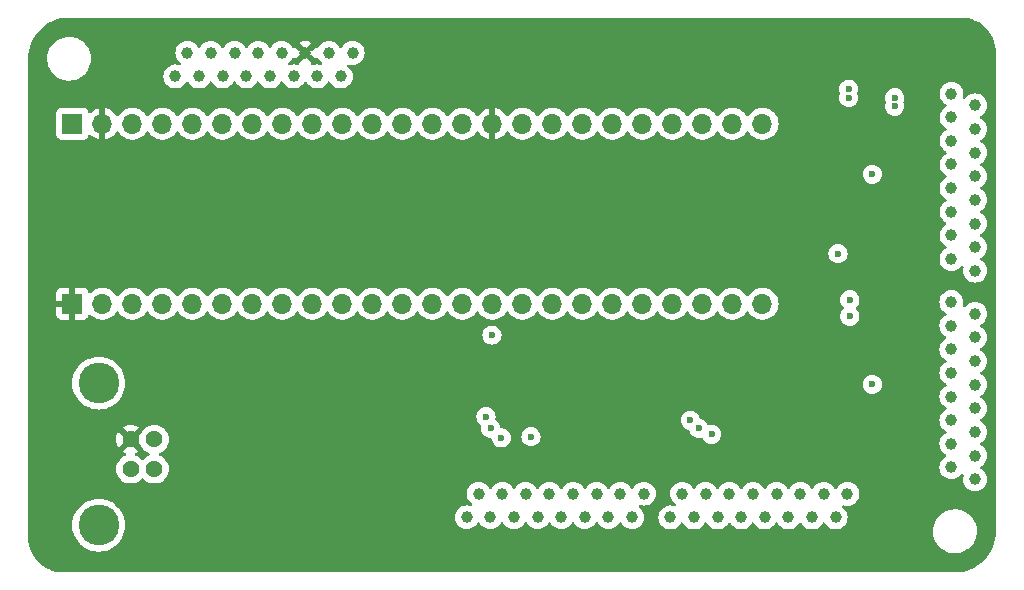
<source format=gbr>
%TF.GenerationSoftware,KiCad,Pcbnew,7.0.7-7.0.7~ubuntu22.04.1*%
%TF.CreationDate,2023-09-08T16:19:24+01:00*%
%TF.ProjectId,FSRray,46535272-6179-42e6-9b69-6361645f7063,rev?*%
%TF.SameCoordinates,Original*%
%TF.FileFunction,Copper,L2,Inr*%
%TF.FilePolarity,Positive*%
%FSLAX46Y46*%
G04 Gerber Fmt 4.6, Leading zero omitted, Abs format (unit mm)*
G04 Created by KiCad (PCBNEW 7.0.7-7.0.7~ubuntu22.04.1) date 2023-09-08 16:19:24*
%MOMM*%
%LPD*%
G01*
G04 APERTURE LIST*
%TA.AperFunction,ComponentPad*%
%ADD10C,1.000000*%
%TD*%
%TA.AperFunction,ComponentPad*%
%ADD11R,1.700000X1.700000*%
%TD*%
%TA.AperFunction,ComponentPad*%
%ADD12O,1.700000X1.700000*%
%TD*%
%TA.AperFunction,ComponentPad*%
%ADD13C,1.431000*%
%TD*%
%TA.AperFunction,ComponentPad*%
%ADD14C,3.450000*%
%TD*%
%TA.AperFunction,ViaPad*%
%ADD15C,0.600000*%
%TD*%
G04 APERTURE END LIST*
D10*
%TO.N,Net-(J2-Pin_1)*%
%TO.C,J2*%
X209200000Y-115100001D03*
%TO.N,Net-(J2-Pin_2)*%
X207200000Y-114100001D03*
%TO.N,Net-(J2-Pin_3)*%
X209200000Y-113100001D03*
%TO.N,Net-(J2-Pin_4)*%
X207200000Y-112100001D03*
%TO.N,Net-(J2-Pin_5)*%
X209200000Y-111100001D03*
%TO.N,Net-(J2-Pin_6)*%
X207200000Y-110100001D03*
%TO.N,Net-(J2-Pin_7)*%
X209200000Y-109100001D03*
%TO.N,Net-(J2-Pin_8)*%
X207200000Y-108100001D03*
%TO.N,Net-(J2-Pin_9)*%
X209200000Y-107100001D03*
%TO.N,Net-(J2-Pin_10)*%
X207200000Y-106100001D03*
%TO.N,Net-(J2-Pin_11)*%
X209200000Y-105100001D03*
%TO.N,Net-(J2-Pin_12)*%
X207200000Y-104100001D03*
%TO.N,Net-(J2-Pin_13)*%
X209200000Y-103100001D03*
%TO.N,Net-(J2-Pin_14)*%
X207200000Y-102100001D03*
%TO.N,Net-(J2-Pin_15)*%
X209200000Y-101100001D03*
%TO.N,Net-(J2-Pin_16)*%
X207200000Y-100100001D03*
%TD*%
%TO.N,Net-(ADC2-AIN0)*%
%TO.C,J3*%
X183400000Y-118337653D03*
%TO.N,Net-(ADC2-AIN1)*%
X184400000Y-116337653D03*
%TO.N,Net-(ADC2-AIN2)*%
X185400000Y-118337653D03*
%TO.N,Net-(ADC2-AIN3)*%
X186400000Y-116337653D03*
%TO.N,Net-(ADC2-AIN4)*%
X187400000Y-118337653D03*
%TO.N,Net-(ADC2-AIN5)*%
X188400000Y-116337653D03*
%TO.N,Net-(ADC2-AIN6)*%
X189400000Y-118337653D03*
%TO.N,Net-(ADC2-AIN7)*%
X190400000Y-116337653D03*
%TO.N,Net-(ADC2-AIN8)*%
X191400000Y-118337653D03*
%TO.N,Net-(ADC2-AIN9)*%
X192400000Y-116337653D03*
%TO.N,Net-(ADC2-AIN10)*%
X193400000Y-118337653D03*
%TO.N,Net-(ADC2-AIN11)*%
X194400000Y-116337653D03*
%TO.N,Net-(ADC2-AIN12)*%
X195400000Y-118337653D03*
%TO.N,Net-(ADC2-AIN13)*%
X196400000Y-116337653D03*
%TO.N,Net-(ADC2-AIN14)*%
X197400000Y-118337653D03*
%TO.N,Net-(ADC2-~{CNVST{slash}AIN15})*%
X198400000Y-116337653D03*
%TD*%
%TO.N,/CSA1*%
%TO.C,J5*%
X141500000Y-81000000D03*
%TO.N,/CSA2*%
X142500000Y-79000000D03*
%TO.N,/CSA3*%
X143500000Y-81000000D03*
%TO.N,/CSA4*%
X144500000Y-79000000D03*
%TO.N,/CSA5*%
X145500000Y-81000000D03*
%TO.N,/CSA6*%
X146500000Y-79000000D03*
%TO.N,/CSA7*%
X147500000Y-81000000D03*
%TO.N,/CSA8*%
X148500000Y-79000000D03*
%TO.N,unconnected-(J5-Pin_9-Pad9)*%
X149500000Y-81000000D03*
%TO.N,unconnected-(J5-Pin_10-Pad10)*%
X150500000Y-79000000D03*
%TO.N,unconnected-(J5-Pin_11-Pad11)*%
X151500000Y-81000000D03*
%TO.N,GND*%
X152500000Y-79000000D03*
%TO.N,+3.3V*%
X153500000Y-81000000D03*
%TO.N,/MISO1*%
X154500000Y-79000000D03*
%TO.N,/SCLK1*%
X155500000Y-81000000D03*
%TO.N,/MOSI1*%
X156500000Y-79000000D03*
%TD*%
%TO.N,Net-(J1-Pin_1)*%
%TO.C,J1*%
X209205000Y-97450001D03*
%TO.N,Net-(J1-Pin_2)*%
X207205000Y-96450001D03*
%TO.N,Net-(J1-Pin_3)*%
X209205000Y-95450001D03*
%TO.N,Net-(J1-Pin_4)*%
X207205000Y-94450001D03*
%TO.N,Net-(J1-Pin_5)*%
X209205000Y-93450001D03*
%TO.N,Net-(J1-Pin_6)*%
X207205000Y-92450001D03*
%TO.N,Net-(J1-Pin_7)*%
X209205000Y-91450001D03*
%TO.N,Net-(J1-Pin_8)*%
X207205000Y-90450001D03*
%TO.N,Net-(J1-Pin_9)*%
X209205000Y-89450001D03*
%TO.N,Net-(J1-Pin_10)*%
X207205000Y-88450001D03*
%TO.N,Net-(J1-Pin_11)*%
X209205000Y-87450001D03*
%TO.N,Net-(J1-Pin_12)*%
X207205000Y-86450001D03*
%TO.N,Net-(J1-Pin_13)*%
X209205000Y-85450001D03*
%TO.N,Net-(J1-Pin_14)*%
X207205000Y-84450001D03*
%TO.N,Net-(J1-Pin_15)*%
X209205000Y-83450001D03*
%TO.N,Net-(J1-Pin_16)*%
X207205000Y-82450001D03*
%TD*%
%TO.N,Net-(ADC1-AIN0)*%
%TO.C,J4*%
X166162500Y-118322653D03*
%TO.N,Net-(ADC1-AIN1)*%
X167162500Y-116322653D03*
%TO.N,Net-(ADC1-AIN2)*%
X168162500Y-118322653D03*
%TO.N,Net-(ADC1-AIN3)*%
X169162500Y-116322653D03*
%TO.N,Net-(ADC1-AIN4)*%
X170162500Y-118322653D03*
%TO.N,Net-(ADC1-AIN5)*%
X171162500Y-116322653D03*
%TO.N,Net-(ADC1-AIN6)*%
X172162500Y-118322653D03*
%TO.N,Net-(ADC1-AIN7)*%
X173162500Y-116322653D03*
%TO.N,Net-(ADC1-AIN8)*%
X174162500Y-118322653D03*
%TO.N,Net-(ADC1-AIN9)*%
X175162500Y-116322653D03*
%TO.N,Net-(ADC1-AIN10)*%
X176162500Y-118322653D03*
%TO.N,Net-(ADC1-AIN11)*%
X177162500Y-116322653D03*
%TO.N,Net-(ADC1-AIN12)*%
X178162500Y-118322653D03*
%TO.N,Net-(ADC1-AIN13)*%
X179162500Y-116322653D03*
%TO.N,Net-(ADC1-AIN14)*%
X180162500Y-118322653D03*
%TO.N,Net-(ADC1-~{CNVST{slash}AIN15})*%
X181162500Y-116322653D03*
%TD*%
D11*
%TO.N,GND*%
%TO.C,J12*%
X132780000Y-100240000D03*
D12*
%TO.N,unconnected-(J12-Pin_2-Pad2)*%
X135320000Y-100240000D03*
%TO.N,/MISO1*%
X137860000Y-100240000D03*
%TO.N,unconnected-(J12-Pin_4-Pad4)*%
X140400000Y-100240000D03*
%TO.N,unconnected-(J12-Pin_5-Pad5)*%
X142940000Y-100240000D03*
%TO.N,unconnected-(J12-Pin_6-Pad6)*%
X145480000Y-100240000D03*
%TO.N,unconnected-(J12-Pin_7-Pad7)*%
X148020000Y-100240000D03*
%TO.N,unconnected-(J12-Pin_8-Pad8)*%
X150560000Y-100240000D03*
%TO.N,unconnected-(J12-Pin_9-Pad9)*%
X153100000Y-100240000D03*
%TO.N,/EOC1*%
X155640000Y-100240000D03*
%TO.N,/CS1*%
X158180000Y-100240000D03*
%TO.N,unconnected-(J12-Pin_12-Pad12)*%
X160720000Y-100240000D03*
%TO.N,/MOSI*%
X163260000Y-100240000D03*
%TO.N,/MISO*%
X165800000Y-100240000D03*
%TO.N,+3.3V*%
X168340000Y-100240000D03*
%TO.N,unconnected-(J12-Pin_16-Pad16)*%
X170880000Y-100240000D03*
%TO.N,/EOC2*%
X173420000Y-100240000D03*
%TO.N,/MOSI1*%
X175960000Y-100240000D03*
%TO.N,/SCLK1*%
X178500000Y-100240000D03*
%TO.N,/CS2*%
X181040000Y-100240000D03*
%TO.N,/S3*%
X183580000Y-100240000D03*
%TO.N,/S2*%
X186120000Y-100240000D03*
%TO.N,/S1*%
X188660000Y-100240000D03*
%TO.N,/S0*%
X191200000Y-100240000D03*
%TD*%
D11*
%TO.N,+5V*%
%TO.C,J11*%
X132780000Y-85000000D03*
D12*
%TO.N,GND*%
X135320000Y-85000000D03*
%TO.N,unconnected-(J11-Pin_3-Pad3)*%
X137860000Y-85000000D03*
%TO.N,/CSA1*%
X140400000Y-85000000D03*
%TO.N,/CSA2*%
X142940000Y-85000000D03*
%TO.N,/CSA3*%
X145480000Y-85000000D03*
%TO.N,/CSA4*%
X148020000Y-85000000D03*
%TO.N,/CSA5*%
X150560000Y-85000000D03*
%TO.N,/CSA6*%
X153100000Y-85000000D03*
%TO.N,/CSA7*%
X155640000Y-85000000D03*
%TO.N,/CSA8*%
X158180000Y-85000000D03*
%TO.N,unconnected-(J11-Pin_12-Pad12)*%
X160720000Y-85000000D03*
%TO.N,unconnected-(J11-Pin_13-Pad13)*%
X163260000Y-85000000D03*
%TO.N,/SCLK*%
X165800000Y-85000000D03*
%TO.N,GND*%
X168340000Y-85000000D03*
%TO.N,unconnected-(J11-Pin_16-Pad16)*%
X170880000Y-85000000D03*
%TO.N,unconnected-(J11-Pin_17-Pad17)*%
X173420000Y-85000000D03*
%TO.N,unconnected-(J11-Pin_18-Pad18)*%
X175960000Y-85000000D03*
%TO.N,unconnected-(J11-Pin_19-Pad19)*%
X178500000Y-85000000D03*
%TO.N,unconnected-(J11-Pin_20-Pad20)*%
X181040000Y-85000000D03*
%TO.N,unconnected-(J11-Pin_21-Pad21)*%
X183580000Y-85000000D03*
%TO.N,unconnected-(J11-Pin_22-Pad22)*%
X186120000Y-85000000D03*
%TO.N,/EN2*%
X188660000Y-85000000D03*
%TO.N,/EN1*%
X191200000Y-85000000D03*
%TD*%
D13*
%TO.N,+5V*%
%TO.C,J17*%
X139710000Y-111730000D03*
%TO.N,unconnected-(J17-D--Pad2)*%
X139710000Y-114230000D03*
%TO.N,unconnected-(J17-D+-Pad3)*%
X137710000Y-114230000D03*
%TO.N,GND*%
X137710000Y-111730000D03*
D14*
%TO.N,unconnected-(J17-SH1-Pad5)*%
X135000000Y-119000000D03*
%TO.N,unconnected-(J17-SH2-Pad6)*%
X135000000Y-106960000D03*
%TD*%
D15*
%TO.N,/MISO*%
X168300000Y-102900000D03*
%TO.N,/MOSI*%
X167800000Y-109800000D03*
X185100000Y-110100000D03*
%TO.N,/SCLK*%
X168200000Y-110800000D03*
X185800000Y-110800000D03*
%TO.N,/CS1*%
X169100000Y-111600000D03*
%TO.N,+5V*%
X200500000Y-107075001D03*
X200500000Y-89275000D03*
X171600000Y-111500000D03*
X186900000Y-111300000D03*
%TO.N,/EN1*%
X198600000Y-101300000D03*
X197600000Y-96000000D03*
%TO.N,/S3*%
X198500000Y-82073497D03*
X198600000Y-99900000D03*
%TO.N,/S2*%
X198500000Y-82800000D03*
%TO.N,/S1*%
X202400000Y-82800000D03*
%TO.N,/S0*%
X202400000Y-83526503D03*
%TD*%
%TA.AperFunction,Conductor*%
%TO.N,GND*%
G36*
X138283126Y-111945177D02*
G01*
X138294334Y-111955124D01*
X138597361Y-112258150D01*
X138622461Y-112293996D01*
X138645935Y-112344336D01*
X138645936Y-112344338D01*
X138768773Y-112519768D01*
X138768777Y-112519773D01*
X138768780Y-112519777D01*
X138920223Y-112671220D01*
X139095662Y-112794064D01*
X139220563Y-112852306D01*
X139249511Y-112865805D01*
X139302796Y-112912722D01*
X139322257Y-112981000D01*
X139301715Y-113048960D01*
X139249511Y-113094195D01*
X139095659Y-113165937D01*
X138920231Y-113288773D01*
X138920226Y-113288777D01*
X138799095Y-113409908D01*
X138736783Y-113443933D01*
X138665967Y-113438867D01*
X138620905Y-113409908D01*
X138594430Y-113383433D01*
X138499777Y-113288780D01*
X138454970Y-113257406D01*
X138324338Y-113165936D01*
X138169897Y-113093919D01*
X138116612Y-113047002D01*
X138097151Y-112978724D01*
X138117693Y-112910765D01*
X138169898Y-112865529D01*
X138324082Y-112793632D01*
X138324087Y-112793629D01*
X138377216Y-112756427D01*
X138377216Y-112756425D01*
X137937724Y-112316933D01*
X137903698Y-112254621D01*
X137908763Y-112183806D01*
X137951310Y-112126970D01*
X137971875Y-112114484D01*
X137972045Y-112114366D01*
X137972054Y-112114363D01*
X138073705Y-112020045D01*
X138096121Y-111981218D01*
X138147501Y-111932227D01*
X138217215Y-111918790D01*
X138283126Y-111945177D01*
G37*
%TD.AperFunction*%
%TA.AperFunction,Conductor*%
G36*
X152091850Y-79153104D02*
G01*
X152148686Y-79195651D01*
X152160084Y-79213955D01*
X152172359Y-79238045D01*
X152172361Y-79238048D01*
X152261951Y-79327638D01*
X152261953Y-79327639D01*
X152261955Y-79327641D01*
X152286042Y-79339913D01*
X152337656Y-79388661D01*
X152354722Y-79457576D01*
X152331821Y-79524778D01*
X152317933Y-79541275D01*
X151989251Y-79869956D01*
X151994938Y-79908293D01*
X151985148Y-79978611D01*
X151938894Y-80032473D01*
X151870864Y-80052779D01*
X151833727Y-80047355D01*
X151697701Y-80006092D01*
X151697700Y-80006091D01*
X151697694Y-80006090D01*
X151500003Y-79986620D01*
X151499997Y-79986620D01*
X151302304Y-80006090D01*
X151212817Y-80033235D01*
X151141823Y-80033868D01*
X151081758Y-79996018D01*
X151051690Y-79931702D01*
X151061168Y-79861341D01*
X151096307Y-79815263D01*
X151216568Y-79716568D01*
X151342595Y-79563004D01*
X151389163Y-79475882D01*
X151438914Y-79425234D01*
X151508150Y-79409524D01*
X151574889Y-79433740D01*
X151611406Y-79475881D01*
X151630042Y-79510746D01*
X151958722Y-79182065D01*
X152021034Y-79148040D01*
X152091850Y-79153104D01*
G37*
%TD.AperFunction*%
%TA.AperFunction,Conductor*%
G36*
X153024775Y-79168175D02*
G01*
X153041276Y-79182065D01*
X153369957Y-79510746D01*
X153388593Y-79475882D01*
X153438345Y-79425234D01*
X153507582Y-79409524D01*
X153574321Y-79433740D01*
X153610837Y-79475882D01*
X153636973Y-79524778D01*
X153657405Y-79563004D01*
X153783431Y-79716567D01*
X153783434Y-79716570D01*
X153903689Y-79815261D01*
X153943658Y-79873938D01*
X153945559Y-79944909D01*
X153908788Y-80005641D01*
X153845020Y-80036853D01*
X153787182Y-80033235D01*
X153697695Y-80006090D01*
X153500003Y-79986620D01*
X153499997Y-79986620D01*
X153302305Y-80006090D01*
X153166272Y-80047355D01*
X153095278Y-80047988D01*
X153035212Y-80010138D01*
X153005144Y-79945823D01*
X153005061Y-79908293D01*
X153010747Y-79869957D01*
X152682065Y-79541276D01*
X152648040Y-79478963D01*
X152653104Y-79408148D01*
X152695651Y-79351312D01*
X152713951Y-79339917D01*
X152738045Y-79327641D01*
X152827641Y-79238045D01*
X152839914Y-79213957D01*
X152888658Y-79162344D01*
X152957573Y-79145275D01*
X153024775Y-79168175D01*
G37*
%TD.AperFunction*%
%TA.AperFunction,Conductor*%
G36*
X208001628Y-76010585D02*
G01*
X208309195Y-76026704D01*
X208315745Y-76027393D01*
X208444371Y-76047765D01*
X208618292Y-76075311D01*
X208624742Y-76076682D01*
X208626280Y-76077095D01*
X208920619Y-76155963D01*
X208926882Y-76157997D01*
X209212863Y-76267775D01*
X209218870Y-76270449D01*
X209491816Y-76409522D01*
X209497523Y-76412818D01*
X209514939Y-76424128D01*
X209754421Y-76579650D01*
X209759740Y-76583514D01*
X209997813Y-76776301D01*
X210002702Y-76780705D01*
X210219294Y-76997297D01*
X210223699Y-77002187D01*
X210416483Y-77240256D01*
X210420353Y-77245583D01*
X210587181Y-77502476D01*
X210590481Y-77508190D01*
X210729546Y-77781121D01*
X210732228Y-77787145D01*
X210825995Y-78031418D01*
X210841997Y-78073104D01*
X210844036Y-78079380D01*
X210923316Y-78375256D01*
X210924688Y-78381710D01*
X210972606Y-78684254D01*
X210973296Y-78690816D01*
X210989414Y-78998371D01*
X210989500Y-79001643D01*
X210989500Y-119498457D01*
X210989424Y-119501549D01*
X210972848Y-119838938D01*
X210972242Y-119845095D01*
X210922904Y-120177700D01*
X210921698Y-120183767D01*
X210839995Y-120509942D01*
X210838200Y-120515862D01*
X210724921Y-120832458D01*
X210722553Y-120838174D01*
X210578787Y-121142140D01*
X210575871Y-121147596D01*
X210403003Y-121436008D01*
X210399566Y-121441152D01*
X210199265Y-121711227D01*
X210195340Y-121716010D01*
X209969529Y-121965154D01*
X209965154Y-121969529D01*
X209716010Y-122195340D01*
X209711227Y-122199265D01*
X209441152Y-122399566D01*
X209436008Y-122403003D01*
X209147596Y-122575871D01*
X209142140Y-122578787D01*
X208838174Y-122722553D01*
X208832458Y-122724921D01*
X208515862Y-122838200D01*
X208509942Y-122839995D01*
X208183767Y-122921698D01*
X208177700Y-122922904D01*
X207845095Y-122972242D01*
X207838938Y-122972848D01*
X207533068Y-122987875D01*
X207501545Y-122989424D01*
X207498457Y-122989500D01*
X132001643Y-122989500D01*
X131998371Y-122989414D01*
X131748377Y-122976312D01*
X131690816Y-122973296D01*
X131684254Y-122972606D01*
X131381710Y-122924688D01*
X131375256Y-122923316D01*
X131079380Y-122844036D01*
X131073104Y-122841997D01*
X131065930Y-122839243D01*
X130787145Y-122732228D01*
X130781121Y-122729546D01*
X130508190Y-122590481D01*
X130502476Y-122587181D01*
X130245583Y-122420353D01*
X130240256Y-122416483D01*
X130002187Y-122223699D01*
X129997297Y-122219294D01*
X129780705Y-122002702D01*
X129776301Y-121997813D01*
X129583514Y-121759740D01*
X129579646Y-121754416D01*
X129412818Y-121497523D01*
X129409518Y-121491809D01*
X129270449Y-121218870D01*
X129267775Y-121212863D01*
X129157997Y-120926882D01*
X129155963Y-120920619D01*
X129120379Y-120787820D01*
X129076682Y-120624742D01*
X129075311Y-120618289D01*
X129069184Y-120579607D01*
X129034812Y-120362586D01*
X129027393Y-120315745D01*
X129026704Y-120309195D01*
X129010585Y-120001629D01*
X129010500Y-119998355D01*
X129010500Y-119000003D01*
X132761708Y-119000003D01*
X132780856Y-119292151D01*
X132780858Y-119292166D01*
X132837976Y-119579314D01*
X132837977Y-119579318D01*
X132869595Y-119672460D01*
X132932088Y-119856557D01*
X132932091Y-119856563D01*
X133061580Y-120119143D01*
X133224242Y-120362584D01*
X133224244Y-120362586D01*
X133417289Y-120582711D01*
X133536072Y-120686881D01*
X133637415Y-120775757D01*
X133655469Y-120787820D01*
X133880854Y-120938418D01*
X134143443Y-121067912D01*
X134420687Y-121162024D01*
X134639505Y-121205549D01*
X134707833Y-121219141D01*
X134707835Y-121219141D01*
X134707844Y-121219143D01*
X134874790Y-121230085D01*
X134999997Y-121238292D01*
X135000000Y-121238292D01*
X135000003Y-121238292D01*
X135109558Y-121231111D01*
X135292156Y-121219143D01*
X135579313Y-121162024D01*
X135856557Y-121067912D01*
X136119146Y-120938418D01*
X136362586Y-120775756D01*
X136582711Y-120582711D01*
X136775756Y-120362586D01*
X136938418Y-120119146D01*
X137067912Y-119856557D01*
X137162024Y-119579313D01*
X137164321Y-119567765D01*
X205645788Y-119567765D01*
X205675412Y-119837014D01*
X205743928Y-120099090D01*
X205849869Y-120348389D01*
X205894923Y-120422211D01*
X205990982Y-120579610D01*
X206164255Y-120787820D01*
X206164257Y-120787822D01*
X206164259Y-120787824D01*
X206269236Y-120881883D01*
X206365998Y-120968582D01*
X206591910Y-121118044D01*
X206837176Y-121233020D01*
X207096569Y-121311060D01*
X207096572Y-121311060D01*
X207096574Y-121311061D01*
X207364557Y-121350500D01*
X207364561Y-121350500D01*
X207567633Y-121350500D01*
X207602363Y-121347957D01*
X207770156Y-121335677D01*
X207770160Y-121335676D01*
X207770161Y-121335676D01*
X207899187Y-121306934D01*
X208034553Y-121276780D01*
X208287558Y-121180014D01*
X208523777Y-121047441D01*
X208738177Y-120881888D01*
X208926186Y-120686881D01*
X209083799Y-120466579D01*
X209137266Y-120362586D01*
X209207656Y-120225675D01*
X209207657Y-120225672D01*
X209250842Y-120099088D01*
X209295118Y-119969305D01*
X209344319Y-119702933D01*
X209354212Y-119432235D01*
X209326486Y-119180247D01*
X209324587Y-119162985D01*
X209256071Y-118900909D01*
X209150130Y-118651610D01*
X209009018Y-118420390D01*
X208835745Y-118212180D01*
X208835741Y-118212177D01*
X208835740Y-118212175D01*
X208634012Y-118031427D01*
X208634002Y-118031418D01*
X208408090Y-117881956D01*
X208162824Y-117766980D01*
X208005392Y-117719615D01*
X207903425Y-117688938D01*
X207635442Y-117649500D01*
X207635439Y-117649500D01*
X207432369Y-117649500D01*
X207432367Y-117649500D01*
X207229839Y-117664323D01*
X207229838Y-117664323D01*
X206965456Y-117723217D01*
X206965441Y-117723222D01*
X206712441Y-117819986D01*
X206476229Y-117952555D01*
X206476225Y-117952557D01*
X206261818Y-118118116D01*
X206073815Y-118313117D01*
X206073810Y-118313123D01*
X205916203Y-118533417D01*
X205916196Y-118533427D01*
X205792343Y-118774324D01*
X205792342Y-118774327D01*
X205704883Y-119030689D01*
X205704880Y-119030702D01*
X205655681Y-119297058D01*
X205655680Y-119297069D01*
X205645788Y-119567765D01*
X137164321Y-119567765D01*
X137219143Y-119292156D01*
X137235721Y-119039221D01*
X137238292Y-119000003D01*
X137238292Y-118999996D01*
X137225122Y-118799067D01*
X137219143Y-118707844D01*
X137162024Y-118420687D01*
X137128747Y-118322656D01*
X165149120Y-118322656D01*
X165168590Y-118520347D01*
X165168591Y-118520353D01*
X165168592Y-118520354D01*
X165226259Y-118710457D01*
X165319905Y-118885657D01*
X165445932Y-119039221D01*
X165599496Y-119165248D01*
X165774696Y-119258894D01*
X165964799Y-119316561D01*
X165964803Y-119316561D01*
X165964805Y-119316562D01*
X166162497Y-119336033D01*
X166162500Y-119336033D01*
X166162503Y-119336033D01*
X166360194Y-119316562D01*
X166360195Y-119316561D01*
X166360201Y-119316561D01*
X166550304Y-119258894D01*
X166725504Y-119165248D01*
X166879068Y-119039221D01*
X167005095Y-118885657D01*
X167051378Y-118799066D01*
X167101130Y-118748419D01*
X167170366Y-118732709D01*
X167237106Y-118756925D01*
X167273621Y-118799066D01*
X167319905Y-118885657D01*
X167445932Y-119039221D01*
X167599496Y-119165248D01*
X167774696Y-119258894D01*
X167964799Y-119316561D01*
X167964803Y-119316561D01*
X167964805Y-119316562D01*
X168162497Y-119336033D01*
X168162500Y-119336033D01*
X168162503Y-119336033D01*
X168360194Y-119316562D01*
X168360195Y-119316561D01*
X168360201Y-119316561D01*
X168550304Y-119258894D01*
X168725504Y-119165248D01*
X168879068Y-119039221D01*
X169005095Y-118885657D01*
X169051378Y-118799066D01*
X169101130Y-118748419D01*
X169170366Y-118732709D01*
X169237106Y-118756925D01*
X169273621Y-118799066D01*
X169319905Y-118885657D01*
X169445932Y-119039221D01*
X169599496Y-119165248D01*
X169774696Y-119258894D01*
X169964799Y-119316561D01*
X169964803Y-119316561D01*
X169964805Y-119316562D01*
X170162497Y-119336033D01*
X170162500Y-119336033D01*
X170162503Y-119336033D01*
X170360194Y-119316562D01*
X170360195Y-119316561D01*
X170360201Y-119316561D01*
X170550304Y-119258894D01*
X170725504Y-119165248D01*
X170879068Y-119039221D01*
X171005095Y-118885657D01*
X171051378Y-118799066D01*
X171101130Y-118748419D01*
X171170366Y-118732709D01*
X171237106Y-118756925D01*
X171273621Y-118799066D01*
X171319905Y-118885657D01*
X171445932Y-119039221D01*
X171599496Y-119165248D01*
X171774696Y-119258894D01*
X171964799Y-119316561D01*
X171964803Y-119316561D01*
X171964805Y-119316562D01*
X172162497Y-119336033D01*
X172162500Y-119336033D01*
X172162503Y-119336033D01*
X172360194Y-119316562D01*
X172360195Y-119316561D01*
X172360201Y-119316561D01*
X172550304Y-119258894D01*
X172725504Y-119165248D01*
X172879068Y-119039221D01*
X173005095Y-118885657D01*
X173051378Y-118799066D01*
X173101130Y-118748419D01*
X173170366Y-118732709D01*
X173237106Y-118756925D01*
X173273621Y-118799066D01*
X173319905Y-118885657D01*
X173445932Y-119039221D01*
X173599496Y-119165248D01*
X173774696Y-119258894D01*
X173964799Y-119316561D01*
X173964803Y-119316561D01*
X173964805Y-119316562D01*
X174162497Y-119336033D01*
X174162500Y-119336033D01*
X174162503Y-119336033D01*
X174360194Y-119316562D01*
X174360195Y-119316561D01*
X174360201Y-119316561D01*
X174550304Y-119258894D01*
X174725504Y-119165248D01*
X174879068Y-119039221D01*
X175005095Y-118885657D01*
X175051378Y-118799066D01*
X175101130Y-118748419D01*
X175170366Y-118732709D01*
X175237106Y-118756925D01*
X175273621Y-118799066D01*
X175319905Y-118885657D01*
X175445932Y-119039221D01*
X175599496Y-119165248D01*
X175774696Y-119258894D01*
X175964799Y-119316561D01*
X175964803Y-119316561D01*
X175964805Y-119316562D01*
X176162497Y-119336033D01*
X176162500Y-119336033D01*
X176162503Y-119336033D01*
X176360194Y-119316562D01*
X176360195Y-119316561D01*
X176360201Y-119316561D01*
X176550304Y-119258894D01*
X176725504Y-119165248D01*
X176879068Y-119039221D01*
X177005095Y-118885657D01*
X177051378Y-118799066D01*
X177101130Y-118748419D01*
X177170366Y-118732709D01*
X177237106Y-118756925D01*
X177273621Y-118799066D01*
X177319905Y-118885657D01*
X177445932Y-119039221D01*
X177599496Y-119165248D01*
X177774696Y-119258894D01*
X177964799Y-119316561D01*
X177964803Y-119316561D01*
X177964805Y-119316562D01*
X178162497Y-119336033D01*
X178162500Y-119336033D01*
X178162503Y-119336033D01*
X178360194Y-119316562D01*
X178360195Y-119316561D01*
X178360201Y-119316561D01*
X178550304Y-119258894D01*
X178725504Y-119165248D01*
X178879068Y-119039221D01*
X179005095Y-118885657D01*
X179051378Y-118799066D01*
X179101130Y-118748419D01*
X179170366Y-118732709D01*
X179237106Y-118756925D01*
X179273621Y-118799066D01*
X179319905Y-118885657D01*
X179445932Y-119039221D01*
X179599496Y-119165248D01*
X179774696Y-119258894D01*
X179964799Y-119316561D01*
X179964803Y-119316561D01*
X179964805Y-119316562D01*
X180162497Y-119336033D01*
X180162500Y-119336033D01*
X180162503Y-119336033D01*
X180360194Y-119316562D01*
X180360195Y-119316561D01*
X180360201Y-119316561D01*
X180550304Y-119258894D01*
X180725504Y-119165248D01*
X180879068Y-119039221D01*
X181005095Y-118885657D01*
X181098741Y-118710457D01*
X181156408Y-118520354D01*
X181166225Y-118420687D01*
X181174403Y-118337656D01*
X182386620Y-118337656D01*
X182406090Y-118535347D01*
X182406091Y-118535353D01*
X182406092Y-118535354D01*
X182463759Y-118725457D01*
X182557405Y-118900657D01*
X182683432Y-119054221D01*
X182836996Y-119180248D01*
X183012196Y-119273894D01*
X183202299Y-119331561D01*
X183202303Y-119331561D01*
X183202305Y-119331562D01*
X183399997Y-119351033D01*
X183400000Y-119351033D01*
X183400003Y-119351033D01*
X183597694Y-119331562D01*
X183597695Y-119331561D01*
X183597701Y-119331561D01*
X183787804Y-119273894D01*
X183963004Y-119180248D01*
X184116568Y-119054221D01*
X184242595Y-118900657D01*
X184288878Y-118814066D01*
X184338630Y-118763419D01*
X184407866Y-118747709D01*
X184474606Y-118771925D01*
X184511121Y-118814066D01*
X184557405Y-118900657D01*
X184683432Y-119054221D01*
X184836996Y-119180248D01*
X185012196Y-119273894D01*
X185202299Y-119331561D01*
X185202303Y-119331561D01*
X185202305Y-119331562D01*
X185399997Y-119351033D01*
X185400000Y-119351033D01*
X185400003Y-119351033D01*
X185597694Y-119331562D01*
X185597695Y-119331561D01*
X185597701Y-119331561D01*
X185787804Y-119273894D01*
X185963004Y-119180248D01*
X186116568Y-119054221D01*
X186242595Y-118900657D01*
X186288878Y-118814066D01*
X186338630Y-118763419D01*
X186407866Y-118747709D01*
X186474606Y-118771925D01*
X186511121Y-118814066D01*
X186557405Y-118900657D01*
X186683432Y-119054221D01*
X186836996Y-119180248D01*
X187012196Y-119273894D01*
X187202299Y-119331561D01*
X187202303Y-119331561D01*
X187202305Y-119331562D01*
X187399997Y-119351033D01*
X187400000Y-119351033D01*
X187400003Y-119351033D01*
X187597694Y-119331562D01*
X187597695Y-119331561D01*
X187597701Y-119331561D01*
X187787804Y-119273894D01*
X187963004Y-119180248D01*
X188116568Y-119054221D01*
X188242595Y-118900657D01*
X188288878Y-118814066D01*
X188338630Y-118763419D01*
X188407866Y-118747709D01*
X188474606Y-118771925D01*
X188511121Y-118814066D01*
X188557405Y-118900657D01*
X188683432Y-119054221D01*
X188836996Y-119180248D01*
X189012196Y-119273894D01*
X189202299Y-119331561D01*
X189202303Y-119331561D01*
X189202305Y-119331562D01*
X189399997Y-119351033D01*
X189400000Y-119351033D01*
X189400003Y-119351033D01*
X189597694Y-119331562D01*
X189597695Y-119331561D01*
X189597701Y-119331561D01*
X189787804Y-119273894D01*
X189963004Y-119180248D01*
X190116568Y-119054221D01*
X190242595Y-118900657D01*
X190288878Y-118814066D01*
X190338630Y-118763419D01*
X190407866Y-118747709D01*
X190474606Y-118771925D01*
X190511121Y-118814066D01*
X190557405Y-118900657D01*
X190683432Y-119054221D01*
X190836996Y-119180248D01*
X191012196Y-119273894D01*
X191202299Y-119331561D01*
X191202303Y-119331561D01*
X191202305Y-119331562D01*
X191399997Y-119351033D01*
X191400000Y-119351033D01*
X191400003Y-119351033D01*
X191597694Y-119331562D01*
X191597695Y-119331561D01*
X191597701Y-119331561D01*
X191787804Y-119273894D01*
X191963004Y-119180248D01*
X192116568Y-119054221D01*
X192242595Y-118900657D01*
X192288878Y-118814066D01*
X192338630Y-118763419D01*
X192407866Y-118747709D01*
X192474606Y-118771925D01*
X192511121Y-118814066D01*
X192557405Y-118900657D01*
X192683432Y-119054221D01*
X192836996Y-119180248D01*
X193012196Y-119273894D01*
X193202299Y-119331561D01*
X193202303Y-119331561D01*
X193202305Y-119331562D01*
X193399997Y-119351033D01*
X193400000Y-119351033D01*
X193400003Y-119351033D01*
X193597694Y-119331562D01*
X193597695Y-119331561D01*
X193597701Y-119331561D01*
X193787804Y-119273894D01*
X193963004Y-119180248D01*
X194116568Y-119054221D01*
X194242595Y-118900657D01*
X194288878Y-118814066D01*
X194338630Y-118763419D01*
X194407866Y-118747709D01*
X194474606Y-118771925D01*
X194511121Y-118814066D01*
X194557405Y-118900657D01*
X194683432Y-119054221D01*
X194836996Y-119180248D01*
X195012196Y-119273894D01*
X195202299Y-119331561D01*
X195202303Y-119331561D01*
X195202305Y-119331562D01*
X195399997Y-119351033D01*
X195400000Y-119351033D01*
X195400003Y-119351033D01*
X195597694Y-119331562D01*
X195597695Y-119331561D01*
X195597701Y-119331561D01*
X195787804Y-119273894D01*
X195963004Y-119180248D01*
X196116568Y-119054221D01*
X196242595Y-118900657D01*
X196288878Y-118814066D01*
X196338630Y-118763419D01*
X196407866Y-118747709D01*
X196474606Y-118771925D01*
X196511121Y-118814066D01*
X196557405Y-118900657D01*
X196683432Y-119054221D01*
X196836996Y-119180248D01*
X197012196Y-119273894D01*
X197202299Y-119331561D01*
X197202303Y-119331561D01*
X197202305Y-119331562D01*
X197399997Y-119351033D01*
X197400000Y-119351033D01*
X197400003Y-119351033D01*
X197597694Y-119331562D01*
X197597695Y-119331561D01*
X197597701Y-119331561D01*
X197787804Y-119273894D01*
X197963004Y-119180248D01*
X198116568Y-119054221D01*
X198242595Y-118900657D01*
X198336241Y-118725457D01*
X198393908Y-118535354D01*
X198394099Y-118533421D01*
X198413380Y-118337656D01*
X198413380Y-118337649D01*
X198393909Y-118139958D01*
X198393908Y-118139956D01*
X198393908Y-118139952D01*
X198336241Y-117949849D01*
X198242595Y-117774649D01*
X198116568Y-117621085D01*
X197996308Y-117522390D01*
X197956341Y-117463714D01*
X197954440Y-117392743D01*
X197991211Y-117332011D01*
X198054979Y-117300799D01*
X198112816Y-117304416D01*
X198202299Y-117331561D01*
X198202303Y-117331561D01*
X198202305Y-117331562D01*
X198399997Y-117351033D01*
X198400000Y-117351033D01*
X198400003Y-117351033D01*
X198597694Y-117331562D01*
X198597695Y-117331561D01*
X198597701Y-117331561D01*
X198787804Y-117273894D01*
X198963004Y-117180248D01*
X199116568Y-117054221D01*
X199242595Y-116900657D01*
X199336241Y-116725457D01*
X199393908Y-116535354D01*
X199395386Y-116520354D01*
X199413380Y-116337656D01*
X199413380Y-116337649D01*
X199393909Y-116139958D01*
X199393908Y-116139956D01*
X199393908Y-116139952D01*
X199336241Y-115949849D01*
X199242595Y-115774649D01*
X199116568Y-115621085D01*
X198963004Y-115495058D01*
X198787804Y-115401412D01*
X198597701Y-115343745D01*
X198597700Y-115343744D01*
X198597694Y-115343743D01*
X198400003Y-115324273D01*
X198399997Y-115324273D01*
X198202305Y-115343743D01*
X198012195Y-115401412D01*
X197836995Y-115495058D01*
X197683432Y-115621085D01*
X197557405Y-115774648D01*
X197511122Y-115861238D01*
X197461370Y-115911886D01*
X197392133Y-115927596D01*
X197325394Y-115903380D01*
X197288878Y-115861238D01*
X197242594Y-115774648D01*
X197230284Y-115759648D01*
X197116568Y-115621085D01*
X196963004Y-115495058D01*
X196787804Y-115401412D01*
X196597701Y-115343745D01*
X196597700Y-115343744D01*
X196597694Y-115343743D01*
X196400003Y-115324273D01*
X196399997Y-115324273D01*
X196202305Y-115343743D01*
X196012195Y-115401412D01*
X195836995Y-115495058D01*
X195683432Y-115621085D01*
X195557405Y-115774648D01*
X195511122Y-115861238D01*
X195461370Y-115911886D01*
X195392133Y-115927596D01*
X195325394Y-115903380D01*
X195288878Y-115861238D01*
X195242594Y-115774648D01*
X195230284Y-115759648D01*
X195116568Y-115621085D01*
X194963004Y-115495058D01*
X194787804Y-115401412D01*
X194597701Y-115343745D01*
X194597700Y-115343744D01*
X194597694Y-115343743D01*
X194400003Y-115324273D01*
X194399997Y-115324273D01*
X194202305Y-115343743D01*
X194012195Y-115401412D01*
X193836995Y-115495058D01*
X193683432Y-115621085D01*
X193557405Y-115774648D01*
X193511122Y-115861238D01*
X193461370Y-115911886D01*
X193392133Y-115927596D01*
X193325394Y-115903380D01*
X193288878Y-115861238D01*
X193242594Y-115774648D01*
X193230284Y-115759648D01*
X193116568Y-115621085D01*
X192963004Y-115495058D01*
X192787804Y-115401412D01*
X192597701Y-115343745D01*
X192597700Y-115343744D01*
X192597694Y-115343743D01*
X192400003Y-115324273D01*
X192399997Y-115324273D01*
X192202305Y-115343743D01*
X192012195Y-115401412D01*
X191836995Y-115495058D01*
X191683432Y-115621085D01*
X191557405Y-115774648D01*
X191511122Y-115861238D01*
X191461370Y-115911886D01*
X191392133Y-115927596D01*
X191325394Y-115903380D01*
X191288878Y-115861238D01*
X191242594Y-115774648D01*
X191230284Y-115759648D01*
X191116568Y-115621085D01*
X190963004Y-115495058D01*
X190787804Y-115401412D01*
X190597701Y-115343745D01*
X190597700Y-115343744D01*
X190597694Y-115343743D01*
X190400003Y-115324273D01*
X190399997Y-115324273D01*
X190202305Y-115343743D01*
X190012195Y-115401412D01*
X189836995Y-115495058D01*
X189683432Y-115621085D01*
X189557405Y-115774648D01*
X189511122Y-115861238D01*
X189461370Y-115911886D01*
X189392133Y-115927596D01*
X189325394Y-115903380D01*
X189288878Y-115861238D01*
X189242594Y-115774648D01*
X189230284Y-115759648D01*
X189116568Y-115621085D01*
X188963004Y-115495058D01*
X188787804Y-115401412D01*
X188597701Y-115343745D01*
X188597700Y-115343744D01*
X188597694Y-115343743D01*
X188400003Y-115324273D01*
X188399997Y-115324273D01*
X188202305Y-115343743D01*
X188012195Y-115401412D01*
X187836995Y-115495058D01*
X187683432Y-115621085D01*
X187557405Y-115774648D01*
X187511122Y-115861238D01*
X187461370Y-115911886D01*
X187392133Y-115927596D01*
X187325394Y-115903380D01*
X187288878Y-115861238D01*
X187242594Y-115774648D01*
X187230284Y-115759648D01*
X187116568Y-115621085D01*
X186963004Y-115495058D01*
X186787804Y-115401412D01*
X186597701Y-115343745D01*
X186597700Y-115343744D01*
X186597694Y-115343743D01*
X186400003Y-115324273D01*
X186399997Y-115324273D01*
X186202305Y-115343743D01*
X186012195Y-115401412D01*
X185836995Y-115495058D01*
X185683432Y-115621085D01*
X185557405Y-115774648D01*
X185511122Y-115861238D01*
X185461370Y-115911886D01*
X185392133Y-115927596D01*
X185325394Y-115903380D01*
X185288878Y-115861238D01*
X185242594Y-115774648D01*
X185230284Y-115759648D01*
X185116568Y-115621085D01*
X184963004Y-115495058D01*
X184787804Y-115401412D01*
X184597701Y-115343745D01*
X184597700Y-115343744D01*
X184597694Y-115343743D01*
X184400003Y-115324273D01*
X184399997Y-115324273D01*
X184202305Y-115343743D01*
X184012195Y-115401412D01*
X183836995Y-115495058D01*
X183683432Y-115621085D01*
X183557405Y-115774648D01*
X183463759Y-115949848D01*
X183406090Y-116139958D01*
X183386620Y-116337649D01*
X183386620Y-116337656D01*
X183406090Y-116535347D01*
X183406091Y-116535353D01*
X183406092Y-116535354D01*
X183463759Y-116725457D01*
X183557405Y-116900657D01*
X183683431Y-117054220D01*
X183683434Y-117054223D01*
X183803689Y-117152914D01*
X183843658Y-117211591D01*
X183845559Y-117282562D01*
X183808788Y-117343294D01*
X183745020Y-117374506D01*
X183687182Y-117370888D01*
X183597695Y-117343743D01*
X183400003Y-117324273D01*
X183399997Y-117324273D01*
X183202305Y-117343743D01*
X183012195Y-117401412D01*
X182836995Y-117495058D01*
X182683432Y-117621085D01*
X182557405Y-117774648D01*
X182463759Y-117949848D01*
X182406090Y-118139958D01*
X182386620Y-118337649D01*
X182386620Y-118337656D01*
X181174403Y-118337656D01*
X181175880Y-118322656D01*
X181175880Y-118322649D01*
X181156409Y-118124958D01*
X181156408Y-118124956D01*
X181156408Y-118124952D01*
X181098741Y-117934849D01*
X181005095Y-117759649D01*
X180879068Y-117606085D01*
X180758808Y-117507390D01*
X180718841Y-117448714D01*
X180716940Y-117377743D01*
X180753711Y-117317011D01*
X180817479Y-117285799D01*
X180875316Y-117289416D01*
X180964799Y-117316561D01*
X180964803Y-117316561D01*
X180964805Y-117316562D01*
X181162497Y-117336033D01*
X181162500Y-117336033D01*
X181162503Y-117336033D01*
X181360194Y-117316562D01*
X181360195Y-117316561D01*
X181360201Y-117316561D01*
X181550304Y-117258894D01*
X181725504Y-117165248D01*
X181879068Y-117039221D01*
X182005095Y-116885657D01*
X182098741Y-116710457D01*
X182156408Y-116520354D01*
X182174403Y-116337656D01*
X182175880Y-116322656D01*
X182175880Y-116322649D01*
X182156409Y-116124958D01*
X182156408Y-116124956D01*
X182156408Y-116124952D01*
X182098741Y-115934849D01*
X182005095Y-115759649D01*
X181879068Y-115606085D01*
X181725504Y-115480058D01*
X181550304Y-115386412D01*
X181360201Y-115328745D01*
X181360200Y-115328744D01*
X181360194Y-115328743D01*
X181162503Y-115309273D01*
X181162497Y-115309273D01*
X180964805Y-115328743D01*
X180774695Y-115386412D01*
X180599495Y-115480058D01*
X180445932Y-115606085D01*
X180319905Y-115759648D01*
X180273622Y-115846238D01*
X180223870Y-115896886D01*
X180154633Y-115912596D01*
X180087894Y-115888380D01*
X180051378Y-115846238D01*
X180030315Y-115806833D01*
X180005095Y-115759649D01*
X179879068Y-115606085D01*
X179725504Y-115480058D01*
X179550304Y-115386412D01*
X179360201Y-115328745D01*
X179360200Y-115328744D01*
X179360194Y-115328743D01*
X179162503Y-115309273D01*
X179162497Y-115309273D01*
X178964805Y-115328743D01*
X178774695Y-115386412D01*
X178599495Y-115480058D01*
X178445932Y-115606085D01*
X178319905Y-115759648D01*
X178273622Y-115846238D01*
X178223870Y-115896886D01*
X178154633Y-115912596D01*
X178087894Y-115888380D01*
X178051378Y-115846238D01*
X178030315Y-115806833D01*
X178005095Y-115759649D01*
X177879068Y-115606085D01*
X177725504Y-115480058D01*
X177550304Y-115386412D01*
X177360201Y-115328745D01*
X177360200Y-115328744D01*
X177360194Y-115328743D01*
X177162503Y-115309273D01*
X177162497Y-115309273D01*
X176964805Y-115328743D01*
X176774695Y-115386412D01*
X176599495Y-115480058D01*
X176445932Y-115606085D01*
X176319905Y-115759648D01*
X176273622Y-115846238D01*
X176223870Y-115896886D01*
X176154633Y-115912596D01*
X176087894Y-115888380D01*
X176051378Y-115846238D01*
X176030315Y-115806833D01*
X176005095Y-115759649D01*
X175879068Y-115606085D01*
X175725504Y-115480058D01*
X175550304Y-115386412D01*
X175360201Y-115328745D01*
X175360200Y-115328744D01*
X175360194Y-115328743D01*
X175162503Y-115309273D01*
X175162497Y-115309273D01*
X174964805Y-115328743D01*
X174774695Y-115386412D01*
X174599495Y-115480058D01*
X174445932Y-115606085D01*
X174319905Y-115759648D01*
X174273622Y-115846238D01*
X174223870Y-115896886D01*
X174154633Y-115912596D01*
X174087894Y-115888380D01*
X174051378Y-115846238D01*
X174030315Y-115806833D01*
X174005095Y-115759649D01*
X173879068Y-115606085D01*
X173725504Y-115480058D01*
X173550304Y-115386412D01*
X173360201Y-115328745D01*
X173360200Y-115328744D01*
X173360194Y-115328743D01*
X173162503Y-115309273D01*
X173162497Y-115309273D01*
X172964805Y-115328743D01*
X172774695Y-115386412D01*
X172599495Y-115480058D01*
X172445932Y-115606085D01*
X172319905Y-115759648D01*
X172273622Y-115846238D01*
X172223870Y-115896886D01*
X172154633Y-115912596D01*
X172087894Y-115888380D01*
X172051378Y-115846238D01*
X172030315Y-115806833D01*
X172005095Y-115759649D01*
X171879068Y-115606085D01*
X171725504Y-115480058D01*
X171550304Y-115386412D01*
X171360201Y-115328745D01*
X171360200Y-115328744D01*
X171360194Y-115328743D01*
X171162503Y-115309273D01*
X171162497Y-115309273D01*
X170964805Y-115328743D01*
X170774695Y-115386412D01*
X170599495Y-115480058D01*
X170445932Y-115606085D01*
X170319905Y-115759648D01*
X170273622Y-115846238D01*
X170223870Y-115896886D01*
X170154633Y-115912596D01*
X170087894Y-115888380D01*
X170051378Y-115846238D01*
X170030315Y-115806833D01*
X170005095Y-115759649D01*
X169879068Y-115606085D01*
X169725504Y-115480058D01*
X169550304Y-115386412D01*
X169360201Y-115328745D01*
X169360200Y-115328744D01*
X169360194Y-115328743D01*
X169162503Y-115309273D01*
X169162497Y-115309273D01*
X168964805Y-115328743D01*
X168774695Y-115386412D01*
X168599495Y-115480058D01*
X168445932Y-115606085D01*
X168319905Y-115759648D01*
X168273622Y-115846238D01*
X168223870Y-115896886D01*
X168154633Y-115912596D01*
X168087894Y-115888380D01*
X168051378Y-115846238D01*
X168030315Y-115806833D01*
X168005095Y-115759649D01*
X167879068Y-115606085D01*
X167725504Y-115480058D01*
X167550304Y-115386412D01*
X167360201Y-115328745D01*
X167360200Y-115328744D01*
X167360194Y-115328743D01*
X167162503Y-115309273D01*
X167162497Y-115309273D01*
X166964805Y-115328743D01*
X166774695Y-115386412D01*
X166599495Y-115480058D01*
X166445932Y-115606085D01*
X166319905Y-115759648D01*
X166226259Y-115934848D01*
X166168590Y-116124958D01*
X166149120Y-116322649D01*
X166149120Y-116322656D01*
X166168590Y-116520347D01*
X166168591Y-116520353D01*
X166168592Y-116520354D01*
X166226259Y-116710457D01*
X166319905Y-116885657D01*
X166445931Y-117039220D01*
X166445934Y-117039223D01*
X166566189Y-117137914D01*
X166606158Y-117196591D01*
X166608059Y-117267562D01*
X166571288Y-117328294D01*
X166507520Y-117359506D01*
X166449682Y-117355888D01*
X166360195Y-117328743D01*
X166162503Y-117309273D01*
X166162497Y-117309273D01*
X165964805Y-117328743D01*
X165774695Y-117386412D01*
X165599495Y-117480058D01*
X165445932Y-117606085D01*
X165319905Y-117759648D01*
X165226259Y-117934848D01*
X165168590Y-118124958D01*
X165149120Y-118322649D01*
X165149120Y-118322656D01*
X137128747Y-118322656D01*
X137067912Y-118143443D01*
X136938418Y-117880854D01*
X136810185Y-117688940D01*
X136775757Y-117637415D01*
X136674883Y-117522391D01*
X136582711Y-117417289D01*
X136402097Y-117258894D01*
X136362584Y-117224242D01*
X136119143Y-117061580D01*
X135856563Y-116932091D01*
X135856557Y-116932088D01*
X135762532Y-116900170D01*
X135579318Y-116837977D01*
X135579314Y-116837976D01*
X135292166Y-116780858D01*
X135292151Y-116780856D01*
X135000003Y-116761708D01*
X134999997Y-116761708D01*
X134707848Y-116780856D01*
X134707833Y-116780858D01*
X134420685Y-116837976D01*
X134420681Y-116837977D01*
X134148271Y-116930448D01*
X134143443Y-116932088D01*
X134143440Y-116932089D01*
X134143436Y-116932091D01*
X133880856Y-117061580D01*
X133637415Y-117224242D01*
X133417289Y-117417289D01*
X133224242Y-117637415D01*
X133061580Y-117880856D01*
X132932091Y-118143436D01*
X132932087Y-118143446D01*
X132837977Y-118420681D01*
X132837976Y-118420685D01*
X132780858Y-118707833D01*
X132780856Y-118707848D01*
X132761708Y-118999996D01*
X132761708Y-119000003D01*
X129010500Y-119000003D01*
X129010500Y-114229999D01*
X136481325Y-114229999D01*
X136499991Y-114443360D01*
X136555422Y-114650229D01*
X136555424Y-114650235D01*
X136645936Y-114844338D01*
X136709999Y-114935830D01*
X136768780Y-115019777D01*
X136920223Y-115171220D01*
X137095662Y-115294064D01*
X137289768Y-115384577D01*
X137496639Y-115440008D01*
X137496640Y-115440008D01*
X137496643Y-115440009D01*
X137710000Y-115458675D01*
X137923357Y-115440009D01*
X138130232Y-115384577D01*
X138324338Y-115294064D01*
X138499777Y-115171220D01*
X138620907Y-115050089D01*
X138683215Y-115016067D01*
X138754031Y-115021131D01*
X138799094Y-115050091D01*
X138920223Y-115171220D01*
X139095662Y-115294064D01*
X139289768Y-115384577D01*
X139496639Y-115440008D01*
X139496640Y-115440008D01*
X139496643Y-115440009D01*
X139710000Y-115458675D01*
X139923357Y-115440009D01*
X140130232Y-115384577D01*
X140324338Y-115294064D01*
X140499777Y-115171220D01*
X140651220Y-115019777D01*
X140774064Y-114844338D01*
X140864577Y-114650232D01*
X140920009Y-114443357D01*
X140938675Y-114230000D01*
X140927302Y-114100004D01*
X206186620Y-114100004D01*
X206206090Y-114297695D01*
X206206091Y-114297701D01*
X206206092Y-114297702D01*
X206263759Y-114487805D01*
X206357405Y-114663005D01*
X206483432Y-114816569D01*
X206636996Y-114942596D01*
X206812196Y-115036242D01*
X207002299Y-115093909D01*
X207002303Y-115093909D01*
X207002305Y-115093910D01*
X207199997Y-115113381D01*
X207200000Y-115113381D01*
X207200003Y-115113381D01*
X207397694Y-115093910D01*
X207397695Y-115093909D01*
X207397701Y-115093909D01*
X207587804Y-115036242D01*
X207763004Y-114942596D01*
X207916568Y-114816569D01*
X208015263Y-114696308D01*
X208073937Y-114656342D01*
X208144908Y-114654441D01*
X208205641Y-114691211D01*
X208236853Y-114754979D01*
X208233235Y-114812818D01*
X208206090Y-114902305D01*
X208186620Y-115099997D01*
X208186620Y-115100004D01*
X208206090Y-115297695D01*
X208206091Y-115297701D01*
X208206092Y-115297702D01*
X208263759Y-115487805D01*
X208357405Y-115663005D01*
X208483432Y-115816569D01*
X208636996Y-115942596D01*
X208812196Y-116036242D01*
X209002299Y-116093909D01*
X209002303Y-116093909D01*
X209002305Y-116093910D01*
X209199997Y-116113381D01*
X209200000Y-116113381D01*
X209200003Y-116113381D01*
X209397694Y-116093910D01*
X209397695Y-116093909D01*
X209397701Y-116093909D01*
X209587804Y-116036242D01*
X209763004Y-115942596D01*
X209916568Y-115816569D01*
X210042595Y-115663005D01*
X210136241Y-115487805D01*
X210193908Y-115297702D01*
X210194267Y-115294064D01*
X210213380Y-115100004D01*
X210213380Y-115099997D01*
X210193909Y-114902306D01*
X210193908Y-114902304D01*
X210193908Y-114902300D01*
X210136241Y-114712197D01*
X210042595Y-114536997D01*
X209916568Y-114383433D01*
X209763004Y-114257406D01*
X209676413Y-114211122D01*
X209625766Y-114161371D01*
X209610056Y-114092135D01*
X209634272Y-114025395D01*
X209676414Y-113988879D01*
X209763004Y-113942596D01*
X209916568Y-113816569D01*
X210042595Y-113663005D01*
X210136241Y-113487805D01*
X210193908Y-113297702D01*
X210194788Y-113288773D01*
X210213380Y-113100004D01*
X210213380Y-113099997D01*
X210193909Y-112902306D01*
X210193908Y-112902304D01*
X210193908Y-112902300D01*
X210136241Y-112712197D01*
X210042595Y-112536997D01*
X209916568Y-112383433D01*
X209763004Y-112257406D01*
X209676413Y-112211122D01*
X209625766Y-112161371D01*
X209610056Y-112092135D01*
X209634272Y-112025395D01*
X209676414Y-111988879D01*
X209690741Y-111981221D01*
X209763004Y-111942596D01*
X209916568Y-111816569D01*
X210042595Y-111663005D01*
X210136241Y-111487805D01*
X210193908Y-111297702D01*
X210195248Y-111284104D01*
X210213380Y-111100004D01*
X210213380Y-111099997D01*
X210193909Y-110902306D01*
X210193908Y-110902304D01*
X210193908Y-110902300D01*
X210136241Y-110712197D01*
X210042595Y-110536997D01*
X209916568Y-110383433D01*
X209763004Y-110257406D01*
X209676413Y-110211122D01*
X209625766Y-110161371D01*
X209610056Y-110092135D01*
X209634272Y-110025395D01*
X209676414Y-109988879D01*
X209678023Y-109988019D01*
X209763004Y-109942596D01*
X209916568Y-109816569D01*
X210042595Y-109663005D01*
X210136241Y-109487805D01*
X210193908Y-109297702D01*
X210202436Y-109211123D01*
X210213380Y-109100004D01*
X210213380Y-109099997D01*
X210193909Y-108902306D01*
X210193908Y-108902304D01*
X210193908Y-108902300D01*
X210136241Y-108712197D01*
X210042595Y-108536997D01*
X209916568Y-108383433D01*
X209763004Y-108257406D01*
X209676413Y-108211122D01*
X209625766Y-108161371D01*
X209610056Y-108092135D01*
X209634272Y-108025395D01*
X209676414Y-107988879D01*
X209763004Y-107942596D01*
X209916568Y-107816569D01*
X210042595Y-107663005D01*
X210136241Y-107487805D01*
X210193908Y-107297702D01*
X210198011Y-107256051D01*
X210213380Y-107100004D01*
X210213380Y-107099997D01*
X210193909Y-106902306D01*
X210193908Y-106902304D01*
X210193908Y-106902300D01*
X210136241Y-106712197D01*
X210042595Y-106536997D01*
X209916568Y-106383433D01*
X209763004Y-106257406D01*
X209676413Y-106211122D01*
X209625766Y-106161371D01*
X209610056Y-106092135D01*
X209634272Y-106025395D01*
X209676414Y-105988879D01*
X209763004Y-105942596D01*
X209916568Y-105816569D01*
X210042595Y-105663005D01*
X210136241Y-105487805D01*
X210193908Y-105297702D01*
X210202436Y-105211123D01*
X210213380Y-105100004D01*
X210213380Y-105099997D01*
X210193909Y-104902306D01*
X210193908Y-104902304D01*
X210193908Y-104902300D01*
X210136241Y-104712197D01*
X210042595Y-104536997D01*
X209916568Y-104383433D01*
X209763004Y-104257406D01*
X209676413Y-104211122D01*
X209625766Y-104161371D01*
X209610056Y-104092135D01*
X209634272Y-104025395D01*
X209676414Y-103988879D01*
X209763004Y-103942596D01*
X209916568Y-103816569D01*
X210042595Y-103663005D01*
X210136241Y-103487805D01*
X210193908Y-103297702D01*
X210198310Y-103253015D01*
X210213380Y-103100004D01*
X210213380Y-103099997D01*
X210193909Y-102902306D01*
X210193908Y-102902304D01*
X210193908Y-102902300D01*
X210136241Y-102712197D01*
X210042595Y-102536997D01*
X209916568Y-102383433D01*
X209763004Y-102257406D01*
X209676413Y-102211122D01*
X209625766Y-102161371D01*
X209610056Y-102092135D01*
X209634272Y-102025395D01*
X209676414Y-101988879D01*
X209763004Y-101942596D01*
X209916568Y-101816569D01*
X210042595Y-101663005D01*
X210136241Y-101487805D01*
X210193908Y-101297702D01*
X210201805Y-101217530D01*
X210213380Y-101100004D01*
X210213380Y-101099997D01*
X210193909Y-100902306D01*
X210193908Y-100902304D01*
X210193908Y-100902300D01*
X210136241Y-100712197D01*
X210042595Y-100536997D01*
X209916568Y-100383433D01*
X209763004Y-100257406D01*
X209587804Y-100163760D01*
X209397701Y-100106093D01*
X209397700Y-100106092D01*
X209397694Y-100106091D01*
X209200003Y-100086621D01*
X209199997Y-100086621D01*
X209002305Y-100106091D01*
X208812195Y-100163760D01*
X208636995Y-100257406D01*
X208483431Y-100383433D01*
X208384738Y-100503691D01*
X208326061Y-100543660D01*
X208255090Y-100545560D01*
X208194357Y-100508789D01*
X208163146Y-100445021D01*
X208166763Y-100387184D01*
X208193908Y-100297702D01*
X208213380Y-100100001D01*
X208213380Y-100099997D01*
X208193909Y-99902306D01*
X208193908Y-99902304D01*
X208193908Y-99902300D01*
X208136241Y-99712197D01*
X208042595Y-99536997D01*
X207916568Y-99383433D01*
X207763004Y-99257406D01*
X207587804Y-99163760D01*
X207397701Y-99106093D01*
X207397700Y-99106092D01*
X207397694Y-99106091D01*
X207200003Y-99086621D01*
X207199997Y-99086621D01*
X207002305Y-99106091D01*
X206812195Y-99163760D01*
X206636995Y-99257406D01*
X206483432Y-99383433D01*
X206357405Y-99536996D01*
X206263759Y-99712196D01*
X206206090Y-99902306D01*
X206186620Y-100099997D01*
X206186620Y-100100004D01*
X206206090Y-100297695D01*
X206206091Y-100297701D01*
X206206092Y-100297702D01*
X206263759Y-100487805D01*
X206357405Y-100663005D01*
X206483432Y-100816569D01*
X206636996Y-100942596D01*
X206684180Y-100967816D01*
X206723585Y-100988879D01*
X206774233Y-101038631D01*
X206789943Y-101107868D01*
X206765727Y-101174607D01*
X206723585Y-101211123D01*
X206636995Y-101257406D01*
X206483432Y-101383433D01*
X206357405Y-101536996D01*
X206263759Y-101712196D01*
X206206090Y-101902306D01*
X206186620Y-102099997D01*
X206186620Y-102100004D01*
X206206090Y-102297695D01*
X206206091Y-102297701D01*
X206206092Y-102297702D01*
X206263759Y-102487805D01*
X206357405Y-102663005D01*
X206483432Y-102816569D01*
X206636996Y-102942596D01*
X206684180Y-102967816D01*
X206723585Y-102988879D01*
X206774233Y-103038631D01*
X206789943Y-103107868D01*
X206765727Y-103174607D01*
X206723585Y-103211123D01*
X206636995Y-103257406D01*
X206483432Y-103383433D01*
X206357405Y-103536996D01*
X206263759Y-103712196D01*
X206206090Y-103902306D01*
X206186620Y-104099997D01*
X206186620Y-104100004D01*
X206206090Y-104297695D01*
X206206091Y-104297701D01*
X206206092Y-104297702D01*
X206263759Y-104487805D01*
X206357405Y-104663005D01*
X206483432Y-104816569D01*
X206636996Y-104942596D01*
X206684180Y-104967816D01*
X206723585Y-104988879D01*
X206774233Y-105038631D01*
X206789943Y-105107868D01*
X206765727Y-105174607D01*
X206723585Y-105211123D01*
X206636995Y-105257406D01*
X206483432Y-105383433D01*
X206357405Y-105536996D01*
X206263759Y-105712196D01*
X206206090Y-105902306D01*
X206186620Y-106099997D01*
X206186620Y-106100004D01*
X206206090Y-106297695D01*
X206206091Y-106297701D01*
X206206092Y-106297702D01*
X206263759Y-106487805D01*
X206357405Y-106663005D01*
X206483432Y-106816569D01*
X206636996Y-106942596D01*
X206684180Y-106967816D01*
X206723585Y-106988879D01*
X206774233Y-107038631D01*
X206789943Y-107107868D01*
X206765727Y-107174607D01*
X206723585Y-107211123D01*
X206636995Y-107257406D01*
X206483432Y-107383433D01*
X206357405Y-107536996D01*
X206263759Y-107712196D01*
X206206090Y-107902306D01*
X206186620Y-108099997D01*
X206186620Y-108100004D01*
X206206090Y-108297695D01*
X206206091Y-108297701D01*
X206206092Y-108297702D01*
X206263759Y-108487805D01*
X206357405Y-108663005D01*
X206483432Y-108816569D01*
X206636996Y-108942596D01*
X206684180Y-108967816D01*
X206723585Y-108988879D01*
X206774233Y-109038631D01*
X206789943Y-109107868D01*
X206765727Y-109174607D01*
X206723585Y-109211123D01*
X206636995Y-109257406D01*
X206483432Y-109383433D01*
X206357405Y-109536996D01*
X206263759Y-109712196D01*
X206206090Y-109902306D01*
X206186620Y-110099997D01*
X206186620Y-110100004D01*
X206206090Y-110297695D01*
X206206091Y-110297701D01*
X206206092Y-110297702D01*
X206263759Y-110487805D01*
X206357405Y-110663005D01*
X206483432Y-110816569D01*
X206636996Y-110942596D01*
X206676829Y-110963887D01*
X206723585Y-110988879D01*
X206774233Y-111038631D01*
X206789943Y-111107868D01*
X206765727Y-111174607D01*
X206723585Y-111211123D01*
X206636995Y-111257406D01*
X206483432Y-111383433D01*
X206357405Y-111536996D01*
X206263759Y-111712196D01*
X206206090Y-111902306D01*
X206186620Y-112099997D01*
X206186620Y-112100004D01*
X206206090Y-112297695D01*
X206206091Y-112297701D01*
X206206092Y-112297702D01*
X206263759Y-112487805D01*
X206357405Y-112663005D01*
X206483432Y-112816569D01*
X206636996Y-112942596D01*
X206667078Y-112958675D01*
X206723585Y-112988879D01*
X206774233Y-113038631D01*
X206789943Y-113107868D01*
X206765727Y-113174607D01*
X206723585Y-113211123D01*
X206636995Y-113257406D01*
X206483432Y-113383433D01*
X206357405Y-113536996D01*
X206263759Y-113712196D01*
X206206090Y-113902306D01*
X206186620Y-114099997D01*
X206186620Y-114100004D01*
X140927302Y-114100004D01*
X140920009Y-114016643D01*
X140864577Y-113809768D01*
X140774064Y-113615663D01*
X140774063Y-113615662D01*
X140774062Y-113615659D01*
X140651226Y-113440231D01*
X140651223Y-113440227D01*
X140651220Y-113440223D01*
X140499777Y-113288780D01*
X140454970Y-113257406D01*
X140324338Y-113165936D01*
X140314548Y-113161371D01*
X140170487Y-113094194D01*
X140117203Y-113047278D01*
X140097742Y-112979001D01*
X140118284Y-112911041D01*
X140170487Y-112865805D01*
X140324338Y-112794064D01*
X140499777Y-112671220D01*
X140651220Y-112519777D01*
X140774064Y-112344338D01*
X140864577Y-112150232D01*
X140920009Y-111943357D01*
X140938675Y-111730000D01*
X140920009Y-111516643D01*
X140864577Y-111309768D01*
X140774064Y-111115663D01*
X140774063Y-111115662D01*
X140774062Y-111115659D01*
X140651226Y-110940231D01*
X140651223Y-110940227D01*
X140651220Y-110940223D01*
X140499777Y-110788780D01*
X140424559Y-110736112D01*
X140324338Y-110665936D01*
X140130235Y-110575424D01*
X140130229Y-110575422D01*
X139923358Y-110519991D01*
X139923362Y-110519991D01*
X139737044Y-110503691D01*
X139710000Y-110501325D01*
X139709999Y-110501325D01*
X139496639Y-110519991D01*
X139289770Y-110575422D01*
X139289765Y-110575424D01*
X139095659Y-110665937D01*
X138920231Y-110788773D01*
X138920220Y-110788782D01*
X138768782Y-110940220D01*
X138768779Y-110940224D01*
X138645934Y-111115666D01*
X138622461Y-111166003D01*
X138597362Y-111201847D01*
X138296392Y-111502816D01*
X138234080Y-111536841D01*
X138163264Y-111531776D01*
X138108789Y-111492282D01*
X138026414Y-111388987D01*
X138026410Y-111388984D01*
X138026409Y-111388983D01*
X137953102Y-111339004D01*
X137908085Y-111284104D01*
X137899896Y-111213582D01*
X137931134Y-111149827D01*
X137934985Y-111145802D01*
X138377216Y-110703572D01*
X138377216Y-110703571D01*
X138324087Y-110666370D01*
X138130063Y-110575895D01*
X138130058Y-110575893D01*
X137923268Y-110520485D01*
X137709999Y-110501826D01*
X137496731Y-110520485D01*
X137289941Y-110575893D01*
X137289937Y-110575895D01*
X137095911Y-110666371D01*
X137042781Y-110703572D01*
X137482275Y-111143066D01*
X137516301Y-111205378D01*
X137511236Y-111276193D01*
X137468689Y-111333029D01*
X137448101Y-111345531D01*
X137447943Y-111345639D01*
X137346296Y-111439953D01*
X137346295Y-111439955D01*
X137323879Y-111478781D01*
X137272496Y-111527774D01*
X137202782Y-111541209D01*
X137136871Y-111514822D01*
X137125664Y-111504875D01*
X136683571Y-111062781D01*
X136646371Y-111115911D01*
X136555895Y-111309937D01*
X136555893Y-111309941D01*
X136500485Y-111516731D01*
X136481826Y-111729999D01*
X136500485Y-111943268D01*
X136555893Y-112150058D01*
X136555895Y-112150063D01*
X136646370Y-112344087D01*
X136683571Y-112397216D01*
X136683572Y-112397216D01*
X137123605Y-111957183D01*
X137185918Y-111923158D01*
X137256733Y-111928222D01*
X137311209Y-111967716D01*
X137393586Y-112071013D01*
X137466896Y-112120994D01*
X137511912Y-112175893D01*
X137520102Y-112246416D01*
X137488864Y-112310171D01*
X137485013Y-112314195D01*
X137042782Y-112756425D01*
X137042782Y-112756426D01*
X137095916Y-112793631D01*
X137250102Y-112865529D01*
X137303387Y-112912446D01*
X137322848Y-112980723D01*
X137302306Y-113048683D01*
X137250102Y-113093919D01*
X137095659Y-113165937D01*
X136920231Y-113288773D01*
X136920220Y-113288782D01*
X136768782Y-113440220D01*
X136768773Y-113440231D01*
X136645937Y-113615659D01*
X136555424Y-113809765D01*
X136555422Y-113809770D01*
X136499991Y-114016639D01*
X136481325Y-114229999D01*
X129010500Y-114229999D01*
X129010500Y-109800000D01*
X166986384Y-109800000D01*
X167006783Y-109981047D01*
X167006783Y-109981049D01*
X167006784Y-109981050D01*
X167066957Y-110153015D01*
X167066958Y-110153018D01*
X167163887Y-110307279D01*
X167163888Y-110307281D01*
X167292716Y-110436109D01*
X167292718Y-110436110D01*
X167292719Y-110436111D01*
X167353592Y-110474360D01*
X167400629Y-110527538D01*
X167411449Y-110597705D01*
X167408037Y-110611984D01*
X167408357Y-110612057D01*
X167406782Y-110618955D01*
X167387648Y-110788780D01*
X167386384Y-110800000D01*
X167406783Y-110981047D01*
X167406783Y-110981049D01*
X167406784Y-110981050D01*
X167466957Y-111153015D01*
X167466958Y-111153018D01*
X167563887Y-111307279D01*
X167563888Y-111307281D01*
X167692718Y-111436111D01*
X167692720Y-111436112D01*
X167846981Y-111533041D01*
X167846982Y-111533041D01*
X167846985Y-111533043D01*
X168006727Y-111588938D01*
X168018941Y-111593213D01*
X168018953Y-111593217D01*
X168189200Y-111612399D01*
X168254651Y-111639902D01*
X168294844Y-111698425D01*
X168300298Y-111723494D01*
X168306783Y-111781047D01*
X168306783Y-111781049D01*
X168306784Y-111781050D01*
X168366957Y-111953015D01*
X168366958Y-111953018D01*
X168463887Y-112107279D01*
X168463888Y-112107281D01*
X168592718Y-112236111D01*
X168592720Y-112236112D01*
X168746981Y-112333041D01*
X168746982Y-112333041D01*
X168746985Y-112333043D01*
X168918953Y-112393217D01*
X169100000Y-112413616D01*
X169281047Y-112393217D01*
X169453015Y-112333043D01*
X169607281Y-112236111D01*
X169736111Y-112107281D01*
X169833043Y-111953015D01*
X169893217Y-111781047D01*
X169913616Y-111600000D01*
X169902349Y-111500000D01*
X170786384Y-111500000D01*
X170806783Y-111681047D01*
X170806783Y-111681049D01*
X170806784Y-111681050D01*
X170866957Y-111853015D01*
X170866958Y-111853018D01*
X170963887Y-112007279D01*
X170963888Y-112007281D01*
X171092718Y-112136111D01*
X171092720Y-112136112D01*
X171246981Y-112233041D01*
X171246982Y-112233041D01*
X171246985Y-112233043D01*
X171418953Y-112293217D01*
X171600000Y-112313616D01*
X171781047Y-112293217D01*
X171953015Y-112233043D01*
X172107281Y-112136111D01*
X172236111Y-112007281D01*
X172333043Y-111853015D01*
X172393217Y-111681047D01*
X172413616Y-111500000D01*
X172393217Y-111318953D01*
X172333043Y-111146985D01*
X172333041Y-111146982D01*
X172333041Y-111146981D01*
X172236112Y-110992720D01*
X172236111Y-110992718D01*
X172107281Y-110863888D01*
X172107279Y-110863887D01*
X171953018Y-110766958D01*
X171953015Y-110766957D01*
X171781050Y-110706784D01*
X171781049Y-110706783D01*
X171781047Y-110706783D01*
X171600000Y-110686384D01*
X171418953Y-110706783D01*
X171418950Y-110706783D01*
X171418949Y-110706784D01*
X171246984Y-110766957D01*
X171246981Y-110766958D01*
X171092720Y-110863887D01*
X171092718Y-110863888D01*
X170963888Y-110992718D01*
X170963887Y-110992720D01*
X170866958Y-111146981D01*
X170866957Y-111146984D01*
X170809938Y-111309937D01*
X170806783Y-111318953D01*
X170786384Y-111500000D01*
X169902349Y-111500000D01*
X169893217Y-111418953D01*
X169833043Y-111246985D01*
X169833041Y-111246982D01*
X169833041Y-111246981D01*
X169736112Y-111092720D01*
X169736111Y-111092718D01*
X169607281Y-110963888D01*
X169607279Y-110963887D01*
X169453018Y-110866958D01*
X169453015Y-110866957D01*
X169356088Y-110833041D01*
X169281047Y-110806783D01*
X169110799Y-110787600D01*
X169045347Y-110760097D01*
X169005154Y-110701573D01*
X168999700Y-110676498D01*
X168998510Y-110665937D01*
X168993217Y-110618953D01*
X168933043Y-110446985D01*
X168933041Y-110446982D01*
X168933041Y-110446981D01*
X168836112Y-110292720D01*
X168836111Y-110292718D01*
X168707285Y-110163892D01*
X168707281Y-110163889D01*
X168646407Y-110125639D01*
X168623729Y-110100000D01*
X184286384Y-110100000D01*
X184306783Y-110281047D01*
X184306783Y-110281049D01*
X184306784Y-110281050D01*
X184366957Y-110453015D01*
X184366958Y-110453018D01*
X184463887Y-110607279D01*
X184463888Y-110607281D01*
X184592718Y-110736111D01*
X184592720Y-110736112D01*
X184746981Y-110833041D01*
X184746982Y-110833041D01*
X184746985Y-110833043D01*
X184835132Y-110863887D01*
X184925633Y-110895555D01*
X184924669Y-110898307D01*
X184975191Y-110926532D01*
X185001834Y-110975281D01*
X185004446Y-110974368D01*
X185006782Y-110981046D01*
X185006783Y-110981047D01*
X185026932Y-111038631D01*
X185066957Y-111153015D01*
X185066958Y-111153018D01*
X185163887Y-111307279D01*
X185163888Y-111307281D01*
X185292718Y-111436111D01*
X185292720Y-111436112D01*
X185446981Y-111533041D01*
X185446982Y-111533041D01*
X185446985Y-111533043D01*
X185618953Y-111593217D01*
X185800000Y-111613616D01*
X185981047Y-111593217D01*
X186009219Y-111583358D01*
X186080123Y-111579738D01*
X186141729Y-111615026D01*
X186164360Y-111647622D01*
X186166958Y-111653018D01*
X186263887Y-111807279D01*
X186263888Y-111807281D01*
X186392718Y-111936111D01*
X186392720Y-111936112D01*
X186546981Y-112033041D01*
X186546982Y-112033041D01*
X186546985Y-112033043D01*
X186718953Y-112093217D01*
X186900000Y-112113616D01*
X187081047Y-112093217D01*
X187253015Y-112033043D01*
X187407281Y-111936111D01*
X187536111Y-111807281D01*
X187633043Y-111653015D01*
X187693217Y-111481047D01*
X187713616Y-111300000D01*
X187693217Y-111118953D01*
X187633043Y-110946985D01*
X187633041Y-110946982D01*
X187633041Y-110946981D01*
X187536112Y-110792720D01*
X187536111Y-110792718D01*
X187407281Y-110663888D01*
X187407279Y-110663887D01*
X187253018Y-110566958D01*
X187253015Y-110566957D01*
X187081050Y-110506784D01*
X187081049Y-110506783D01*
X187081047Y-110506783D01*
X186900000Y-110486384D01*
X186899999Y-110486384D01*
X186718953Y-110506782D01*
X186690775Y-110516642D01*
X186619871Y-110520260D01*
X186558267Y-110484969D01*
X186535637Y-110452373D01*
X186533040Y-110446979D01*
X186436112Y-110292720D01*
X186436111Y-110292718D01*
X186307281Y-110163888D01*
X186307279Y-110163887D01*
X186153018Y-110066958D01*
X186153015Y-110066957D01*
X185974368Y-110004446D01*
X185975325Y-110001709D01*
X185924741Y-109973398D01*
X185898181Y-109924713D01*
X185895555Y-109925633D01*
X185856079Y-109812819D01*
X185833043Y-109746985D01*
X185833041Y-109746982D01*
X185833041Y-109746981D01*
X185736112Y-109592720D01*
X185736111Y-109592718D01*
X185607281Y-109463888D01*
X185607279Y-109463887D01*
X185453018Y-109366958D01*
X185453015Y-109366957D01*
X185281050Y-109306784D01*
X185281049Y-109306783D01*
X185281047Y-109306783D01*
X185100000Y-109286384D01*
X184918953Y-109306783D01*
X184918950Y-109306783D01*
X184918949Y-109306784D01*
X184746984Y-109366957D01*
X184746981Y-109366958D01*
X184592720Y-109463887D01*
X184592718Y-109463888D01*
X184463888Y-109592718D01*
X184463887Y-109592720D01*
X184366958Y-109746981D01*
X184366957Y-109746984D01*
X184342609Y-109816569D01*
X184306783Y-109918953D01*
X184286384Y-110100000D01*
X168623729Y-110100000D01*
X168599369Y-110072460D01*
X168588549Y-110002293D01*
X168591962Y-109988019D01*
X168591642Y-109987946D01*
X168593213Y-109981057D01*
X168593217Y-109981047D01*
X168613616Y-109800000D01*
X168593217Y-109618953D01*
X168533043Y-109446985D01*
X168533041Y-109446982D01*
X168533041Y-109446981D01*
X168436112Y-109292720D01*
X168436111Y-109292718D01*
X168307281Y-109163888D01*
X168307279Y-109163887D01*
X168153018Y-109066958D01*
X168153015Y-109066957D01*
X167981050Y-109006784D01*
X167981049Y-109006783D01*
X167981047Y-109006783D01*
X167800000Y-108986384D01*
X167618953Y-109006783D01*
X167618950Y-109006783D01*
X167618949Y-109006784D01*
X167446984Y-109066957D01*
X167446981Y-109066958D01*
X167292720Y-109163887D01*
X167292718Y-109163888D01*
X167163888Y-109292718D01*
X167163887Y-109292720D01*
X167066958Y-109446981D01*
X167066957Y-109446984D01*
X167015963Y-109592719D01*
X167006783Y-109618953D01*
X166986384Y-109800000D01*
X129010500Y-109800000D01*
X129010500Y-106960003D01*
X132761708Y-106960003D01*
X132780856Y-107252151D01*
X132780858Y-107252166D01*
X132837976Y-107539314D01*
X132837977Y-107539318D01*
X132852561Y-107582280D01*
X132932088Y-107816557D01*
X132932091Y-107816563D01*
X133061580Y-108079143D01*
X133224242Y-108322584D01*
X133224244Y-108322586D01*
X133417289Y-108542711D01*
X133637414Y-108735756D01*
X133880854Y-108898418D01*
X134143443Y-109027912D01*
X134420687Y-109122024D01*
X134618498Y-109161371D01*
X134707833Y-109179141D01*
X134707835Y-109179141D01*
X134707844Y-109179143D01*
X134874790Y-109190085D01*
X134999997Y-109198292D01*
X135000000Y-109198292D01*
X135000003Y-109198292D01*
X135109558Y-109191111D01*
X135292156Y-109179143D01*
X135579313Y-109122024D01*
X135856557Y-109027912D01*
X136119146Y-108898418D01*
X136362586Y-108735756D01*
X136582711Y-108542711D01*
X136775756Y-108322586D01*
X136938418Y-108079146D01*
X137067912Y-107816557D01*
X137162024Y-107539313D01*
X137219143Y-107252156D01*
X137230754Y-107075001D01*
X199686384Y-107075001D01*
X199706783Y-107256048D01*
X199706783Y-107256050D01*
X199706784Y-107256051D01*
X199766957Y-107428016D01*
X199766958Y-107428019D01*
X199863887Y-107582280D01*
X199863888Y-107582282D01*
X199992718Y-107711112D01*
X199992720Y-107711113D01*
X200146981Y-107808042D01*
X200146982Y-107808042D01*
X200146985Y-107808044D01*
X200318953Y-107868218D01*
X200500000Y-107888617D01*
X200681047Y-107868218D01*
X200853015Y-107808044D01*
X201007281Y-107711112D01*
X201136111Y-107582282D01*
X201233043Y-107428016D01*
X201293217Y-107256048D01*
X201313616Y-107075001D01*
X201293217Y-106893954D01*
X201233043Y-106721986D01*
X201233041Y-106721983D01*
X201233041Y-106721982D01*
X201136112Y-106567721D01*
X201136111Y-106567719D01*
X201007281Y-106438889D01*
X201007279Y-106438888D01*
X200853018Y-106341959D01*
X200853015Y-106341958D01*
X200681050Y-106281785D01*
X200681049Y-106281784D01*
X200681047Y-106281784D01*
X200500000Y-106261385D01*
X200318953Y-106281784D01*
X200318950Y-106281784D01*
X200318949Y-106281785D01*
X200146984Y-106341958D01*
X200146981Y-106341959D01*
X199992720Y-106438888D01*
X199992718Y-106438889D01*
X199863888Y-106567719D01*
X199863887Y-106567721D01*
X199766958Y-106721982D01*
X199766957Y-106721985D01*
X199735174Y-106812818D01*
X199706783Y-106893954D01*
X199686384Y-107075001D01*
X137230754Y-107075001D01*
X137238292Y-106960000D01*
X137237151Y-106942596D01*
X137222692Y-106721986D01*
X137219143Y-106667844D01*
X137218180Y-106663005D01*
X137183331Y-106487805D01*
X137162024Y-106380687D01*
X137067912Y-106103443D01*
X136938418Y-105840854D01*
X136775756Y-105597414D01*
X136582711Y-105377289D01*
X136362586Y-105184244D01*
X136362587Y-105184244D01*
X136362584Y-105184242D01*
X136119143Y-105021580D01*
X135856563Y-104892091D01*
X135856557Y-104892088D01*
X135762532Y-104860170D01*
X135579318Y-104797977D01*
X135579314Y-104797976D01*
X135292166Y-104740858D01*
X135292151Y-104740856D01*
X135000003Y-104721708D01*
X134999997Y-104721708D01*
X134707848Y-104740856D01*
X134707833Y-104740858D01*
X134420685Y-104797976D01*
X134420681Y-104797977D01*
X134148271Y-104890448D01*
X134143443Y-104892088D01*
X134143440Y-104892089D01*
X134143436Y-104892091D01*
X133880856Y-105021580D01*
X133637415Y-105184242D01*
X133417289Y-105377289D01*
X133224242Y-105597415D01*
X133061580Y-105840856D01*
X132932091Y-106103436D01*
X132932087Y-106103446D01*
X132837977Y-106380681D01*
X132837976Y-106380685D01*
X132780858Y-106667833D01*
X132780856Y-106667848D01*
X132761708Y-106959996D01*
X132761708Y-106960003D01*
X129010500Y-106960003D01*
X129010500Y-102900000D01*
X167486384Y-102900000D01*
X167506783Y-103081047D01*
X167506783Y-103081049D01*
X167506784Y-103081050D01*
X167566957Y-103253015D01*
X167566958Y-103253018D01*
X167663887Y-103407279D01*
X167663888Y-103407281D01*
X167792718Y-103536111D01*
X167792720Y-103536112D01*
X167946981Y-103633041D01*
X167946982Y-103633041D01*
X167946985Y-103633043D01*
X168118953Y-103693217D01*
X168300000Y-103713616D01*
X168481047Y-103693217D01*
X168653015Y-103633043D01*
X168807281Y-103536111D01*
X168936111Y-103407281D01*
X169033043Y-103253015D01*
X169093217Y-103081047D01*
X169113616Y-102900000D01*
X169093217Y-102718953D01*
X169033043Y-102546985D01*
X169033041Y-102546982D01*
X169033041Y-102546981D01*
X168936112Y-102392720D01*
X168936111Y-102392718D01*
X168807281Y-102263888D01*
X168807279Y-102263887D01*
X168653018Y-102166958D01*
X168653015Y-102166957D01*
X168481050Y-102106784D01*
X168481049Y-102106783D01*
X168481047Y-102106783D01*
X168300000Y-102086384D01*
X168118953Y-102106783D01*
X168118950Y-102106783D01*
X168118949Y-102106784D01*
X167946984Y-102166957D01*
X167946981Y-102166958D01*
X167792720Y-102263887D01*
X167792718Y-102263888D01*
X167663888Y-102392718D01*
X167663887Y-102392720D01*
X167566958Y-102546981D01*
X167566957Y-102546984D01*
X167514706Y-102696311D01*
X167506783Y-102718953D01*
X167486384Y-102900000D01*
X129010500Y-102900000D01*
X129010500Y-101138597D01*
X131422000Y-101138597D01*
X131428505Y-101199093D01*
X131479555Y-101335964D01*
X131479555Y-101335965D01*
X131567095Y-101452904D01*
X131684034Y-101540444D01*
X131820906Y-101591494D01*
X131881402Y-101597999D01*
X131881415Y-101598000D01*
X132526000Y-101598000D01*
X132526000Y-100854033D01*
X132546002Y-100785912D01*
X132599658Y-100739419D01*
X132669926Y-100729315D01*
X132744237Y-100740000D01*
X132815763Y-100740000D01*
X132890069Y-100729316D01*
X132960341Y-100739419D01*
X133013997Y-100785911D01*
X133034000Y-100854031D01*
X133034000Y-101598000D01*
X133678585Y-101598000D01*
X133678597Y-101597999D01*
X133739093Y-101591494D01*
X133875964Y-101540444D01*
X133875965Y-101540444D01*
X133992904Y-101452904D01*
X134080444Y-101335965D01*
X134124618Y-101217530D01*
X134167165Y-101160694D01*
X134233685Y-101135883D01*
X134303059Y-101150974D01*
X134335372Y-101176222D01*
X134373400Y-101217530D01*
X134396762Y-101242908D01*
X134415389Y-101257406D01*
X134574424Y-101381189D01*
X134772426Y-101488342D01*
X134772427Y-101488342D01*
X134772428Y-101488343D01*
X134817133Y-101503690D01*
X134985365Y-101561444D01*
X135207431Y-101598500D01*
X135207435Y-101598500D01*
X135432565Y-101598500D01*
X135432569Y-101598500D01*
X135654635Y-101561444D01*
X135867574Y-101488342D01*
X136065576Y-101381189D01*
X136243240Y-101242906D01*
X136395722Y-101077268D01*
X136484518Y-100941354D01*
X136538520Y-100895268D01*
X136608868Y-100885692D01*
X136673225Y-100915669D01*
X136695480Y-100941353D01*
X136726531Y-100988879D01*
X136784275Y-101077265D01*
X136784279Y-101077270D01*
X136936762Y-101242908D01*
X136955389Y-101257406D01*
X137114424Y-101381189D01*
X137312426Y-101488342D01*
X137312427Y-101488342D01*
X137312428Y-101488343D01*
X137357133Y-101503690D01*
X137525365Y-101561444D01*
X137747431Y-101598500D01*
X137747435Y-101598500D01*
X137972565Y-101598500D01*
X137972569Y-101598500D01*
X138194635Y-101561444D01*
X138407574Y-101488342D01*
X138605576Y-101381189D01*
X138783240Y-101242906D01*
X138935722Y-101077268D01*
X139024518Y-100941354D01*
X139078520Y-100895268D01*
X139148868Y-100885692D01*
X139213225Y-100915669D01*
X139235480Y-100941353D01*
X139266531Y-100988879D01*
X139324275Y-101077265D01*
X139324279Y-101077270D01*
X139476762Y-101242908D01*
X139495389Y-101257406D01*
X139654424Y-101381189D01*
X139852426Y-101488342D01*
X139852427Y-101488342D01*
X139852428Y-101488343D01*
X139897133Y-101503690D01*
X140065365Y-101561444D01*
X140287431Y-101598500D01*
X140287435Y-101598500D01*
X140512565Y-101598500D01*
X140512569Y-101598500D01*
X140734635Y-101561444D01*
X140947574Y-101488342D01*
X141145576Y-101381189D01*
X141323240Y-101242906D01*
X141475722Y-101077268D01*
X141564518Y-100941354D01*
X141618520Y-100895268D01*
X141688868Y-100885692D01*
X141753225Y-100915669D01*
X141775480Y-100941353D01*
X141806531Y-100988879D01*
X141864275Y-101077265D01*
X141864279Y-101077270D01*
X142016762Y-101242908D01*
X142035389Y-101257406D01*
X142194424Y-101381189D01*
X142392426Y-101488342D01*
X142392427Y-101488342D01*
X142392428Y-101488343D01*
X142437133Y-101503690D01*
X142605365Y-101561444D01*
X142827431Y-101598500D01*
X142827435Y-101598500D01*
X143052565Y-101598500D01*
X143052569Y-101598500D01*
X143274635Y-101561444D01*
X143487574Y-101488342D01*
X143685576Y-101381189D01*
X143863240Y-101242906D01*
X144015722Y-101077268D01*
X144104518Y-100941354D01*
X144158520Y-100895268D01*
X144228868Y-100885692D01*
X144293225Y-100915669D01*
X144315480Y-100941353D01*
X144346531Y-100988879D01*
X144404275Y-101077265D01*
X144404279Y-101077270D01*
X144556762Y-101242908D01*
X144575389Y-101257406D01*
X144734424Y-101381189D01*
X144932426Y-101488342D01*
X144932427Y-101488342D01*
X144932428Y-101488343D01*
X144977133Y-101503690D01*
X145145365Y-101561444D01*
X145367431Y-101598500D01*
X145367435Y-101598500D01*
X145592565Y-101598500D01*
X145592569Y-101598500D01*
X145814635Y-101561444D01*
X146027574Y-101488342D01*
X146225576Y-101381189D01*
X146403240Y-101242906D01*
X146555722Y-101077268D01*
X146644518Y-100941354D01*
X146698520Y-100895268D01*
X146768868Y-100885692D01*
X146833225Y-100915669D01*
X146855480Y-100941353D01*
X146886531Y-100988879D01*
X146944275Y-101077265D01*
X146944279Y-101077270D01*
X147096762Y-101242908D01*
X147115389Y-101257406D01*
X147274424Y-101381189D01*
X147472426Y-101488342D01*
X147472427Y-101488342D01*
X147472428Y-101488343D01*
X147517133Y-101503690D01*
X147685365Y-101561444D01*
X147907431Y-101598500D01*
X147907435Y-101598500D01*
X148132565Y-101598500D01*
X148132569Y-101598500D01*
X148354635Y-101561444D01*
X148567574Y-101488342D01*
X148765576Y-101381189D01*
X148943240Y-101242906D01*
X149095722Y-101077268D01*
X149184518Y-100941354D01*
X149238520Y-100895268D01*
X149308868Y-100885692D01*
X149373225Y-100915669D01*
X149395480Y-100941353D01*
X149426531Y-100988879D01*
X149484275Y-101077265D01*
X149484279Y-101077270D01*
X149636762Y-101242908D01*
X149655389Y-101257406D01*
X149814424Y-101381189D01*
X150012426Y-101488342D01*
X150012427Y-101488342D01*
X150012428Y-101488343D01*
X150057133Y-101503690D01*
X150225365Y-101561444D01*
X150447431Y-101598500D01*
X150447435Y-101598500D01*
X150672565Y-101598500D01*
X150672569Y-101598500D01*
X150894635Y-101561444D01*
X151107574Y-101488342D01*
X151305576Y-101381189D01*
X151483240Y-101242906D01*
X151635722Y-101077268D01*
X151724518Y-100941354D01*
X151778520Y-100895268D01*
X151848868Y-100885692D01*
X151913225Y-100915669D01*
X151935480Y-100941353D01*
X151966531Y-100988879D01*
X152024275Y-101077265D01*
X152024279Y-101077270D01*
X152176762Y-101242908D01*
X152195389Y-101257406D01*
X152354424Y-101381189D01*
X152552426Y-101488342D01*
X152552427Y-101488342D01*
X152552428Y-101488343D01*
X152597133Y-101503690D01*
X152765365Y-101561444D01*
X152987431Y-101598500D01*
X152987435Y-101598500D01*
X153212565Y-101598500D01*
X153212569Y-101598500D01*
X153434635Y-101561444D01*
X153647574Y-101488342D01*
X153845576Y-101381189D01*
X154023240Y-101242906D01*
X154175722Y-101077268D01*
X154264518Y-100941354D01*
X154318520Y-100895268D01*
X154388868Y-100885692D01*
X154453225Y-100915669D01*
X154475480Y-100941353D01*
X154506531Y-100988879D01*
X154564275Y-101077265D01*
X154564279Y-101077270D01*
X154716762Y-101242908D01*
X154735389Y-101257406D01*
X154894424Y-101381189D01*
X155092426Y-101488342D01*
X155092427Y-101488342D01*
X155092428Y-101488343D01*
X155137133Y-101503690D01*
X155305365Y-101561444D01*
X155527431Y-101598500D01*
X155527435Y-101598500D01*
X155752565Y-101598500D01*
X155752569Y-101598500D01*
X155974635Y-101561444D01*
X156187574Y-101488342D01*
X156385576Y-101381189D01*
X156563240Y-101242906D01*
X156715722Y-101077268D01*
X156804518Y-100941354D01*
X156858520Y-100895268D01*
X156928868Y-100885692D01*
X156993225Y-100915669D01*
X157015480Y-100941353D01*
X157046531Y-100988879D01*
X157104275Y-101077265D01*
X157104279Y-101077270D01*
X157256762Y-101242908D01*
X157275389Y-101257406D01*
X157434424Y-101381189D01*
X157632426Y-101488342D01*
X157632427Y-101488342D01*
X157632428Y-101488343D01*
X157677133Y-101503690D01*
X157845365Y-101561444D01*
X158067431Y-101598500D01*
X158067435Y-101598500D01*
X158292565Y-101598500D01*
X158292569Y-101598500D01*
X158514635Y-101561444D01*
X158727574Y-101488342D01*
X158925576Y-101381189D01*
X159103240Y-101242906D01*
X159255722Y-101077268D01*
X159344518Y-100941354D01*
X159398520Y-100895268D01*
X159468868Y-100885692D01*
X159533225Y-100915669D01*
X159555480Y-100941353D01*
X159586531Y-100988879D01*
X159644275Y-101077265D01*
X159644279Y-101077270D01*
X159796762Y-101242908D01*
X159815389Y-101257406D01*
X159974424Y-101381189D01*
X160172426Y-101488342D01*
X160172427Y-101488342D01*
X160172428Y-101488343D01*
X160217133Y-101503690D01*
X160385365Y-101561444D01*
X160607431Y-101598500D01*
X160607435Y-101598500D01*
X160832565Y-101598500D01*
X160832569Y-101598500D01*
X161054635Y-101561444D01*
X161267574Y-101488342D01*
X161465576Y-101381189D01*
X161643240Y-101242906D01*
X161795722Y-101077268D01*
X161884518Y-100941354D01*
X161938520Y-100895268D01*
X162008868Y-100885692D01*
X162073225Y-100915669D01*
X162095480Y-100941353D01*
X162126531Y-100988879D01*
X162184275Y-101077265D01*
X162184279Y-101077270D01*
X162336762Y-101242908D01*
X162355389Y-101257406D01*
X162514424Y-101381189D01*
X162712426Y-101488342D01*
X162712427Y-101488342D01*
X162712428Y-101488343D01*
X162757133Y-101503690D01*
X162925365Y-101561444D01*
X163147431Y-101598500D01*
X163147435Y-101598500D01*
X163372565Y-101598500D01*
X163372569Y-101598500D01*
X163594635Y-101561444D01*
X163807574Y-101488342D01*
X164005576Y-101381189D01*
X164183240Y-101242906D01*
X164335722Y-101077268D01*
X164424518Y-100941354D01*
X164478520Y-100895268D01*
X164548868Y-100885692D01*
X164613225Y-100915669D01*
X164635480Y-100941353D01*
X164666531Y-100988879D01*
X164724275Y-101077265D01*
X164724279Y-101077270D01*
X164876762Y-101242908D01*
X164895389Y-101257406D01*
X165054424Y-101381189D01*
X165252426Y-101488342D01*
X165252427Y-101488342D01*
X165252428Y-101488343D01*
X165297133Y-101503690D01*
X165465365Y-101561444D01*
X165687431Y-101598500D01*
X165687435Y-101598500D01*
X165912565Y-101598500D01*
X165912569Y-101598500D01*
X166134635Y-101561444D01*
X166347574Y-101488342D01*
X166545576Y-101381189D01*
X166723240Y-101242906D01*
X166875722Y-101077268D01*
X166964518Y-100941354D01*
X167018520Y-100895268D01*
X167088868Y-100885692D01*
X167153225Y-100915669D01*
X167175480Y-100941353D01*
X167206531Y-100988879D01*
X167264275Y-101077265D01*
X167264279Y-101077270D01*
X167416762Y-101242908D01*
X167435389Y-101257406D01*
X167594424Y-101381189D01*
X167792426Y-101488342D01*
X167792427Y-101488342D01*
X167792428Y-101488343D01*
X167837133Y-101503690D01*
X168005365Y-101561444D01*
X168227431Y-101598500D01*
X168227435Y-101598500D01*
X168452565Y-101598500D01*
X168452569Y-101598500D01*
X168674635Y-101561444D01*
X168887574Y-101488342D01*
X169085576Y-101381189D01*
X169263240Y-101242906D01*
X169415722Y-101077268D01*
X169504518Y-100941354D01*
X169558520Y-100895268D01*
X169628868Y-100885692D01*
X169693225Y-100915669D01*
X169715480Y-100941353D01*
X169746531Y-100988879D01*
X169804275Y-101077265D01*
X169804279Y-101077270D01*
X169956762Y-101242908D01*
X169975389Y-101257406D01*
X170134424Y-101381189D01*
X170332426Y-101488342D01*
X170332427Y-101488342D01*
X170332428Y-101488343D01*
X170377133Y-101503690D01*
X170545365Y-101561444D01*
X170767431Y-101598500D01*
X170767435Y-101598500D01*
X170992565Y-101598500D01*
X170992569Y-101598500D01*
X171214635Y-101561444D01*
X171427574Y-101488342D01*
X171625576Y-101381189D01*
X171803240Y-101242906D01*
X171955722Y-101077268D01*
X172044518Y-100941354D01*
X172098520Y-100895268D01*
X172168868Y-100885692D01*
X172233225Y-100915669D01*
X172255480Y-100941353D01*
X172286531Y-100988879D01*
X172344275Y-101077265D01*
X172344279Y-101077270D01*
X172496762Y-101242908D01*
X172515389Y-101257406D01*
X172674424Y-101381189D01*
X172872426Y-101488342D01*
X172872427Y-101488342D01*
X172872428Y-101488343D01*
X172917133Y-101503690D01*
X173085365Y-101561444D01*
X173307431Y-101598500D01*
X173307435Y-101598500D01*
X173532565Y-101598500D01*
X173532569Y-101598500D01*
X173754635Y-101561444D01*
X173967574Y-101488342D01*
X174165576Y-101381189D01*
X174343240Y-101242906D01*
X174495722Y-101077268D01*
X174584518Y-100941354D01*
X174638520Y-100895268D01*
X174708868Y-100885692D01*
X174773225Y-100915669D01*
X174795480Y-100941353D01*
X174826531Y-100988879D01*
X174884275Y-101077265D01*
X174884279Y-101077270D01*
X175036762Y-101242908D01*
X175055389Y-101257406D01*
X175214424Y-101381189D01*
X175412426Y-101488342D01*
X175412427Y-101488342D01*
X175412428Y-101488343D01*
X175457133Y-101503690D01*
X175625365Y-101561444D01*
X175847431Y-101598500D01*
X175847435Y-101598500D01*
X176072565Y-101598500D01*
X176072569Y-101598500D01*
X176294635Y-101561444D01*
X176507574Y-101488342D01*
X176705576Y-101381189D01*
X176883240Y-101242906D01*
X177035722Y-101077268D01*
X177124518Y-100941354D01*
X177178520Y-100895268D01*
X177248868Y-100885692D01*
X177313225Y-100915669D01*
X177335480Y-100941353D01*
X177366531Y-100988879D01*
X177424275Y-101077265D01*
X177424279Y-101077270D01*
X177576762Y-101242908D01*
X177595389Y-101257406D01*
X177754424Y-101381189D01*
X177952426Y-101488342D01*
X177952427Y-101488342D01*
X177952428Y-101488343D01*
X177997133Y-101503690D01*
X178165365Y-101561444D01*
X178387431Y-101598500D01*
X178387435Y-101598500D01*
X178612565Y-101598500D01*
X178612569Y-101598500D01*
X178834635Y-101561444D01*
X179047574Y-101488342D01*
X179245576Y-101381189D01*
X179423240Y-101242906D01*
X179575722Y-101077268D01*
X179664518Y-100941354D01*
X179718520Y-100895268D01*
X179788868Y-100885692D01*
X179853225Y-100915669D01*
X179875480Y-100941353D01*
X179906531Y-100988879D01*
X179964275Y-101077265D01*
X179964279Y-101077270D01*
X180116762Y-101242908D01*
X180135389Y-101257406D01*
X180294424Y-101381189D01*
X180492426Y-101488342D01*
X180492427Y-101488342D01*
X180492428Y-101488343D01*
X180537133Y-101503690D01*
X180705365Y-101561444D01*
X180927431Y-101598500D01*
X180927435Y-101598500D01*
X181152565Y-101598500D01*
X181152569Y-101598500D01*
X181374635Y-101561444D01*
X181587574Y-101488342D01*
X181785576Y-101381189D01*
X181963240Y-101242906D01*
X182115722Y-101077268D01*
X182204518Y-100941354D01*
X182258520Y-100895268D01*
X182328868Y-100885692D01*
X182393225Y-100915669D01*
X182415480Y-100941353D01*
X182446531Y-100988879D01*
X182504275Y-101077265D01*
X182504279Y-101077270D01*
X182656762Y-101242908D01*
X182675389Y-101257406D01*
X182834424Y-101381189D01*
X183032426Y-101488342D01*
X183032427Y-101488342D01*
X183032428Y-101488343D01*
X183077133Y-101503690D01*
X183245365Y-101561444D01*
X183467431Y-101598500D01*
X183467435Y-101598500D01*
X183692565Y-101598500D01*
X183692569Y-101598500D01*
X183914635Y-101561444D01*
X184127574Y-101488342D01*
X184325576Y-101381189D01*
X184503240Y-101242906D01*
X184655722Y-101077268D01*
X184744518Y-100941354D01*
X184798520Y-100895268D01*
X184868868Y-100885692D01*
X184933225Y-100915669D01*
X184955480Y-100941353D01*
X184986531Y-100988879D01*
X185044275Y-101077265D01*
X185044279Y-101077270D01*
X185196762Y-101242908D01*
X185215389Y-101257406D01*
X185374424Y-101381189D01*
X185572426Y-101488342D01*
X185572427Y-101488342D01*
X185572428Y-101488343D01*
X185617133Y-101503690D01*
X185785365Y-101561444D01*
X186007431Y-101598500D01*
X186007435Y-101598500D01*
X186232565Y-101598500D01*
X186232569Y-101598500D01*
X186454635Y-101561444D01*
X186667574Y-101488342D01*
X186865576Y-101381189D01*
X187043240Y-101242906D01*
X187195722Y-101077268D01*
X187284518Y-100941354D01*
X187338520Y-100895268D01*
X187408868Y-100885692D01*
X187473225Y-100915669D01*
X187495480Y-100941353D01*
X187526531Y-100988879D01*
X187584275Y-101077265D01*
X187584279Y-101077270D01*
X187736762Y-101242908D01*
X187755389Y-101257406D01*
X187914424Y-101381189D01*
X188112426Y-101488342D01*
X188112427Y-101488342D01*
X188112428Y-101488343D01*
X188157133Y-101503690D01*
X188325365Y-101561444D01*
X188547431Y-101598500D01*
X188547435Y-101598500D01*
X188772565Y-101598500D01*
X188772569Y-101598500D01*
X188994635Y-101561444D01*
X189207574Y-101488342D01*
X189405576Y-101381189D01*
X189583240Y-101242906D01*
X189735722Y-101077268D01*
X189824518Y-100941354D01*
X189878520Y-100895268D01*
X189948868Y-100885692D01*
X190013225Y-100915669D01*
X190035480Y-100941353D01*
X190066531Y-100988879D01*
X190124275Y-101077265D01*
X190124279Y-101077270D01*
X190276762Y-101242908D01*
X190295389Y-101257406D01*
X190454424Y-101381189D01*
X190652426Y-101488342D01*
X190652427Y-101488342D01*
X190652428Y-101488343D01*
X190697133Y-101503690D01*
X190865365Y-101561444D01*
X191087431Y-101598500D01*
X191087435Y-101598500D01*
X191312565Y-101598500D01*
X191312569Y-101598500D01*
X191534635Y-101561444D01*
X191747574Y-101488342D01*
X191945576Y-101381189D01*
X192049886Y-101300000D01*
X197786384Y-101300000D01*
X197806783Y-101481047D01*
X197806783Y-101481049D01*
X197806784Y-101481050D01*
X197866957Y-101653015D01*
X197866958Y-101653018D01*
X197963887Y-101807279D01*
X197963888Y-101807281D01*
X198092718Y-101936111D01*
X198092720Y-101936112D01*
X198246981Y-102033041D01*
X198246982Y-102033041D01*
X198246985Y-102033043D01*
X198418953Y-102093217D01*
X198600000Y-102113616D01*
X198781047Y-102093217D01*
X198953015Y-102033043D01*
X199107281Y-101936111D01*
X199236111Y-101807281D01*
X199333043Y-101653015D01*
X199393217Y-101481047D01*
X199413616Y-101300000D01*
X199393217Y-101118953D01*
X199333043Y-100946985D01*
X199333041Y-100946982D01*
X199333041Y-100946981D01*
X199236113Y-100792721D01*
X199132487Y-100689094D01*
X199098462Y-100626782D01*
X199103528Y-100555966D01*
X199132486Y-100510905D01*
X199236111Y-100407281D01*
X199333043Y-100253015D01*
X199393217Y-100081047D01*
X199413616Y-99900000D01*
X199393217Y-99718953D01*
X199333043Y-99546985D01*
X199333041Y-99546982D01*
X199333041Y-99546981D01*
X199236112Y-99392720D01*
X199236111Y-99392718D01*
X199107281Y-99263888D01*
X199107279Y-99263887D01*
X198953018Y-99166958D01*
X198953015Y-99166957D01*
X198781050Y-99106784D01*
X198781049Y-99106783D01*
X198781047Y-99106783D01*
X198600000Y-99086384D01*
X198599999Y-99086384D01*
X198569183Y-99089856D01*
X198418953Y-99106783D01*
X198418950Y-99106783D01*
X198418949Y-99106784D01*
X198246984Y-99166957D01*
X198246981Y-99166958D01*
X198092720Y-99263887D01*
X198092718Y-99263888D01*
X197963888Y-99392718D01*
X197963887Y-99392720D01*
X197866958Y-99546981D01*
X197866957Y-99546984D01*
X197850399Y-99594306D01*
X197806783Y-99718953D01*
X197786384Y-99900000D01*
X197806783Y-100081047D01*
X197806783Y-100081049D01*
X197806784Y-100081050D01*
X197866957Y-100253015D01*
X197866958Y-100253018D01*
X197963887Y-100407279D01*
X197963888Y-100407281D01*
X198067512Y-100510905D01*
X198101538Y-100573217D01*
X198096473Y-100644032D01*
X198067512Y-100689095D01*
X197963888Y-100792718D01*
X197963887Y-100792720D01*
X197866958Y-100946981D01*
X197866957Y-100946984D01*
X197810662Y-101107868D01*
X197806783Y-101118953D01*
X197786384Y-101300000D01*
X192049886Y-101300000D01*
X192123240Y-101242906D01*
X192275722Y-101077268D01*
X192398860Y-100888791D01*
X192489296Y-100682616D01*
X192544564Y-100464368D01*
X192563156Y-100240000D01*
X192544564Y-100015632D01*
X192515866Y-99902306D01*
X192489297Y-99797387D01*
X192489296Y-99797386D01*
X192489296Y-99797384D01*
X192398860Y-99591209D01*
X192392140Y-99580924D01*
X192275724Y-99402734D01*
X192275720Y-99402729D01*
X192123237Y-99237091D01*
X192033129Y-99166957D01*
X191945576Y-99098811D01*
X191747574Y-98991658D01*
X191747572Y-98991657D01*
X191747571Y-98991656D01*
X191534639Y-98918557D01*
X191534630Y-98918555D01*
X191490476Y-98911187D01*
X191312569Y-98881500D01*
X191087431Y-98881500D01*
X190939211Y-98906233D01*
X190865369Y-98918555D01*
X190865360Y-98918557D01*
X190652428Y-98991656D01*
X190652426Y-98991658D01*
X190454426Y-99098810D01*
X190454424Y-99098811D01*
X190276762Y-99237091D01*
X190124279Y-99402729D01*
X190035483Y-99538643D01*
X189981479Y-99584731D01*
X189911131Y-99594306D01*
X189846774Y-99564329D01*
X189824517Y-99538643D01*
X189735720Y-99402729D01*
X189583237Y-99237091D01*
X189493129Y-99166957D01*
X189405576Y-99098811D01*
X189207574Y-98991658D01*
X189207572Y-98991657D01*
X189207571Y-98991656D01*
X188994639Y-98918557D01*
X188994630Y-98918555D01*
X188950476Y-98911187D01*
X188772569Y-98881500D01*
X188547431Y-98881500D01*
X188399210Y-98906233D01*
X188325369Y-98918555D01*
X188325360Y-98918557D01*
X188112428Y-98991656D01*
X188112426Y-98991658D01*
X187914426Y-99098810D01*
X187914424Y-99098811D01*
X187736762Y-99237091D01*
X187584279Y-99402729D01*
X187495483Y-99538643D01*
X187441479Y-99584731D01*
X187371131Y-99594306D01*
X187306774Y-99564329D01*
X187284517Y-99538643D01*
X187195720Y-99402729D01*
X187043237Y-99237091D01*
X186953129Y-99166957D01*
X186865576Y-99098811D01*
X186667574Y-98991658D01*
X186667572Y-98991657D01*
X186667571Y-98991656D01*
X186454639Y-98918557D01*
X186454630Y-98918555D01*
X186410476Y-98911187D01*
X186232569Y-98881500D01*
X186007431Y-98881500D01*
X185859211Y-98906233D01*
X185785369Y-98918555D01*
X185785360Y-98918557D01*
X185572428Y-98991656D01*
X185572426Y-98991658D01*
X185374426Y-99098810D01*
X185374424Y-99098811D01*
X185196762Y-99237091D01*
X185044279Y-99402729D01*
X185044279Y-99402730D01*
X184955482Y-99538643D01*
X184901478Y-99584731D01*
X184831130Y-99594306D01*
X184766773Y-99564328D01*
X184744516Y-99538642D01*
X184743441Y-99536997D01*
X184716947Y-99496445D01*
X184655724Y-99402734D01*
X184655720Y-99402729D01*
X184503237Y-99237091D01*
X184413129Y-99166957D01*
X184325576Y-99098811D01*
X184127574Y-98991658D01*
X184127572Y-98991657D01*
X184127571Y-98991656D01*
X183914639Y-98918557D01*
X183914630Y-98918555D01*
X183870476Y-98911187D01*
X183692569Y-98881500D01*
X183467431Y-98881500D01*
X183319211Y-98906233D01*
X183245369Y-98918555D01*
X183245360Y-98918557D01*
X183032428Y-98991656D01*
X183032426Y-98991658D01*
X182834426Y-99098810D01*
X182834424Y-99098811D01*
X182656762Y-99237091D01*
X182504279Y-99402729D01*
X182415483Y-99538643D01*
X182361479Y-99584731D01*
X182291131Y-99594306D01*
X182226774Y-99564329D01*
X182204517Y-99538643D01*
X182115720Y-99402729D01*
X181963237Y-99237091D01*
X181873129Y-99166957D01*
X181785576Y-99098811D01*
X181587574Y-98991658D01*
X181587572Y-98991657D01*
X181587571Y-98991656D01*
X181374639Y-98918557D01*
X181374630Y-98918555D01*
X181330476Y-98911187D01*
X181152569Y-98881500D01*
X180927431Y-98881500D01*
X180779211Y-98906233D01*
X180705369Y-98918555D01*
X180705360Y-98918557D01*
X180492428Y-98991656D01*
X180492426Y-98991658D01*
X180294426Y-99098810D01*
X180294424Y-99098811D01*
X180116762Y-99237091D01*
X179964279Y-99402729D01*
X179875483Y-99538643D01*
X179821479Y-99584731D01*
X179751131Y-99594306D01*
X179686774Y-99564329D01*
X179664517Y-99538643D01*
X179575720Y-99402729D01*
X179423237Y-99237091D01*
X179333129Y-99166957D01*
X179245576Y-99098811D01*
X179047574Y-98991658D01*
X179047572Y-98991657D01*
X179047571Y-98991656D01*
X178834639Y-98918557D01*
X178834630Y-98918555D01*
X178790476Y-98911187D01*
X178612569Y-98881500D01*
X178387431Y-98881500D01*
X178239211Y-98906233D01*
X178165369Y-98918555D01*
X178165360Y-98918557D01*
X177952428Y-98991656D01*
X177952426Y-98991658D01*
X177754426Y-99098810D01*
X177754424Y-99098811D01*
X177576762Y-99237091D01*
X177424279Y-99402729D01*
X177335483Y-99538643D01*
X177281479Y-99584731D01*
X177211131Y-99594306D01*
X177146774Y-99564329D01*
X177124517Y-99538643D01*
X177035720Y-99402729D01*
X176883237Y-99237091D01*
X176793129Y-99166957D01*
X176705576Y-99098811D01*
X176507574Y-98991658D01*
X176507572Y-98991657D01*
X176507571Y-98991656D01*
X176294639Y-98918557D01*
X176294630Y-98918555D01*
X176250476Y-98911187D01*
X176072569Y-98881500D01*
X175847431Y-98881500D01*
X175699211Y-98906233D01*
X175625369Y-98918555D01*
X175625360Y-98918557D01*
X175412428Y-98991656D01*
X175412426Y-98991658D01*
X175214426Y-99098810D01*
X175214424Y-99098811D01*
X175036762Y-99237091D01*
X174884279Y-99402729D01*
X174795483Y-99538643D01*
X174741479Y-99584731D01*
X174671131Y-99594306D01*
X174606774Y-99564329D01*
X174584517Y-99538643D01*
X174495720Y-99402729D01*
X174343237Y-99237091D01*
X174253129Y-99166957D01*
X174165576Y-99098811D01*
X173967574Y-98991658D01*
X173967572Y-98991657D01*
X173967571Y-98991656D01*
X173754639Y-98918557D01*
X173754630Y-98918555D01*
X173710476Y-98911187D01*
X173532569Y-98881500D01*
X173307431Y-98881500D01*
X173159211Y-98906233D01*
X173085369Y-98918555D01*
X173085360Y-98918557D01*
X172872428Y-98991656D01*
X172872426Y-98991658D01*
X172674426Y-99098810D01*
X172674424Y-99098811D01*
X172496762Y-99237091D01*
X172344279Y-99402729D01*
X172255483Y-99538643D01*
X172201479Y-99584731D01*
X172131131Y-99594306D01*
X172066774Y-99564329D01*
X172044517Y-99538643D01*
X171955720Y-99402729D01*
X171803237Y-99237091D01*
X171713129Y-99166957D01*
X171625576Y-99098811D01*
X171427574Y-98991658D01*
X171427572Y-98991657D01*
X171427571Y-98991656D01*
X171214639Y-98918557D01*
X171214630Y-98918555D01*
X171170476Y-98911187D01*
X170992569Y-98881500D01*
X170767431Y-98881500D01*
X170619210Y-98906233D01*
X170545369Y-98918555D01*
X170545360Y-98918557D01*
X170332428Y-98991656D01*
X170332426Y-98991658D01*
X170134426Y-99098810D01*
X170134424Y-99098811D01*
X169956762Y-99237091D01*
X169804279Y-99402729D01*
X169715483Y-99538643D01*
X169661479Y-99584731D01*
X169591131Y-99594306D01*
X169526774Y-99564329D01*
X169504517Y-99538643D01*
X169415720Y-99402729D01*
X169263237Y-99237091D01*
X169173129Y-99166957D01*
X169085576Y-99098811D01*
X168887574Y-98991658D01*
X168887572Y-98991657D01*
X168887571Y-98991656D01*
X168674639Y-98918557D01*
X168674630Y-98918555D01*
X168630476Y-98911187D01*
X168452569Y-98881500D01*
X168227431Y-98881500D01*
X168079211Y-98906233D01*
X168005369Y-98918555D01*
X168005360Y-98918557D01*
X167792428Y-98991656D01*
X167792426Y-98991658D01*
X167594426Y-99098810D01*
X167594424Y-99098811D01*
X167416762Y-99237091D01*
X167264279Y-99402729D01*
X167175483Y-99538643D01*
X167121479Y-99584731D01*
X167051131Y-99594306D01*
X166986774Y-99564329D01*
X166964517Y-99538643D01*
X166875720Y-99402729D01*
X166723237Y-99237091D01*
X166633129Y-99166957D01*
X166545576Y-99098811D01*
X166347574Y-98991658D01*
X166347572Y-98991657D01*
X166347571Y-98991656D01*
X166134639Y-98918557D01*
X166134630Y-98918555D01*
X166090476Y-98911187D01*
X165912569Y-98881500D01*
X165687431Y-98881500D01*
X165539210Y-98906233D01*
X165465369Y-98918555D01*
X165465360Y-98918557D01*
X165252428Y-98991656D01*
X165252426Y-98991658D01*
X165054426Y-99098810D01*
X165054424Y-99098811D01*
X164876762Y-99237091D01*
X164724279Y-99402729D01*
X164635483Y-99538643D01*
X164581479Y-99584731D01*
X164511131Y-99594306D01*
X164446774Y-99564329D01*
X164424517Y-99538643D01*
X164335720Y-99402729D01*
X164183237Y-99237091D01*
X164093129Y-99166957D01*
X164005576Y-99098811D01*
X163807574Y-98991658D01*
X163807572Y-98991657D01*
X163807571Y-98991656D01*
X163594639Y-98918557D01*
X163594630Y-98918555D01*
X163550476Y-98911187D01*
X163372569Y-98881500D01*
X163147431Y-98881500D01*
X162999211Y-98906233D01*
X162925369Y-98918555D01*
X162925360Y-98918557D01*
X162712428Y-98991656D01*
X162712426Y-98991658D01*
X162514426Y-99098810D01*
X162514424Y-99098811D01*
X162336762Y-99237091D01*
X162184279Y-99402729D01*
X162095483Y-99538643D01*
X162041479Y-99584731D01*
X161971131Y-99594306D01*
X161906774Y-99564329D01*
X161884517Y-99538643D01*
X161795720Y-99402729D01*
X161643237Y-99237091D01*
X161553129Y-99166957D01*
X161465576Y-99098811D01*
X161267574Y-98991658D01*
X161267572Y-98991657D01*
X161267571Y-98991656D01*
X161054639Y-98918557D01*
X161054630Y-98918555D01*
X161010476Y-98911187D01*
X160832569Y-98881500D01*
X160607431Y-98881500D01*
X160459211Y-98906233D01*
X160385369Y-98918555D01*
X160385360Y-98918557D01*
X160172428Y-98991656D01*
X160172426Y-98991658D01*
X159974426Y-99098810D01*
X159974424Y-99098811D01*
X159796762Y-99237091D01*
X159644279Y-99402729D01*
X159555483Y-99538643D01*
X159501479Y-99584731D01*
X159431131Y-99594306D01*
X159366774Y-99564329D01*
X159344517Y-99538643D01*
X159255720Y-99402729D01*
X159103237Y-99237091D01*
X159013129Y-99166957D01*
X158925576Y-99098811D01*
X158727574Y-98991658D01*
X158727572Y-98991657D01*
X158727571Y-98991656D01*
X158514639Y-98918557D01*
X158514630Y-98918555D01*
X158470476Y-98911187D01*
X158292569Y-98881500D01*
X158067431Y-98881500D01*
X157919211Y-98906233D01*
X157845369Y-98918555D01*
X157845360Y-98918557D01*
X157632428Y-98991656D01*
X157632426Y-98991658D01*
X157434426Y-99098810D01*
X157434424Y-99098811D01*
X157256762Y-99237091D01*
X157104279Y-99402729D01*
X157015483Y-99538643D01*
X156961479Y-99584731D01*
X156891131Y-99594306D01*
X156826774Y-99564329D01*
X156804517Y-99538643D01*
X156715720Y-99402729D01*
X156563237Y-99237091D01*
X156473129Y-99166957D01*
X156385576Y-99098811D01*
X156187574Y-98991658D01*
X156187572Y-98991657D01*
X156187571Y-98991656D01*
X155974639Y-98918557D01*
X155974630Y-98918555D01*
X155930476Y-98911187D01*
X155752569Y-98881500D01*
X155527431Y-98881500D01*
X155379211Y-98906233D01*
X155305369Y-98918555D01*
X155305360Y-98918557D01*
X155092428Y-98991656D01*
X155092426Y-98991658D01*
X154894426Y-99098810D01*
X154894424Y-99098811D01*
X154716762Y-99237091D01*
X154564279Y-99402729D01*
X154475483Y-99538643D01*
X154421479Y-99584731D01*
X154351131Y-99594306D01*
X154286774Y-99564329D01*
X154264517Y-99538643D01*
X154175720Y-99402729D01*
X154023237Y-99237091D01*
X153933129Y-99166957D01*
X153845576Y-99098811D01*
X153647574Y-98991658D01*
X153647572Y-98991657D01*
X153647571Y-98991656D01*
X153434639Y-98918557D01*
X153434630Y-98918555D01*
X153390476Y-98911187D01*
X153212569Y-98881500D01*
X152987431Y-98881500D01*
X152839210Y-98906233D01*
X152765369Y-98918555D01*
X152765360Y-98918557D01*
X152552428Y-98991656D01*
X152552426Y-98991658D01*
X152354426Y-99098810D01*
X152354424Y-99098811D01*
X152176762Y-99237091D01*
X152024279Y-99402729D01*
X151935483Y-99538643D01*
X151881479Y-99584731D01*
X151811131Y-99594306D01*
X151746774Y-99564329D01*
X151724517Y-99538643D01*
X151635720Y-99402729D01*
X151483237Y-99237091D01*
X151393129Y-99166957D01*
X151305576Y-99098811D01*
X151107574Y-98991658D01*
X151107572Y-98991657D01*
X151107571Y-98991656D01*
X150894639Y-98918557D01*
X150894630Y-98918555D01*
X150850476Y-98911187D01*
X150672569Y-98881500D01*
X150447431Y-98881500D01*
X150299211Y-98906233D01*
X150225369Y-98918555D01*
X150225360Y-98918557D01*
X150012428Y-98991656D01*
X150012426Y-98991658D01*
X149814426Y-99098810D01*
X149814424Y-99098811D01*
X149636762Y-99237091D01*
X149484279Y-99402729D01*
X149395483Y-99538643D01*
X149341479Y-99584731D01*
X149271131Y-99594306D01*
X149206774Y-99564329D01*
X149184517Y-99538643D01*
X149095720Y-99402729D01*
X148943237Y-99237091D01*
X148853129Y-99166957D01*
X148765576Y-99098811D01*
X148567574Y-98991658D01*
X148567572Y-98991657D01*
X148567571Y-98991656D01*
X148354639Y-98918557D01*
X148354630Y-98918555D01*
X148310476Y-98911187D01*
X148132569Y-98881500D01*
X147907431Y-98881500D01*
X147759210Y-98906233D01*
X147685369Y-98918555D01*
X147685360Y-98918557D01*
X147472428Y-98991656D01*
X147472426Y-98991658D01*
X147274426Y-99098810D01*
X147274424Y-99098811D01*
X147096762Y-99237091D01*
X146944279Y-99402729D01*
X146855483Y-99538643D01*
X146801479Y-99584731D01*
X146731131Y-99594306D01*
X146666774Y-99564329D01*
X146644517Y-99538643D01*
X146555720Y-99402729D01*
X146403237Y-99237091D01*
X146313129Y-99166957D01*
X146225576Y-99098811D01*
X146027574Y-98991658D01*
X146027572Y-98991657D01*
X146027571Y-98991656D01*
X145814639Y-98918557D01*
X145814630Y-98918555D01*
X145770476Y-98911187D01*
X145592569Y-98881500D01*
X145367431Y-98881500D01*
X145219211Y-98906233D01*
X145145369Y-98918555D01*
X145145360Y-98918557D01*
X144932428Y-98991656D01*
X144932426Y-98991658D01*
X144734426Y-99098810D01*
X144734424Y-99098811D01*
X144556762Y-99237091D01*
X144404279Y-99402729D01*
X144315483Y-99538643D01*
X144261479Y-99584731D01*
X144191131Y-99594306D01*
X144126774Y-99564329D01*
X144104517Y-99538643D01*
X144015720Y-99402729D01*
X143863237Y-99237091D01*
X143773129Y-99166957D01*
X143685576Y-99098811D01*
X143487574Y-98991658D01*
X143487572Y-98991657D01*
X143487571Y-98991656D01*
X143274639Y-98918557D01*
X143274630Y-98918555D01*
X143230476Y-98911187D01*
X143052569Y-98881500D01*
X142827431Y-98881500D01*
X142679211Y-98906233D01*
X142605369Y-98918555D01*
X142605360Y-98918557D01*
X142392428Y-98991656D01*
X142392426Y-98991658D01*
X142194426Y-99098810D01*
X142194424Y-99098811D01*
X142016762Y-99237091D01*
X141864279Y-99402729D01*
X141775483Y-99538643D01*
X141721479Y-99584731D01*
X141651131Y-99594306D01*
X141586774Y-99564329D01*
X141564517Y-99538643D01*
X141475720Y-99402729D01*
X141323237Y-99237091D01*
X141233129Y-99166957D01*
X141145576Y-99098811D01*
X140947574Y-98991658D01*
X140947572Y-98991657D01*
X140947571Y-98991656D01*
X140734639Y-98918557D01*
X140734630Y-98918555D01*
X140690476Y-98911187D01*
X140512569Y-98881500D01*
X140287431Y-98881500D01*
X140139211Y-98906233D01*
X140065369Y-98918555D01*
X140065360Y-98918557D01*
X139852428Y-98991656D01*
X139852426Y-98991658D01*
X139654426Y-99098810D01*
X139654424Y-99098811D01*
X139476762Y-99237091D01*
X139324279Y-99402729D01*
X139235483Y-99538643D01*
X139181479Y-99584731D01*
X139111131Y-99594306D01*
X139046774Y-99564329D01*
X139024517Y-99538643D01*
X138935720Y-99402729D01*
X138783237Y-99237091D01*
X138693129Y-99166957D01*
X138605576Y-99098811D01*
X138407574Y-98991658D01*
X138407572Y-98991657D01*
X138407571Y-98991656D01*
X138194639Y-98918557D01*
X138194630Y-98918555D01*
X138150476Y-98911187D01*
X137972569Y-98881500D01*
X137747431Y-98881500D01*
X137599211Y-98906233D01*
X137525369Y-98918555D01*
X137525360Y-98918557D01*
X137312428Y-98991656D01*
X137312426Y-98991658D01*
X137114426Y-99098810D01*
X137114424Y-99098811D01*
X136936762Y-99237091D01*
X136784279Y-99402729D01*
X136695483Y-99538643D01*
X136641479Y-99584731D01*
X136571131Y-99594306D01*
X136506774Y-99564329D01*
X136484517Y-99538643D01*
X136395720Y-99402729D01*
X136243237Y-99237091D01*
X136153129Y-99166957D01*
X136065576Y-99098811D01*
X135867574Y-98991658D01*
X135867572Y-98991657D01*
X135867571Y-98991656D01*
X135654639Y-98918557D01*
X135654630Y-98918555D01*
X135610476Y-98911187D01*
X135432569Y-98881500D01*
X135207431Y-98881500D01*
X135059211Y-98906233D01*
X134985369Y-98918555D01*
X134985360Y-98918557D01*
X134772428Y-98991656D01*
X134772426Y-98991658D01*
X134574426Y-99098810D01*
X134574424Y-99098811D01*
X134396759Y-99237094D01*
X134335374Y-99303775D01*
X134274521Y-99340346D01*
X134203557Y-99338211D01*
X134145012Y-99298049D01*
X134124618Y-99262470D01*
X134080443Y-99144033D01*
X133992904Y-99027095D01*
X133875965Y-98939555D01*
X133739093Y-98888505D01*
X133678597Y-98882000D01*
X133034000Y-98882000D01*
X133034000Y-99625966D01*
X133013998Y-99694087D01*
X132960342Y-99740580D01*
X132890069Y-99750683D01*
X132890068Y-99750683D01*
X132815768Y-99740000D01*
X132815763Y-99740000D01*
X132744237Y-99740000D01*
X132744231Y-99740000D01*
X132669932Y-99750683D01*
X132599658Y-99740580D01*
X132546002Y-99694087D01*
X132526000Y-99625966D01*
X132526000Y-98882000D01*
X131881402Y-98882000D01*
X131820906Y-98888505D01*
X131684035Y-98939555D01*
X131684034Y-98939555D01*
X131567095Y-99027095D01*
X131479555Y-99144034D01*
X131479555Y-99144035D01*
X131428505Y-99280906D01*
X131422000Y-99341402D01*
X131422000Y-99986000D01*
X132165156Y-99986000D01*
X132233277Y-100006002D01*
X132279770Y-100059658D01*
X132289874Y-100129932D01*
X132286053Y-100147496D01*
X132280000Y-100168111D01*
X132280000Y-100311888D01*
X132286053Y-100332504D01*
X132286052Y-100403500D01*
X132247667Y-100463226D01*
X132183086Y-100492718D01*
X132165156Y-100494000D01*
X131422000Y-100494000D01*
X131422000Y-101138597D01*
X129010500Y-101138597D01*
X129010500Y-96000000D01*
X196786384Y-96000000D01*
X196806783Y-96181047D01*
X196806783Y-96181049D01*
X196806784Y-96181050D01*
X196866957Y-96353015D01*
X196866958Y-96353018D01*
X196963887Y-96507279D01*
X196963888Y-96507281D01*
X197092718Y-96636111D01*
X197092720Y-96636112D01*
X197246981Y-96733041D01*
X197246982Y-96733041D01*
X197246985Y-96733043D01*
X197418953Y-96793217D01*
X197600000Y-96813616D01*
X197781047Y-96793217D01*
X197953015Y-96733043D01*
X198107281Y-96636111D01*
X198236111Y-96507281D01*
X198272101Y-96450004D01*
X206191620Y-96450004D01*
X206211090Y-96647695D01*
X206211091Y-96647701D01*
X206211092Y-96647702D01*
X206268759Y-96837805D01*
X206362405Y-97013005D01*
X206488432Y-97166569D01*
X206641996Y-97292596D01*
X206817196Y-97386242D01*
X207007299Y-97443909D01*
X207007303Y-97443909D01*
X207007305Y-97443910D01*
X207204997Y-97463381D01*
X207205000Y-97463381D01*
X207205003Y-97463381D01*
X207402694Y-97443910D01*
X207402695Y-97443909D01*
X207402701Y-97443909D01*
X207592804Y-97386242D01*
X207768004Y-97292596D01*
X207921568Y-97166569D01*
X208020263Y-97046308D01*
X208078937Y-97006342D01*
X208149908Y-97004441D01*
X208210641Y-97041211D01*
X208241853Y-97104979D01*
X208238235Y-97162818D01*
X208211090Y-97252305D01*
X208191620Y-97449997D01*
X208191620Y-97450004D01*
X208211090Y-97647695D01*
X208211091Y-97647701D01*
X208211092Y-97647702D01*
X208268759Y-97837805D01*
X208362405Y-98013005D01*
X208488432Y-98166569D01*
X208641996Y-98292596D01*
X208817196Y-98386242D01*
X209007299Y-98443909D01*
X209007303Y-98443909D01*
X209007305Y-98443910D01*
X209204997Y-98463381D01*
X209205000Y-98463381D01*
X209205003Y-98463381D01*
X209402694Y-98443910D01*
X209402695Y-98443909D01*
X209402701Y-98443909D01*
X209592804Y-98386242D01*
X209768004Y-98292596D01*
X209921568Y-98166569D01*
X210047595Y-98013005D01*
X210141241Y-97837805D01*
X210198908Y-97647702D01*
X210218380Y-97450001D01*
X210217780Y-97443909D01*
X210198909Y-97252306D01*
X210198908Y-97252304D01*
X210198908Y-97252300D01*
X210141241Y-97062197D01*
X210047595Y-96886997D01*
X209921568Y-96733433D01*
X209768004Y-96607406D01*
X209681413Y-96561122D01*
X209630766Y-96511371D01*
X209615056Y-96442135D01*
X209639272Y-96375395D01*
X209681414Y-96338879D01*
X209768004Y-96292596D01*
X209921568Y-96166569D01*
X210047595Y-96013005D01*
X210141241Y-95837805D01*
X210198908Y-95647702D01*
X210207436Y-95561123D01*
X210218380Y-95450004D01*
X210218380Y-95449997D01*
X210198909Y-95252306D01*
X210198908Y-95252304D01*
X210198908Y-95252300D01*
X210141241Y-95062197D01*
X210047595Y-94886997D01*
X209921568Y-94733433D01*
X209768004Y-94607406D01*
X209681413Y-94561122D01*
X209630766Y-94511371D01*
X209615056Y-94442135D01*
X209639272Y-94375395D01*
X209681414Y-94338879D01*
X209768004Y-94292596D01*
X209921568Y-94166569D01*
X210047595Y-94013005D01*
X210141241Y-93837805D01*
X210198908Y-93647702D01*
X210207436Y-93561123D01*
X210218380Y-93450004D01*
X210218380Y-93449997D01*
X210198909Y-93252306D01*
X210198908Y-93252304D01*
X210198908Y-93252300D01*
X210141241Y-93062197D01*
X210047595Y-92886997D01*
X209921568Y-92733433D01*
X209768004Y-92607406D01*
X209681413Y-92561122D01*
X209630766Y-92511371D01*
X209615056Y-92442135D01*
X209639272Y-92375395D01*
X209681414Y-92338879D01*
X209768004Y-92292596D01*
X209921568Y-92166569D01*
X210047595Y-92013005D01*
X210141241Y-91837805D01*
X210198908Y-91647702D01*
X210207436Y-91561123D01*
X210218380Y-91450004D01*
X210218380Y-91449997D01*
X210198909Y-91252306D01*
X210198908Y-91252304D01*
X210198908Y-91252300D01*
X210141241Y-91062197D01*
X210047595Y-90886997D01*
X209921568Y-90733433D01*
X209768004Y-90607406D01*
X209681413Y-90561122D01*
X209630766Y-90511371D01*
X209615056Y-90442135D01*
X209639272Y-90375395D01*
X209681414Y-90338879D01*
X209768004Y-90292596D01*
X209921568Y-90166569D01*
X210047595Y-90013005D01*
X210141241Y-89837805D01*
X210198908Y-89647702D01*
X210207436Y-89561123D01*
X210218380Y-89450004D01*
X210218380Y-89449997D01*
X210198909Y-89252306D01*
X210198908Y-89252304D01*
X210198908Y-89252300D01*
X210141241Y-89062197D01*
X210047595Y-88886997D01*
X209921568Y-88733433D01*
X209768004Y-88607406D01*
X209681413Y-88561122D01*
X209630766Y-88511371D01*
X209615056Y-88442135D01*
X209639272Y-88375395D01*
X209681414Y-88338879D01*
X209768004Y-88292596D01*
X209921568Y-88166569D01*
X210047595Y-88013005D01*
X210141241Y-87837805D01*
X210198908Y-87647702D01*
X210207436Y-87561123D01*
X210218380Y-87450004D01*
X210218380Y-87449997D01*
X210198909Y-87252306D01*
X210198908Y-87252304D01*
X210198908Y-87252300D01*
X210141241Y-87062197D01*
X210047595Y-86886997D01*
X209921568Y-86733433D01*
X209768004Y-86607406D01*
X209681413Y-86561122D01*
X209630766Y-86511371D01*
X209615056Y-86442135D01*
X209639272Y-86375395D01*
X209681414Y-86338879D01*
X209768004Y-86292596D01*
X209921568Y-86166569D01*
X210047595Y-86013005D01*
X210141241Y-85837805D01*
X210198908Y-85647702D01*
X210202225Y-85614031D01*
X210218380Y-85450004D01*
X210218380Y-85449997D01*
X210198909Y-85252306D01*
X210198908Y-85252304D01*
X210198908Y-85252300D01*
X210141241Y-85062197D01*
X210047595Y-84886997D01*
X209921568Y-84733433D01*
X209768004Y-84607406D01*
X209681413Y-84561122D01*
X209630766Y-84511371D01*
X209615056Y-84442135D01*
X209639272Y-84375395D01*
X209681414Y-84338879D01*
X209768004Y-84292596D01*
X209921568Y-84166569D01*
X210047595Y-84013005D01*
X210141241Y-83837805D01*
X210198908Y-83647702D01*
X210202266Y-83613616D01*
X210218380Y-83450004D01*
X210218380Y-83449997D01*
X210198909Y-83252306D01*
X210198908Y-83252304D01*
X210198908Y-83252300D01*
X210141241Y-83062197D01*
X210047595Y-82886997D01*
X209921568Y-82733433D01*
X209768004Y-82607406D01*
X209592804Y-82513760D01*
X209402701Y-82456093D01*
X209402700Y-82456092D01*
X209402694Y-82456091D01*
X209205003Y-82436621D01*
X209204997Y-82436621D01*
X209007305Y-82456091D01*
X208817195Y-82513760D01*
X208641995Y-82607406D01*
X208488431Y-82733433D01*
X208389738Y-82853691D01*
X208331061Y-82893660D01*
X208260090Y-82895560D01*
X208199357Y-82858789D01*
X208168146Y-82795021D01*
X208171763Y-82737184D01*
X208198908Y-82647702D01*
X208215587Y-82478362D01*
X208218380Y-82450004D01*
X208218380Y-82449997D01*
X208198909Y-82252306D01*
X208198908Y-82252304D01*
X208198908Y-82252300D01*
X208141241Y-82062197D01*
X208047595Y-81886997D01*
X207921568Y-81733433D01*
X207768004Y-81607406D01*
X207592804Y-81513760D01*
X207402701Y-81456093D01*
X207402700Y-81456092D01*
X207402694Y-81456091D01*
X207205003Y-81436621D01*
X207204997Y-81436621D01*
X207007305Y-81456091D01*
X206817195Y-81513760D01*
X206641995Y-81607406D01*
X206488432Y-81733433D01*
X206362405Y-81886996D01*
X206268759Y-82062196D01*
X206211090Y-82252306D01*
X206191620Y-82449997D01*
X206191620Y-82450004D01*
X206211090Y-82647695D01*
X206211091Y-82647701D01*
X206211092Y-82647702D01*
X206268759Y-82837805D01*
X206362405Y-83013005D01*
X206488432Y-83166569D01*
X206641996Y-83292596D01*
X206669466Y-83307279D01*
X206728585Y-83338879D01*
X206779233Y-83388631D01*
X206794943Y-83457868D01*
X206770727Y-83524607D01*
X206728585Y-83561123D01*
X206641995Y-83607406D01*
X206488432Y-83733433D01*
X206362405Y-83886996D01*
X206268759Y-84062196D01*
X206211090Y-84252306D01*
X206191620Y-84449997D01*
X206191620Y-84450004D01*
X206211090Y-84647695D01*
X206211091Y-84647701D01*
X206211092Y-84647702D01*
X206268759Y-84837805D01*
X206362405Y-85013005D01*
X206488432Y-85166569D01*
X206641996Y-85292596D01*
X206689180Y-85317816D01*
X206728585Y-85338879D01*
X206779233Y-85388631D01*
X206794943Y-85457868D01*
X206770727Y-85524607D01*
X206728585Y-85561123D01*
X206641995Y-85607406D01*
X206488432Y-85733433D01*
X206362405Y-85886996D01*
X206268759Y-86062196D01*
X206211090Y-86252306D01*
X206191620Y-86449997D01*
X206191620Y-86450004D01*
X206211090Y-86647695D01*
X206211091Y-86647701D01*
X206211092Y-86647702D01*
X206268759Y-86837805D01*
X206362405Y-87013005D01*
X206488432Y-87166569D01*
X206641996Y-87292596D01*
X206689180Y-87317816D01*
X206728585Y-87338879D01*
X206779233Y-87388631D01*
X206794943Y-87457868D01*
X206770727Y-87524607D01*
X206728585Y-87561123D01*
X206641995Y-87607406D01*
X206488432Y-87733433D01*
X206362405Y-87886996D01*
X206268759Y-88062196D01*
X206211090Y-88252306D01*
X206191620Y-88449997D01*
X206191620Y-88450004D01*
X206211090Y-88647695D01*
X206211091Y-88647701D01*
X206211092Y-88647702D01*
X206268759Y-88837805D01*
X206362405Y-89013005D01*
X206488432Y-89166569D01*
X206641996Y-89292596D01*
X206689180Y-89317816D01*
X206728585Y-89338879D01*
X206779233Y-89388631D01*
X206794943Y-89457868D01*
X206770727Y-89524607D01*
X206728585Y-89561123D01*
X206641995Y-89607406D01*
X206488432Y-89733433D01*
X206362405Y-89886996D01*
X206268759Y-90062196D01*
X206211090Y-90252306D01*
X206191620Y-90449997D01*
X206191620Y-90450004D01*
X206211090Y-90647695D01*
X206211091Y-90647701D01*
X206211092Y-90647702D01*
X206268759Y-90837805D01*
X206362405Y-91013005D01*
X206488432Y-91166569D01*
X206641996Y-91292596D01*
X206689180Y-91317816D01*
X206728585Y-91338879D01*
X206779233Y-91388631D01*
X206794943Y-91457868D01*
X206770727Y-91524607D01*
X206728585Y-91561123D01*
X206641995Y-91607406D01*
X206488432Y-91733433D01*
X206362405Y-91886996D01*
X206268759Y-92062196D01*
X206211090Y-92252306D01*
X206191620Y-92449997D01*
X206191620Y-92450004D01*
X206211090Y-92647695D01*
X206211091Y-92647701D01*
X206211092Y-92647702D01*
X206268759Y-92837805D01*
X206362405Y-93013005D01*
X206488432Y-93166569D01*
X206641996Y-93292596D01*
X206689180Y-93317816D01*
X206728585Y-93338879D01*
X206779233Y-93388631D01*
X206794943Y-93457868D01*
X206770727Y-93524607D01*
X206728585Y-93561123D01*
X206641995Y-93607406D01*
X206488432Y-93733433D01*
X206362405Y-93886996D01*
X206268759Y-94062196D01*
X206211090Y-94252306D01*
X206191620Y-94449997D01*
X206191620Y-94450004D01*
X206211090Y-94647695D01*
X206211091Y-94647701D01*
X206211092Y-94647702D01*
X206268759Y-94837805D01*
X206362405Y-95013005D01*
X206488432Y-95166569D01*
X206641996Y-95292596D01*
X206689180Y-95317816D01*
X206728585Y-95338879D01*
X206779233Y-95388631D01*
X206794943Y-95457868D01*
X206770727Y-95524607D01*
X206728585Y-95561123D01*
X206641995Y-95607406D01*
X206488432Y-95733433D01*
X206362405Y-95886996D01*
X206268759Y-96062196D01*
X206211090Y-96252306D01*
X206191620Y-96449997D01*
X206191620Y-96450004D01*
X198272101Y-96450004D01*
X198333043Y-96353015D01*
X198393217Y-96181047D01*
X198413616Y-96000000D01*
X198393217Y-95818953D01*
X198333043Y-95646985D01*
X198333041Y-95646982D01*
X198333041Y-95646981D01*
X198236112Y-95492720D01*
X198236111Y-95492718D01*
X198107281Y-95363888D01*
X198107279Y-95363887D01*
X197953018Y-95266958D01*
X197953015Y-95266957D01*
X197781050Y-95206784D01*
X197781049Y-95206783D01*
X197781047Y-95206783D01*
X197600000Y-95186384D01*
X197418953Y-95206783D01*
X197418950Y-95206783D01*
X197418949Y-95206784D01*
X197246984Y-95266957D01*
X197246981Y-95266958D01*
X197092720Y-95363887D01*
X197092718Y-95363888D01*
X196963888Y-95492718D01*
X196963887Y-95492720D01*
X196866958Y-95646981D01*
X196866957Y-95646984D01*
X196836708Y-95733433D01*
X196806783Y-95818953D01*
X196786384Y-96000000D01*
X129010500Y-96000000D01*
X129010500Y-89275000D01*
X199686384Y-89275000D01*
X199706783Y-89456047D01*
X199706783Y-89456049D01*
X199706784Y-89456050D01*
X199766957Y-89628015D01*
X199766958Y-89628018D01*
X199863887Y-89782279D01*
X199863888Y-89782281D01*
X199992718Y-89911111D01*
X199992720Y-89911112D01*
X200146981Y-90008041D01*
X200146982Y-90008041D01*
X200146985Y-90008043D01*
X200318953Y-90068217D01*
X200500000Y-90088616D01*
X200681047Y-90068217D01*
X200853015Y-90008043D01*
X201007281Y-89911111D01*
X201136111Y-89782281D01*
X201233043Y-89628015D01*
X201293217Y-89456047D01*
X201313616Y-89275000D01*
X201293217Y-89093953D01*
X201233043Y-88921985D01*
X201233041Y-88921982D01*
X201233041Y-88921981D01*
X201136112Y-88767720D01*
X201136111Y-88767718D01*
X201007281Y-88638888D01*
X201007279Y-88638887D01*
X200853018Y-88541958D01*
X200853015Y-88541957D01*
X200681050Y-88481784D01*
X200681049Y-88481783D01*
X200681047Y-88481783D01*
X200500000Y-88461384D01*
X200318953Y-88481783D01*
X200318950Y-88481783D01*
X200318949Y-88481784D01*
X200146984Y-88541957D01*
X200146981Y-88541958D01*
X199992720Y-88638887D01*
X199992718Y-88638888D01*
X199863888Y-88767718D01*
X199863887Y-88767720D01*
X199766958Y-88921981D01*
X199766957Y-88921984D01*
X199717895Y-89062197D01*
X199706783Y-89093953D01*
X199686384Y-89275000D01*
X129010500Y-89275000D01*
X129010500Y-85898649D01*
X131421500Y-85898649D01*
X131428009Y-85959196D01*
X131428011Y-85959204D01*
X131479110Y-86096202D01*
X131479112Y-86096207D01*
X131566738Y-86213261D01*
X131683792Y-86300887D01*
X131683794Y-86300888D01*
X131683796Y-86300889D01*
X131737600Y-86320957D01*
X131820795Y-86351988D01*
X131820803Y-86351990D01*
X131881350Y-86358499D01*
X131881355Y-86358499D01*
X131881362Y-86358500D01*
X131881368Y-86358500D01*
X133678632Y-86358500D01*
X133678638Y-86358500D01*
X133678645Y-86358499D01*
X133678649Y-86358499D01*
X133739196Y-86351990D01*
X133739199Y-86351989D01*
X133739201Y-86351989D01*
X133876204Y-86300889D01*
X133887284Y-86292595D01*
X133993261Y-86213261D01*
X134080886Y-86096208D01*
X134080885Y-86096208D01*
X134080889Y-86096204D01*
X134125196Y-85977413D01*
X134167741Y-85920581D01*
X134234262Y-85895770D01*
X134303636Y-85910862D01*
X134335952Y-85936112D01*
X134397097Y-86002534D01*
X134574698Y-86140767D01*
X134574699Y-86140768D01*
X134772628Y-86247882D01*
X134772630Y-86247883D01*
X134985483Y-86320955D01*
X134985492Y-86320957D01*
X135066000Y-86334391D01*
X135066000Y-85614033D01*
X135086002Y-85545912D01*
X135139658Y-85499419D01*
X135209926Y-85489315D01*
X135284237Y-85500000D01*
X135355763Y-85500000D01*
X135430069Y-85489316D01*
X135500341Y-85499419D01*
X135553997Y-85545911D01*
X135574000Y-85614031D01*
X135574000Y-86334390D01*
X135654507Y-86320957D01*
X135654516Y-86320955D01*
X135867369Y-86247883D01*
X135867371Y-86247882D01*
X136065300Y-86140768D01*
X136065301Y-86140767D01*
X136242902Y-86002534D01*
X136395327Y-85836955D01*
X136484217Y-85700899D01*
X136538220Y-85654810D01*
X136608568Y-85645235D01*
X136672925Y-85675212D01*
X136695183Y-85700898D01*
X136784279Y-85837270D01*
X136936762Y-86002908D01*
X136949735Y-86013005D01*
X137114424Y-86141189D01*
X137312426Y-86248342D01*
X137312427Y-86248342D01*
X137312428Y-86248343D01*
X137424227Y-86286723D01*
X137525365Y-86321444D01*
X137747431Y-86358500D01*
X137747435Y-86358500D01*
X137972565Y-86358500D01*
X137972569Y-86358500D01*
X138194635Y-86321444D01*
X138407574Y-86248342D01*
X138605576Y-86141189D01*
X138783240Y-86002906D01*
X138935722Y-85837268D01*
X138935927Y-85836955D01*
X138954729Y-85808176D01*
X139024518Y-85701354D01*
X139078520Y-85655268D01*
X139148868Y-85645692D01*
X139213225Y-85675669D01*
X139235480Y-85701353D01*
X139256441Y-85733435D01*
X139324275Y-85837265D01*
X139324279Y-85837270D01*
X139476762Y-86002908D01*
X139489735Y-86013005D01*
X139654424Y-86141189D01*
X139852426Y-86248342D01*
X139852427Y-86248342D01*
X139852428Y-86248343D01*
X139964227Y-86286723D01*
X140065365Y-86321444D01*
X140287431Y-86358500D01*
X140287435Y-86358500D01*
X140512565Y-86358500D01*
X140512569Y-86358500D01*
X140734635Y-86321444D01*
X140947574Y-86248342D01*
X141145576Y-86141189D01*
X141323240Y-86002906D01*
X141475722Y-85837268D01*
X141564519Y-85701353D01*
X141618518Y-85655268D01*
X141688866Y-85645692D01*
X141753224Y-85675668D01*
X141775482Y-85701356D01*
X141864275Y-85837265D01*
X141864279Y-85837270D01*
X142016762Y-86002908D01*
X142029735Y-86013005D01*
X142194424Y-86141189D01*
X142392426Y-86248342D01*
X142392427Y-86248342D01*
X142392428Y-86248343D01*
X142504227Y-86286723D01*
X142605365Y-86321444D01*
X142827431Y-86358500D01*
X142827435Y-86358500D01*
X143052565Y-86358500D01*
X143052569Y-86358500D01*
X143274635Y-86321444D01*
X143487574Y-86248342D01*
X143685576Y-86141189D01*
X143863240Y-86002906D01*
X144015722Y-85837268D01*
X144015927Y-85836955D01*
X144034729Y-85808176D01*
X144104518Y-85701354D01*
X144158520Y-85655268D01*
X144228868Y-85645692D01*
X144293225Y-85675669D01*
X144315480Y-85701353D01*
X144336441Y-85733435D01*
X144404275Y-85837265D01*
X144404279Y-85837270D01*
X144556762Y-86002908D01*
X144569735Y-86013005D01*
X144734424Y-86141189D01*
X144932426Y-86248342D01*
X144932427Y-86248342D01*
X144932428Y-86248343D01*
X145044227Y-86286723D01*
X145145365Y-86321444D01*
X145367431Y-86358500D01*
X145367435Y-86358500D01*
X145592565Y-86358500D01*
X145592569Y-86358500D01*
X145814635Y-86321444D01*
X146027574Y-86248342D01*
X146225576Y-86141189D01*
X146403240Y-86002906D01*
X146555722Y-85837268D01*
X146555927Y-85836955D01*
X146574729Y-85808176D01*
X146644518Y-85701354D01*
X146698520Y-85655268D01*
X146768868Y-85645692D01*
X146833225Y-85675669D01*
X146855480Y-85701353D01*
X146876441Y-85733435D01*
X146944275Y-85837265D01*
X146944279Y-85837270D01*
X147096762Y-86002908D01*
X147109735Y-86013005D01*
X147274424Y-86141189D01*
X147472426Y-86248342D01*
X147472427Y-86248342D01*
X147472428Y-86248343D01*
X147584227Y-86286723D01*
X147685365Y-86321444D01*
X147907431Y-86358500D01*
X147907435Y-86358500D01*
X148132565Y-86358500D01*
X148132569Y-86358500D01*
X148354635Y-86321444D01*
X148567574Y-86248342D01*
X148765576Y-86141189D01*
X148943240Y-86002906D01*
X149095722Y-85837268D01*
X149095927Y-85836955D01*
X149114729Y-85808176D01*
X149184518Y-85701354D01*
X149238520Y-85655268D01*
X149308868Y-85645692D01*
X149373225Y-85675669D01*
X149395480Y-85701353D01*
X149416441Y-85733435D01*
X149484275Y-85837265D01*
X149484279Y-85837270D01*
X149636762Y-86002908D01*
X149649735Y-86013005D01*
X149814424Y-86141189D01*
X150012426Y-86248342D01*
X150012427Y-86248342D01*
X150012428Y-86248343D01*
X150124227Y-86286723D01*
X150225365Y-86321444D01*
X150447431Y-86358500D01*
X150447435Y-86358500D01*
X150672565Y-86358500D01*
X150672569Y-86358500D01*
X150894635Y-86321444D01*
X151107574Y-86248342D01*
X151305576Y-86141189D01*
X151483240Y-86002906D01*
X151635722Y-85837268D01*
X151635927Y-85836955D01*
X151654729Y-85808176D01*
X151724518Y-85701354D01*
X151778520Y-85655268D01*
X151848868Y-85645692D01*
X151913225Y-85675669D01*
X151935480Y-85701353D01*
X151956441Y-85733435D01*
X152024275Y-85837265D01*
X152024279Y-85837270D01*
X152176762Y-86002908D01*
X152189735Y-86013005D01*
X152354424Y-86141189D01*
X152552426Y-86248342D01*
X152552427Y-86248342D01*
X152552428Y-86248343D01*
X152664227Y-86286723D01*
X152765365Y-86321444D01*
X152987431Y-86358500D01*
X152987435Y-86358500D01*
X153212565Y-86358500D01*
X153212569Y-86358500D01*
X153434635Y-86321444D01*
X153647574Y-86248342D01*
X153845576Y-86141189D01*
X154023240Y-86002906D01*
X154175722Y-85837268D01*
X154175927Y-85836955D01*
X154194729Y-85808176D01*
X154264518Y-85701354D01*
X154318520Y-85655268D01*
X154388868Y-85645692D01*
X154453225Y-85675669D01*
X154475480Y-85701353D01*
X154496441Y-85733435D01*
X154564275Y-85837265D01*
X154564279Y-85837270D01*
X154716762Y-86002908D01*
X154729735Y-86013005D01*
X154894424Y-86141189D01*
X155092426Y-86248342D01*
X155092427Y-86248342D01*
X155092428Y-86248343D01*
X155204227Y-86286723D01*
X155305365Y-86321444D01*
X155527431Y-86358500D01*
X155527435Y-86358500D01*
X155752565Y-86358500D01*
X155752569Y-86358500D01*
X155974635Y-86321444D01*
X156187574Y-86248342D01*
X156385576Y-86141189D01*
X156563240Y-86002906D01*
X156715722Y-85837268D01*
X156715927Y-85836955D01*
X156734729Y-85808176D01*
X156804518Y-85701354D01*
X156858520Y-85655268D01*
X156928868Y-85645692D01*
X156993225Y-85675669D01*
X157015480Y-85701353D01*
X157036441Y-85733435D01*
X157104275Y-85837265D01*
X157104279Y-85837270D01*
X157256762Y-86002908D01*
X157269735Y-86013005D01*
X157434424Y-86141189D01*
X157632426Y-86248342D01*
X157632427Y-86248342D01*
X157632428Y-86248343D01*
X157744227Y-86286723D01*
X157845365Y-86321444D01*
X158067431Y-86358500D01*
X158067435Y-86358500D01*
X158292565Y-86358500D01*
X158292569Y-86358500D01*
X158514635Y-86321444D01*
X158727574Y-86248342D01*
X158925576Y-86141189D01*
X159103240Y-86002906D01*
X159255722Y-85837268D01*
X159344519Y-85701353D01*
X159398518Y-85655268D01*
X159468866Y-85645692D01*
X159533224Y-85675668D01*
X159555482Y-85701356D01*
X159644275Y-85837265D01*
X159644279Y-85837270D01*
X159796762Y-86002908D01*
X159809735Y-86013005D01*
X159974424Y-86141189D01*
X160172426Y-86248342D01*
X160172427Y-86248342D01*
X160172428Y-86248343D01*
X160284227Y-86286723D01*
X160385365Y-86321444D01*
X160607431Y-86358500D01*
X160607435Y-86358500D01*
X160832565Y-86358500D01*
X160832569Y-86358500D01*
X161054635Y-86321444D01*
X161267574Y-86248342D01*
X161465576Y-86141189D01*
X161643240Y-86002906D01*
X161795722Y-85837268D01*
X161795927Y-85836955D01*
X161814729Y-85808176D01*
X161884518Y-85701354D01*
X161938520Y-85655268D01*
X162008868Y-85645692D01*
X162073225Y-85675669D01*
X162095480Y-85701353D01*
X162116441Y-85733435D01*
X162184275Y-85837265D01*
X162184279Y-85837270D01*
X162336762Y-86002908D01*
X162349735Y-86013005D01*
X162514424Y-86141189D01*
X162712426Y-86248342D01*
X162712427Y-86248342D01*
X162712428Y-86248343D01*
X162824227Y-86286723D01*
X162925365Y-86321444D01*
X163147431Y-86358500D01*
X163147435Y-86358500D01*
X163372565Y-86358500D01*
X163372569Y-86358500D01*
X163594635Y-86321444D01*
X163807574Y-86248342D01*
X164005576Y-86141189D01*
X164183240Y-86002906D01*
X164335722Y-85837268D01*
X164424519Y-85701353D01*
X164478518Y-85655268D01*
X164548866Y-85645692D01*
X164613224Y-85675668D01*
X164635482Y-85701356D01*
X164724275Y-85837265D01*
X164724279Y-85837270D01*
X164876762Y-86002908D01*
X164889735Y-86013005D01*
X165054424Y-86141189D01*
X165252426Y-86248342D01*
X165252427Y-86248342D01*
X165252428Y-86248343D01*
X165364227Y-86286723D01*
X165465365Y-86321444D01*
X165687431Y-86358500D01*
X165687435Y-86358500D01*
X165912565Y-86358500D01*
X165912569Y-86358500D01*
X166134635Y-86321444D01*
X166347574Y-86248342D01*
X166545576Y-86141189D01*
X166723240Y-86002906D01*
X166875722Y-85837268D01*
X166875927Y-85836955D01*
X166964517Y-85701357D01*
X166964816Y-85700898D01*
X167018819Y-85654810D01*
X167089167Y-85645235D01*
X167153524Y-85675212D01*
X167175782Y-85700898D01*
X167264674Y-85836958D01*
X167417097Y-86002534D01*
X167594698Y-86140767D01*
X167594699Y-86140768D01*
X167792628Y-86247882D01*
X167792630Y-86247883D01*
X168005483Y-86320955D01*
X168005492Y-86320957D01*
X168085999Y-86334390D01*
X168085999Y-85614033D01*
X168106001Y-85545912D01*
X168159657Y-85499419D01*
X168229926Y-85489315D01*
X168304237Y-85500000D01*
X168375763Y-85500000D01*
X168450069Y-85489316D01*
X168520341Y-85499419D01*
X168573997Y-85545911D01*
X168594000Y-85614031D01*
X168594000Y-86334390D01*
X168674507Y-86320957D01*
X168674516Y-86320955D01*
X168887369Y-86247883D01*
X168887371Y-86247882D01*
X169085300Y-86140768D01*
X169085301Y-86140767D01*
X169262902Y-86002534D01*
X169415327Y-85836955D01*
X169504217Y-85700899D01*
X169558220Y-85654810D01*
X169628568Y-85645235D01*
X169692925Y-85675212D01*
X169715183Y-85700898D01*
X169804279Y-85837270D01*
X169956762Y-86002908D01*
X169969735Y-86013005D01*
X170134424Y-86141189D01*
X170332426Y-86248342D01*
X170332427Y-86248342D01*
X170332428Y-86248343D01*
X170444227Y-86286723D01*
X170545365Y-86321444D01*
X170767431Y-86358500D01*
X170767435Y-86358500D01*
X170992565Y-86358500D01*
X170992569Y-86358500D01*
X171214635Y-86321444D01*
X171427574Y-86248342D01*
X171625576Y-86141189D01*
X171803240Y-86002906D01*
X171955722Y-85837268D01*
X171955927Y-85836955D01*
X171974729Y-85808176D01*
X172044518Y-85701354D01*
X172098520Y-85655268D01*
X172168868Y-85645692D01*
X172233225Y-85675669D01*
X172255480Y-85701353D01*
X172276441Y-85733435D01*
X172344275Y-85837265D01*
X172344279Y-85837270D01*
X172496762Y-86002908D01*
X172509735Y-86013005D01*
X172674424Y-86141189D01*
X172872426Y-86248342D01*
X172872427Y-86248342D01*
X172872428Y-86248343D01*
X172984227Y-86286723D01*
X173085365Y-86321444D01*
X173307431Y-86358500D01*
X173307435Y-86358500D01*
X173532565Y-86358500D01*
X173532569Y-86358500D01*
X173754635Y-86321444D01*
X173967574Y-86248342D01*
X174165576Y-86141189D01*
X174343240Y-86002906D01*
X174495722Y-85837268D01*
X174495927Y-85836955D01*
X174514729Y-85808176D01*
X174584518Y-85701354D01*
X174638520Y-85655268D01*
X174708868Y-85645692D01*
X174773225Y-85675669D01*
X174795480Y-85701353D01*
X174816441Y-85733435D01*
X174884275Y-85837265D01*
X174884279Y-85837270D01*
X175036762Y-86002908D01*
X175049735Y-86013005D01*
X175214424Y-86141189D01*
X175412426Y-86248342D01*
X175412427Y-86248342D01*
X175412428Y-86248343D01*
X175524227Y-86286723D01*
X175625365Y-86321444D01*
X175847431Y-86358500D01*
X175847435Y-86358500D01*
X176072565Y-86358500D01*
X176072569Y-86358500D01*
X176294635Y-86321444D01*
X176507574Y-86248342D01*
X176705576Y-86141189D01*
X176883240Y-86002906D01*
X177035722Y-85837268D01*
X177124519Y-85701353D01*
X177178518Y-85655268D01*
X177248866Y-85645692D01*
X177313224Y-85675668D01*
X177335482Y-85701356D01*
X177424275Y-85837265D01*
X177424279Y-85837270D01*
X177576762Y-86002908D01*
X177589735Y-86013005D01*
X177754424Y-86141189D01*
X177952426Y-86248342D01*
X177952427Y-86248342D01*
X177952428Y-86248343D01*
X178064227Y-86286723D01*
X178165365Y-86321444D01*
X178387431Y-86358500D01*
X178387435Y-86358500D01*
X178612565Y-86358500D01*
X178612569Y-86358500D01*
X178834635Y-86321444D01*
X179047574Y-86248342D01*
X179245576Y-86141189D01*
X179423240Y-86002906D01*
X179575722Y-85837268D01*
X179575927Y-85836955D01*
X179594729Y-85808176D01*
X179664518Y-85701354D01*
X179718520Y-85655268D01*
X179788868Y-85645692D01*
X179853225Y-85675669D01*
X179875480Y-85701353D01*
X179896441Y-85733435D01*
X179964275Y-85837265D01*
X179964279Y-85837270D01*
X180116762Y-86002908D01*
X180129735Y-86013005D01*
X180294424Y-86141189D01*
X180492426Y-86248342D01*
X180492427Y-86248342D01*
X180492428Y-86248343D01*
X180604227Y-86286723D01*
X180705365Y-86321444D01*
X180927431Y-86358500D01*
X180927435Y-86358500D01*
X181152565Y-86358500D01*
X181152569Y-86358500D01*
X181374635Y-86321444D01*
X181587574Y-86248342D01*
X181785576Y-86141189D01*
X181963240Y-86002906D01*
X182115722Y-85837268D01*
X182204519Y-85701353D01*
X182258518Y-85655268D01*
X182328866Y-85645692D01*
X182393224Y-85675668D01*
X182415482Y-85701356D01*
X182504275Y-85837265D01*
X182504279Y-85837270D01*
X182656762Y-86002908D01*
X182669735Y-86013005D01*
X182834424Y-86141189D01*
X183032426Y-86248342D01*
X183032427Y-86248342D01*
X183032428Y-86248343D01*
X183144227Y-86286723D01*
X183245365Y-86321444D01*
X183467431Y-86358500D01*
X183467435Y-86358500D01*
X183692565Y-86358500D01*
X183692569Y-86358500D01*
X183914635Y-86321444D01*
X184127574Y-86248342D01*
X184325576Y-86141189D01*
X184503240Y-86002906D01*
X184655722Y-85837268D01*
X184655927Y-85836955D01*
X184674729Y-85808176D01*
X184744518Y-85701354D01*
X184798520Y-85655268D01*
X184868868Y-85645692D01*
X184933225Y-85675669D01*
X184955480Y-85701353D01*
X184976441Y-85733435D01*
X185044275Y-85837265D01*
X185044279Y-85837270D01*
X185196762Y-86002908D01*
X185209735Y-86013005D01*
X185374424Y-86141189D01*
X185572426Y-86248342D01*
X185572427Y-86248342D01*
X185572428Y-86248343D01*
X185684227Y-86286723D01*
X185785365Y-86321444D01*
X186007431Y-86358500D01*
X186007435Y-86358500D01*
X186232565Y-86358500D01*
X186232569Y-86358500D01*
X186454635Y-86321444D01*
X186667574Y-86248342D01*
X186865576Y-86141189D01*
X187043240Y-86002906D01*
X187195722Y-85837268D01*
X187195927Y-85836955D01*
X187214729Y-85808176D01*
X187284518Y-85701354D01*
X187338520Y-85655268D01*
X187408868Y-85645692D01*
X187473225Y-85675669D01*
X187495480Y-85701353D01*
X187516441Y-85733435D01*
X187584275Y-85837265D01*
X187584279Y-85837270D01*
X187736762Y-86002908D01*
X187749735Y-86013005D01*
X187914424Y-86141189D01*
X188112426Y-86248342D01*
X188112427Y-86248342D01*
X188112428Y-86248343D01*
X188224227Y-86286723D01*
X188325365Y-86321444D01*
X188547431Y-86358500D01*
X188547435Y-86358500D01*
X188772565Y-86358500D01*
X188772569Y-86358500D01*
X188994635Y-86321444D01*
X189207574Y-86248342D01*
X189405576Y-86141189D01*
X189583240Y-86002906D01*
X189735722Y-85837268D01*
X189735927Y-85836955D01*
X189754729Y-85808176D01*
X189824518Y-85701354D01*
X189878520Y-85655268D01*
X189948868Y-85645692D01*
X190013225Y-85675669D01*
X190035480Y-85701353D01*
X190056441Y-85733435D01*
X190124275Y-85837265D01*
X190124279Y-85837270D01*
X190276762Y-86002908D01*
X190289735Y-86013005D01*
X190454424Y-86141189D01*
X190652426Y-86248342D01*
X190652427Y-86248342D01*
X190652428Y-86248343D01*
X190764227Y-86286723D01*
X190865365Y-86321444D01*
X191087431Y-86358500D01*
X191087435Y-86358500D01*
X191312565Y-86358500D01*
X191312569Y-86358500D01*
X191534635Y-86321444D01*
X191747574Y-86248342D01*
X191945576Y-86141189D01*
X192123240Y-86002906D01*
X192275722Y-85837268D01*
X192275927Y-85836955D01*
X192294729Y-85808176D01*
X192398860Y-85648791D01*
X192489296Y-85442616D01*
X192544564Y-85224368D01*
X192563156Y-85000000D01*
X192544564Y-84775632D01*
X192512166Y-84647695D01*
X192489297Y-84557387D01*
X192489296Y-84557386D01*
X192489296Y-84557384D01*
X192398860Y-84351209D01*
X192381597Y-84324786D01*
X192275724Y-84162734D01*
X192275720Y-84162729D01*
X192155152Y-84031759D01*
X192123240Y-83997094D01*
X192123239Y-83997093D01*
X192123237Y-83997091D01*
X192003367Y-83903792D01*
X191945576Y-83858811D01*
X191747574Y-83751658D01*
X191747572Y-83751657D01*
X191747571Y-83751656D01*
X191534639Y-83678557D01*
X191534630Y-83678555D01*
X191457029Y-83665606D01*
X191312569Y-83641500D01*
X191087431Y-83641500D01*
X190942971Y-83665606D01*
X190865369Y-83678555D01*
X190865360Y-83678557D01*
X190652428Y-83751656D01*
X190652426Y-83751658D01*
X190454426Y-83858810D01*
X190454424Y-83858811D01*
X190276762Y-83997091D01*
X190124279Y-84162729D01*
X190035483Y-84298643D01*
X189981479Y-84344731D01*
X189911131Y-84354306D01*
X189846774Y-84324329D01*
X189824517Y-84298643D01*
X189735720Y-84162729D01*
X189615152Y-84031759D01*
X189583240Y-83997094D01*
X189583239Y-83997093D01*
X189583237Y-83997091D01*
X189463367Y-83903792D01*
X189405576Y-83858811D01*
X189207574Y-83751658D01*
X189207572Y-83751657D01*
X189207571Y-83751656D01*
X188994639Y-83678557D01*
X188994630Y-83678555D01*
X188917029Y-83665606D01*
X188772569Y-83641500D01*
X188547431Y-83641500D01*
X188402971Y-83665606D01*
X188325369Y-83678555D01*
X188325360Y-83678557D01*
X188112428Y-83751656D01*
X188112426Y-83751658D01*
X187914426Y-83858810D01*
X187914424Y-83858811D01*
X187736762Y-83997091D01*
X187584279Y-84162729D01*
X187495483Y-84298643D01*
X187441479Y-84344731D01*
X187371131Y-84354306D01*
X187306774Y-84324329D01*
X187284517Y-84298643D01*
X187195720Y-84162729D01*
X187075152Y-84031759D01*
X187043240Y-83997094D01*
X187043239Y-83997093D01*
X187043237Y-83997091D01*
X186923367Y-83903792D01*
X186865576Y-83858811D01*
X186667574Y-83751658D01*
X186667572Y-83751657D01*
X186667571Y-83751656D01*
X186454639Y-83678557D01*
X186454630Y-83678555D01*
X186377029Y-83665606D01*
X186232569Y-83641500D01*
X186007431Y-83641500D01*
X185862971Y-83665606D01*
X185785369Y-83678555D01*
X185785360Y-83678557D01*
X185572428Y-83751656D01*
X185572426Y-83751658D01*
X185374426Y-83858810D01*
X185374424Y-83858811D01*
X185196762Y-83997091D01*
X185044279Y-84162729D01*
X185044279Y-84162730D01*
X184955482Y-84298643D01*
X184901478Y-84344731D01*
X184831130Y-84354306D01*
X184766773Y-84324328D01*
X184744516Y-84298642D01*
X184740565Y-84292595D01*
X184658229Y-84166569D01*
X184655724Y-84162734D01*
X184655720Y-84162729D01*
X184535152Y-84031759D01*
X184503240Y-83997094D01*
X184503239Y-83997093D01*
X184503237Y-83997091D01*
X184383367Y-83903792D01*
X184325576Y-83858811D01*
X184127574Y-83751658D01*
X184127572Y-83751657D01*
X184127571Y-83751656D01*
X183914639Y-83678557D01*
X183914630Y-83678555D01*
X183837029Y-83665606D01*
X183692569Y-83641500D01*
X183467431Y-83641500D01*
X183322971Y-83665606D01*
X183245369Y-83678555D01*
X183245360Y-83678557D01*
X183032428Y-83751656D01*
X183032426Y-83751658D01*
X182834426Y-83858810D01*
X182834424Y-83858811D01*
X182656762Y-83997091D01*
X182504279Y-84162729D01*
X182415483Y-84298643D01*
X182361479Y-84344731D01*
X182291131Y-84354306D01*
X182226774Y-84324329D01*
X182204517Y-84298643D01*
X182115720Y-84162729D01*
X181995152Y-84031759D01*
X181963240Y-83997094D01*
X181963239Y-83997093D01*
X181963237Y-83997091D01*
X181843367Y-83903792D01*
X181785576Y-83858811D01*
X181587574Y-83751658D01*
X181587572Y-83751657D01*
X181587571Y-83751656D01*
X181374639Y-83678557D01*
X181374630Y-83678555D01*
X181297029Y-83665606D01*
X181152569Y-83641500D01*
X180927431Y-83641500D01*
X180782971Y-83665606D01*
X180705369Y-83678555D01*
X180705360Y-83678557D01*
X180492428Y-83751656D01*
X180492426Y-83751658D01*
X180294426Y-83858810D01*
X180294424Y-83858811D01*
X180116762Y-83997091D01*
X179964279Y-84162729D01*
X179875483Y-84298643D01*
X179821479Y-84344731D01*
X179751131Y-84354306D01*
X179686774Y-84324329D01*
X179664517Y-84298643D01*
X179575720Y-84162729D01*
X179455152Y-84031759D01*
X179423240Y-83997094D01*
X179423239Y-83997093D01*
X179423237Y-83997091D01*
X179303367Y-83903792D01*
X179245576Y-83858811D01*
X179047574Y-83751658D01*
X179047572Y-83751657D01*
X179047571Y-83751656D01*
X178834639Y-83678557D01*
X178834630Y-83678555D01*
X178757029Y-83665606D01*
X178612569Y-83641500D01*
X178387431Y-83641500D01*
X178242971Y-83665606D01*
X178165369Y-83678555D01*
X178165360Y-83678557D01*
X177952428Y-83751656D01*
X177952426Y-83751658D01*
X177754426Y-83858810D01*
X177754424Y-83858811D01*
X177576762Y-83997091D01*
X177424279Y-84162729D01*
X177335483Y-84298643D01*
X177281479Y-84344731D01*
X177211131Y-84354306D01*
X177146774Y-84324329D01*
X177124517Y-84298643D01*
X177035720Y-84162729D01*
X176915152Y-84031759D01*
X176883240Y-83997094D01*
X176883239Y-83997093D01*
X176883237Y-83997091D01*
X176763367Y-83903792D01*
X176705576Y-83858811D01*
X176507574Y-83751658D01*
X176507572Y-83751657D01*
X176507571Y-83751656D01*
X176294639Y-83678557D01*
X176294630Y-83678555D01*
X176217029Y-83665606D01*
X176072569Y-83641500D01*
X175847431Y-83641500D01*
X175702971Y-83665606D01*
X175625369Y-83678555D01*
X175625360Y-83678557D01*
X175412428Y-83751656D01*
X175412426Y-83751658D01*
X175214426Y-83858810D01*
X175214424Y-83858811D01*
X175036762Y-83997091D01*
X174884279Y-84162729D01*
X174795483Y-84298643D01*
X174741479Y-84344731D01*
X174671131Y-84354306D01*
X174606774Y-84324329D01*
X174584517Y-84298643D01*
X174495720Y-84162729D01*
X174375152Y-84031759D01*
X174343240Y-83997094D01*
X174343239Y-83997093D01*
X174343237Y-83997091D01*
X174223367Y-83903792D01*
X174165576Y-83858811D01*
X173967574Y-83751658D01*
X173967572Y-83751657D01*
X173967571Y-83751656D01*
X173754639Y-83678557D01*
X173754630Y-83678555D01*
X173677029Y-83665606D01*
X173532569Y-83641500D01*
X173307431Y-83641500D01*
X173162971Y-83665606D01*
X173085369Y-83678555D01*
X173085360Y-83678557D01*
X172872428Y-83751656D01*
X172872426Y-83751658D01*
X172674426Y-83858810D01*
X172674424Y-83858811D01*
X172496762Y-83997091D01*
X172344279Y-84162729D01*
X172255483Y-84298643D01*
X172201479Y-84344731D01*
X172131131Y-84354306D01*
X172066774Y-84324329D01*
X172044517Y-84298643D01*
X171955720Y-84162729D01*
X171835152Y-84031759D01*
X171803240Y-83997094D01*
X171803239Y-83997093D01*
X171803237Y-83997091D01*
X171683367Y-83903792D01*
X171625576Y-83858811D01*
X171427574Y-83751658D01*
X171427572Y-83751657D01*
X171427571Y-83751656D01*
X171214639Y-83678557D01*
X171214630Y-83678555D01*
X171137029Y-83665606D01*
X170992569Y-83641500D01*
X170767431Y-83641500D01*
X170622971Y-83665606D01*
X170545369Y-83678555D01*
X170545360Y-83678557D01*
X170332428Y-83751656D01*
X170332426Y-83751658D01*
X170134426Y-83858810D01*
X170134424Y-83858811D01*
X169956762Y-83997091D01*
X169804279Y-84162729D01*
X169715183Y-84299101D01*
X169661179Y-84345189D01*
X169590831Y-84354764D01*
X169526474Y-84324786D01*
X169504217Y-84299100D01*
X169415327Y-84163044D01*
X169262902Y-83997465D01*
X169085301Y-83859232D01*
X169085300Y-83859231D01*
X168887371Y-83752117D01*
X168887369Y-83752116D01*
X168674512Y-83679043D01*
X168674501Y-83679040D01*
X168594000Y-83665606D01*
X168594000Y-84385966D01*
X168573998Y-84454087D01*
X168520342Y-84500580D01*
X168450069Y-84510683D01*
X168450068Y-84510683D01*
X168375768Y-84500000D01*
X168375763Y-84500000D01*
X168304237Y-84500000D01*
X168229929Y-84510683D01*
X168159657Y-84500580D01*
X168106001Y-84454087D01*
X168085999Y-84385966D01*
X168085999Y-83665606D01*
X168005498Y-83679040D01*
X168005487Y-83679043D01*
X167792630Y-83752116D01*
X167792628Y-83752117D01*
X167594699Y-83859231D01*
X167594698Y-83859232D01*
X167417097Y-83997465D01*
X167264670Y-84163045D01*
X167175780Y-84299101D01*
X167121776Y-84345189D01*
X167051428Y-84354764D01*
X166987071Y-84324786D01*
X166964816Y-84299101D01*
X166878229Y-84166569D01*
X166875724Y-84162734D01*
X166875720Y-84162729D01*
X166755152Y-84031759D01*
X166723240Y-83997094D01*
X166723239Y-83997093D01*
X166723237Y-83997091D01*
X166603367Y-83903792D01*
X166545576Y-83858811D01*
X166347574Y-83751658D01*
X166347572Y-83751657D01*
X166347571Y-83751656D01*
X166134639Y-83678557D01*
X166134630Y-83678555D01*
X166057029Y-83665606D01*
X165912569Y-83641500D01*
X165687431Y-83641500D01*
X165542971Y-83665606D01*
X165465369Y-83678555D01*
X165465360Y-83678557D01*
X165252428Y-83751656D01*
X165252426Y-83751658D01*
X165054426Y-83858810D01*
X165054424Y-83858811D01*
X164876762Y-83997091D01*
X164724279Y-84162729D01*
X164724279Y-84162730D01*
X164635482Y-84298643D01*
X164581478Y-84344731D01*
X164511130Y-84354306D01*
X164446773Y-84324328D01*
X164424516Y-84298642D01*
X164420565Y-84292595D01*
X164338229Y-84166569D01*
X164335724Y-84162734D01*
X164335720Y-84162729D01*
X164215152Y-84031759D01*
X164183240Y-83997094D01*
X164183239Y-83997093D01*
X164183237Y-83997091D01*
X164063367Y-83903792D01*
X164005576Y-83858811D01*
X163807574Y-83751658D01*
X163807572Y-83751657D01*
X163807571Y-83751656D01*
X163594639Y-83678557D01*
X163594630Y-83678555D01*
X163517029Y-83665606D01*
X163372569Y-83641500D01*
X163147431Y-83641500D01*
X163002971Y-83665606D01*
X162925369Y-83678555D01*
X162925360Y-83678557D01*
X162712428Y-83751656D01*
X162712426Y-83751658D01*
X162514426Y-83858810D01*
X162514424Y-83858811D01*
X162336762Y-83997091D01*
X162184279Y-84162729D01*
X162095483Y-84298643D01*
X162041479Y-84344731D01*
X161971131Y-84354306D01*
X161906774Y-84324329D01*
X161884517Y-84298643D01*
X161795720Y-84162729D01*
X161675152Y-84031759D01*
X161643240Y-83997094D01*
X161643239Y-83997093D01*
X161643237Y-83997091D01*
X161523367Y-83903792D01*
X161465576Y-83858811D01*
X161267574Y-83751658D01*
X161267572Y-83751657D01*
X161267571Y-83751656D01*
X161054639Y-83678557D01*
X161054630Y-83678555D01*
X160977029Y-83665606D01*
X160832569Y-83641500D01*
X160607431Y-83641500D01*
X160462971Y-83665606D01*
X160385369Y-83678555D01*
X160385360Y-83678557D01*
X160172428Y-83751656D01*
X160172426Y-83751658D01*
X159974426Y-83858810D01*
X159974424Y-83858811D01*
X159796762Y-83997091D01*
X159644279Y-84162729D01*
X159555483Y-84298643D01*
X159501479Y-84344731D01*
X159431131Y-84354306D01*
X159366774Y-84324329D01*
X159344517Y-84298643D01*
X159255720Y-84162729D01*
X159135152Y-84031759D01*
X159103240Y-83997094D01*
X159103239Y-83997093D01*
X159103237Y-83997091D01*
X158983367Y-83903792D01*
X158925576Y-83858811D01*
X158727574Y-83751658D01*
X158727572Y-83751657D01*
X158727571Y-83751656D01*
X158514639Y-83678557D01*
X158514630Y-83678555D01*
X158437029Y-83665606D01*
X158292569Y-83641500D01*
X158067431Y-83641500D01*
X157922971Y-83665606D01*
X157845369Y-83678555D01*
X157845360Y-83678557D01*
X157632428Y-83751656D01*
X157632426Y-83751658D01*
X157434426Y-83858810D01*
X157434424Y-83858811D01*
X157256762Y-83997091D01*
X157104279Y-84162729D01*
X157015483Y-84298643D01*
X156961479Y-84344731D01*
X156891131Y-84354306D01*
X156826774Y-84324329D01*
X156804517Y-84298643D01*
X156715720Y-84162729D01*
X156595152Y-84031759D01*
X156563240Y-83997094D01*
X156563239Y-83997093D01*
X156563237Y-83997091D01*
X156443367Y-83903792D01*
X156385576Y-83858811D01*
X156187574Y-83751658D01*
X156187572Y-83751657D01*
X156187571Y-83751656D01*
X155974639Y-83678557D01*
X155974630Y-83678555D01*
X155897029Y-83665606D01*
X155752569Y-83641500D01*
X155527431Y-83641500D01*
X155382971Y-83665606D01*
X155305369Y-83678555D01*
X155305360Y-83678557D01*
X155092428Y-83751656D01*
X155092426Y-83751658D01*
X154894426Y-83858810D01*
X154894424Y-83858811D01*
X154716762Y-83997091D01*
X154564279Y-84162729D01*
X154475483Y-84298643D01*
X154421479Y-84344731D01*
X154351131Y-84354306D01*
X154286774Y-84324329D01*
X154264517Y-84298643D01*
X154175720Y-84162729D01*
X154055152Y-84031759D01*
X154023240Y-83997094D01*
X154023239Y-83997093D01*
X154023237Y-83997091D01*
X153903367Y-83903792D01*
X153845576Y-83858811D01*
X153647574Y-83751658D01*
X153647572Y-83751657D01*
X153647571Y-83751656D01*
X153434639Y-83678557D01*
X153434630Y-83678555D01*
X153357029Y-83665606D01*
X153212569Y-83641500D01*
X152987431Y-83641500D01*
X152842971Y-83665606D01*
X152765369Y-83678555D01*
X152765360Y-83678557D01*
X152552428Y-83751656D01*
X152552426Y-83751658D01*
X152354426Y-83858810D01*
X152354424Y-83858811D01*
X152176762Y-83997091D01*
X152024279Y-84162729D01*
X151935483Y-84298643D01*
X151881479Y-84344731D01*
X151811131Y-84354306D01*
X151746774Y-84324329D01*
X151724517Y-84298643D01*
X151635720Y-84162729D01*
X151515152Y-84031759D01*
X151483240Y-83997094D01*
X151483239Y-83997093D01*
X151483237Y-83997091D01*
X151363367Y-83903792D01*
X151305576Y-83858811D01*
X151107574Y-83751658D01*
X151107572Y-83751657D01*
X151107571Y-83751656D01*
X150894639Y-83678557D01*
X150894630Y-83678555D01*
X150817029Y-83665606D01*
X150672569Y-83641500D01*
X150447431Y-83641500D01*
X150302971Y-83665606D01*
X150225369Y-83678555D01*
X150225360Y-83678557D01*
X150012428Y-83751656D01*
X150012426Y-83751658D01*
X149814426Y-83858810D01*
X149814424Y-83858811D01*
X149636762Y-83997091D01*
X149484279Y-84162729D01*
X149395483Y-84298643D01*
X149341479Y-84344731D01*
X149271131Y-84354306D01*
X149206774Y-84324329D01*
X149184517Y-84298643D01*
X149095720Y-84162729D01*
X148975152Y-84031759D01*
X148943240Y-83997094D01*
X148943239Y-83997093D01*
X148943237Y-83997091D01*
X148823367Y-83903792D01*
X148765576Y-83858811D01*
X148567574Y-83751658D01*
X148567572Y-83751657D01*
X148567571Y-83751656D01*
X148354639Y-83678557D01*
X148354630Y-83678555D01*
X148277029Y-83665606D01*
X148132569Y-83641500D01*
X147907431Y-83641500D01*
X147762971Y-83665606D01*
X147685369Y-83678555D01*
X147685360Y-83678557D01*
X147472428Y-83751656D01*
X147472426Y-83751658D01*
X147274426Y-83858810D01*
X147274424Y-83858811D01*
X147096762Y-83997091D01*
X146944279Y-84162729D01*
X146855483Y-84298643D01*
X146801479Y-84344731D01*
X146731131Y-84354306D01*
X146666774Y-84324329D01*
X146644517Y-84298643D01*
X146555720Y-84162729D01*
X146435152Y-84031759D01*
X146403240Y-83997094D01*
X146403239Y-83997093D01*
X146403237Y-83997091D01*
X146283367Y-83903792D01*
X146225576Y-83858811D01*
X146027574Y-83751658D01*
X146027572Y-83751657D01*
X146027571Y-83751656D01*
X145814639Y-83678557D01*
X145814630Y-83678555D01*
X145737029Y-83665606D01*
X145592569Y-83641500D01*
X145367431Y-83641500D01*
X145222971Y-83665606D01*
X145145369Y-83678555D01*
X145145360Y-83678557D01*
X144932428Y-83751656D01*
X144932426Y-83751658D01*
X144734426Y-83858810D01*
X144734424Y-83858811D01*
X144556762Y-83997091D01*
X144404279Y-84162729D01*
X144404279Y-84162730D01*
X144315482Y-84298643D01*
X144261478Y-84344731D01*
X144191130Y-84354306D01*
X144126773Y-84324328D01*
X144104516Y-84298642D01*
X144100565Y-84292595D01*
X144018229Y-84166569D01*
X144015724Y-84162734D01*
X144015720Y-84162729D01*
X143895152Y-84031759D01*
X143863240Y-83997094D01*
X143863239Y-83997093D01*
X143863237Y-83997091D01*
X143743367Y-83903792D01*
X143685576Y-83858811D01*
X143487574Y-83751658D01*
X143487572Y-83751657D01*
X143487571Y-83751656D01*
X143274639Y-83678557D01*
X143274630Y-83678555D01*
X143197029Y-83665606D01*
X143052569Y-83641500D01*
X142827431Y-83641500D01*
X142682971Y-83665606D01*
X142605369Y-83678555D01*
X142605360Y-83678557D01*
X142392428Y-83751656D01*
X142392426Y-83751658D01*
X142194426Y-83858810D01*
X142194424Y-83858811D01*
X142016762Y-83997091D01*
X141864279Y-84162729D01*
X141775483Y-84298643D01*
X141721479Y-84344731D01*
X141651131Y-84354306D01*
X141586774Y-84324329D01*
X141564517Y-84298643D01*
X141475720Y-84162729D01*
X141355152Y-84031759D01*
X141323240Y-83997094D01*
X141323239Y-83997093D01*
X141323237Y-83997091D01*
X141203367Y-83903792D01*
X141145576Y-83858811D01*
X140947574Y-83751658D01*
X140947572Y-83751657D01*
X140947571Y-83751656D01*
X140734639Y-83678557D01*
X140734630Y-83678555D01*
X140657029Y-83665606D01*
X140512569Y-83641500D01*
X140287431Y-83641500D01*
X140142971Y-83665606D01*
X140065369Y-83678555D01*
X140065360Y-83678557D01*
X139852428Y-83751656D01*
X139852426Y-83751658D01*
X139654426Y-83858810D01*
X139654424Y-83858811D01*
X139476762Y-83997091D01*
X139324279Y-84162729D01*
X139235483Y-84298643D01*
X139181479Y-84344731D01*
X139111131Y-84354306D01*
X139046774Y-84324329D01*
X139024517Y-84298643D01*
X138935720Y-84162729D01*
X138815152Y-84031759D01*
X138783240Y-83997094D01*
X138783239Y-83997093D01*
X138783237Y-83997091D01*
X138663367Y-83903792D01*
X138605576Y-83858811D01*
X138407574Y-83751658D01*
X138407572Y-83751657D01*
X138407571Y-83751656D01*
X138194639Y-83678557D01*
X138194630Y-83678555D01*
X138117029Y-83665606D01*
X137972569Y-83641500D01*
X137747431Y-83641500D01*
X137602971Y-83665606D01*
X137525369Y-83678555D01*
X137525360Y-83678557D01*
X137312428Y-83751656D01*
X137312426Y-83751658D01*
X137114426Y-83858810D01*
X137114424Y-83858811D01*
X136936762Y-83997091D01*
X136784279Y-84162729D01*
X136695183Y-84299101D01*
X136641179Y-84345189D01*
X136570831Y-84354764D01*
X136506474Y-84324786D01*
X136484217Y-84299100D01*
X136395327Y-84163044D01*
X136242902Y-83997465D01*
X136065301Y-83859232D01*
X136065300Y-83859231D01*
X135867371Y-83752117D01*
X135867369Y-83752116D01*
X135654512Y-83679043D01*
X135654501Y-83679040D01*
X135574000Y-83665606D01*
X135574000Y-84385966D01*
X135553998Y-84454087D01*
X135500342Y-84500580D01*
X135430069Y-84510683D01*
X135430068Y-84510683D01*
X135355768Y-84500000D01*
X135355763Y-84500000D01*
X135284237Y-84500000D01*
X135284231Y-84500000D01*
X135209932Y-84510683D01*
X135139658Y-84500580D01*
X135086002Y-84454087D01*
X135066000Y-84385966D01*
X135066000Y-83665607D01*
X135065999Y-83665606D01*
X134985498Y-83679040D01*
X134985487Y-83679043D01*
X134772630Y-83752116D01*
X134772628Y-83752117D01*
X134574699Y-83859231D01*
X134574698Y-83859232D01*
X134397096Y-83997465D01*
X134335951Y-84063888D01*
X134275098Y-84100459D01*
X134204134Y-84098324D01*
X134145588Y-84058163D01*
X134125195Y-84022583D01*
X134080889Y-83903796D01*
X134080887Y-83903792D01*
X133993261Y-83786738D01*
X133876207Y-83699112D01*
X133876202Y-83699110D01*
X133739204Y-83648011D01*
X133739196Y-83648009D01*
X133678649Y-83641500D01*
X133678638Y-83641500D01*
X131881362Y-83641500D01*
X131881350Y-83641500D01*
X131820803Y-83648009D01*
X131820795Y-83648011D01*
X131683797Y-83699110D01*
X131683792Y-83699112D01*
X131566738Y-83786738D01*
X131479112Y-83903792D01*
X131479110Y-83903797D01*
X131428011Y-84040795D01*
X131428009Y-84040803D01*
X131421500Y-84101350D01*
X131421500Y-85898649D01*
X129010500Y-85898649D01*
X129010500Y-82800000D01*
X197686384Y-82800000D01*
X197706783Y-82981047D01*
X197706783Y-82981049D01*
X197706784Y-82981050D01*
X197766957Y-83153015D01*
X197766958Y-83153018D01*
X197863887Y-83307279D01*
X197863888Y-83307281D01*
X197992718Y-83436111D01*
X197992720Y-83436112D01*
X198146981Y-83533041D01*
X198146982Y-83533041D01*
X198146985Y-83533043D01*
X198318953Y-83593217D01*
X198500000Y-83613616D01*
X198681047Y-83593217D01*
X198853015Y-83533043D01*
X198863423Y-83526503D01*
X201586384Y-83526503D01*
X201606783Y-83707550D01*
X201606783Y-83707552D01*
X201606784Y-83707553D01*
X201666957Y-83879518D01*
X201666958Y-83879521D01*
X201763887Y-84033782D01*
X201763888Y-84033784D01*
X201892718Y-84162614D01*
X201892720Y-84162615D01*
X202046981Y-84259544D01*
X202046982Y-84259544D01*
X202046985Y-84259546D01*
X202218953Y-84319720D01*
X202400000Y-84340119D01*
X202581047Y-84319720D01*
X202753015Y-84259546D01*
X202907281Y-84162614D01*
X203036111Y-84033784D01*
X203133043Y-83879518D01*
X203193217Y-83707550D01*
X203213616Y-83526503D01*
X203193217Y-83345456D01*
X203144021Y-83204863D01*
X203140402Y-83133962D01*
X203144015Y-83121658D01*
X203193217Y-82981047D01*
X203213616Y-82800000D01*
X203193217Y-82618953D01*
X203133043Y-82446985D01*
X203133041Y-82446982D01*
X203133041Y-82446981D01*
X203036112Y-82292720D01*
X203036111Y-82292718D01*
X202907281Y-82163888D01*
X202907279Y-82163887D01*
X202753018Y-82066958D01*
X202753015Y-82066957D01*
X202581050Y-82006784D01*
X202581049Y-82006783D01*
X202581047Y-82006783D01*
X202400000Y-81986384D01*
X202218953Y-82006783D01*
X202218950Y-82006783D01*
X202218949Y-82006784D01*
X202046984Y-82066957D01*
X202046981Y-82066958D01*
X201892720Y-82163887D01*
X201892718Y-82163888D01*
X201763888Y-82292718D01*
X201763887Y-82292720D01*
X201666958Y-82446981D01*
X201666957Y-82446984D01*
X201655978Y-82478362D01*
X201606783Y-82618953D01*
X201603545Y-82647693D01*
X201586384Y-82800000D01*
X201606783Y-82981047D01*
X201655977Y-83121637D01*
X201659595Y-83192541D01*
X201655977Y-83204865D01*
X201606783Y-83345455D01*
X201601918Y-83388631D01*
X201586384Y-83526503D01*
X198863423Y-83526503D01*
X199007281Y-83436111D01*
X199136111Y-83307281D01*
X199233043Y-83153015D01*
X199293217Y-82981047D01*
X199313616Y-82800000D01*
X199293217Y-82618953D01*
X199244021Y-82478360D01*
X199240402Y-82407459D01*
X199244015Y-82395155D01*
X199293217Y-82254544D01*
X199313616Y-82073497D01*
X199293217Y-81892450D01*
X199233043Y-81720482D01*
X199233041Y-81720479D01*
X199233041Y-81720478D01*
X199136112Y-81566217D01*
X199136111Y-81566215D01*
X199007281Y-81437385D01*
X199007279Y-81437384D01*
X198853018Y-81340455D01*
X198853015Y-81340454D01*
X198681050Y-81280281D01*
X198681049Y-81280280D01*
X198681047Y-81280280D01*
X198500000Y-81259881D01*
X198499999Y-81259881D01*
X198469183Y-81263353D01*
X198318953Y-81280280D01*
X198318950Y-81280280D01*
X198318949Y-81280281D01*
X198146984Y-81340454D01*
X198146981Y-81340455D01*
X197992720Y-81437384D01*
X197992718Y-81437385D01*
X197863888Y-81566215D01*
X197863887Y-81566217D01*
X197766958Y-81720478D01*
X197766957Y-81720481D01*
X197766957Y-81720482D01*
X197706783Y-81892450D01*
X197693901Y-82006783D01*
X197686384Y-82073497D01*
X197706783Y-82254544D01*
X197755977Y-82395134D01*
X197759595Y-82466038D01*
X197755977Y-82478362D01*
X197706783Y-82618952D01*
X197703544Y-82647702D01*
X197686384Y-82800000D01*
X129010500Y-82800000D01*
X129010500Y-79567765D01*
X130645788Y-79567765D01*
X130675412Y-79837014D01*
X130743928Y-80099090D01*
X130849869Y-80348389D01*
X130849870Y-80348390D01*
X130990982Y-80579610D01*
X131164255Y-80787820D01*
X131164257Y-80787822D01*
X131164259Y-80787824D01*
X131180421Y-80802305D01*
X131365998Y-80968582D01*
X131591910Y-81118044D01*
X131837176Y-81233020D01*
X132096569Y-81311060D01*
X132096572Y-81311060D01*
X132096574Y-81311061D01*
X132364557Y-81350500D01*
X132364561Y-81350500D01*
X132567633Y-81350500D01*
X132602363Y-81347957D01*
X132770156Y-81335677D01*
X132770160Y-81335676D01*
X132770161Y-81335676D01*
X132880665Y-81311060D01*
X133034553Y-81276780D01*
X133287558Y-81180014D01*
X133523777Y-81047441D01*
X133585212Y-81000003D01*
X140486620Y-81000003D01*
X140506090Y-81197694D01*
X140506091Y-81197700D01*
X140506092Y-81197701D01*
X140563759Y-81387804D01*
X140657405Y-81563004D01*
X140783432Y-81716568D01*
X140936996Y-81842595D01*
X141112196Y-81936241D01*
X141302299Y-81993908D01*
X141302303Y-81993908D01*
X141302305Y-81993909D01*
X141499997Y-82013380D01*
X141500000Y-82013380D01*
X141500003Y-82013380D01*
X141697694Y-81993909D01*
X141697695Y-81993908D01*
X141697701Y-81993908D01*
X141887804Y-81936241D01*
X142063004Y-81842595D01*
X142216568Y-81716568D01*
X142342595Y-81563004D01*
X142388878Y-81476413D01*
X142438630Y-81425766D01*
X142507866Y-81410056D01*
X142574606Y-81434272D01*
X142611121Y-81476413D01*
X142657405Y-81563004D01*
X142783432Y-81716568D01*
X142936996Y-81842595D01*
X143112196Y-81936241D01*
X143302299Y-81993908D01*
X143302303Y-81993908D01*
X143302305Y-81993909D01*
X143499997Y-82013380D01*
X143500000Y-82013380D01*
X143500003Y-82013380D01*
X143697694Y-81993909D01*
X143697695Y-81993908D01*
X143697701Y-81993908D01*
X143887804Y-81936241D01*
X144063004Y-81842595D01*
X144216568Y-81716568D01*
X144342595Y-81563004D01*
X144388878Y-81476413D01*
X144438630Y-81425766D01*
X144507866Y-81410056D01*
X144574606Y-81434272D01*
X144611121Y-81476413D01*
X144657405Y-81563004D01*
X144783432Y-81716568D01*
X144936996Y-81842595D01*
X145112196Y-81936241D01*
X145302299Y-81993908D01*
X145302303Y-81993908D01*
X145302305Y-81993909D01*
X145499997Y-82013380D01*
X145500000Y-82013380D01*
X145500003Y-82013380D01*
X145697694Y-81993909D01*
X145697695Y-81993908D01*
X145697701Y-81993908D01*
X145887804Y-81936241D01*
X146063004Y-81842595D01*
X146216568Y-81716568D01*
X146342595Y-81563004D01*
X146388878Y-81476413D01*
X146438630Y-81425766D01*
X146507866Y-81410056D01*
X146574606Y-81434272D01*
X146611121Y-81476413D01*
X146657405Y-81563004D01*
X146783432Y-81716568D01*
X146936996Y-81842595D01*
X147112196Y-81936241D01*
X147302299Y-81993908D01*
X147302303Y-81993908D01*
X147302305Y-81993909D01*
X147499997Y-82013380D01*
X147500000Y-82013380D01*
X147500003Y-82013380D01*
X147697694Y-81993909D01*
X147697695Y-81993908D01*
X147697701Y-81993908D01*
X147887804Y-81936241D01*
X148063004Y-81842595D01*
X148216568Y-81716568D01*
X148342595Y-81563004D01*
X148388878Y-81476413D01*
X148438630Y-81425766D01*
X148507866Y-81410056D01*
X148574606Y-81434272D01*
X148611121Y-81476413D01*
X148657405Y-81563004D01*
X148783432Y-81716568D01*
X148936996Y-81842595D01*
X149112196Y-81936241D01*
X149302299Y-81993908D01*
X149302303Y-81993908D01*
X149302305Y-81993909D01*
X149499997Y-82013380D01*
X149500000Y-82013380D01*
X149500003Y-82013380D01*
X149697694Y-81993909D01*
X149697695Y-81993908D01*
X149697701Y-81993908D01*
X149887804Y-81936241D01*
X150063004Y-81842595D01*
X150216568Y-81716568D01*
X150342595Y-81563004D01*
X150388878Y-81476413D01*
X150438630Y-81425766D01*
X150507866Y-81410056D01*
X150574606Y-81434272D01*
X150611121Y-81476413D01*
X150657405Y-81563004D01*
X150783432Y-81716568D01*
X150936996Y-81842595D01*
X151112196Y-81936241D01*
X151302299Y-81993908D01*
X151302303Y-81993908D01*
X151302305Y-81993909D01*
X151499997Y-82013380D01*
X151500000Y-82013380D01*
X151500003Y-82013380D01*
X151697694Y-81993909D01*
X151697695Y-81993908D01*
X151697701Y-81993908D01*
X151887804Y-81936241D01*
X152063004Y-81842595D01*
X152216568Y-81716568D01*
X152342595Y-81563004D01*
X152388878Y-81476413D01*
X152438630Y-81425766D01*
X152507866Y-81410056D01*
X152574606Y-81434272D01*
X152611121Y-81476413D01*
X152657405Y-81563004D01*
X152783432Y-81716568D01*
X152936996Y-81842595D01*
X153112196Y-81936241D01*
X153302299Y-81993908D01*
X153302303Y-81993908D01*
X153302305Y-81993909D01*
X153499997Y-82013380D01*
X153500000Y-82013380D01*
X153500003Y-82013380D01*
X153697694Y-81993909D01*
X153697695Y-81993908D01*
X153697701Y-81993908D01*
X153887804Y-81936241D01*
X154063004Y-81842595D01*
X154216568Y-81716568D01*
X154342595Y-81563004D01*
X154388878Y-81476413D01*
X154438630Y-81425766D01*
X154507866Y-81410056D01*
X154574606Y-81434272D01*
X154611121Y-81476413D01*
X154657405Y-81563004D01*
X154783432Y-81716568D01*
X154936996Y-81842595D01*
X155112196Y-81936241D01*
X155302299Y-81993908D01*
X155302303Y-81993908D01*
X155302305Y-81993909D01*
X155499997Y-82013380D01*
X155500000Y-82013380D01*
X155500003Y-82013380D01*
X155697694Y-81993909D01*
X155697695Y-81993908D01*
X155697701Y-81993908D01*
X155887804Y-81936241D01*
X156063004Y-81842595D01*
X156216568Y-81716568D01*
X156342595Y-81563004D01*
X156436241Y-81387804D01*
X156493908Y-81197701D01*
X156508708Y-81047442D01*
X156513380Y-81000003D01*
X156513380Y-80999996D01*
X156493909Y-80802305D01*
X156493908Y-80802303D01*
X156493908Y-80802299D01*
X156436241Y-80612196D01*
X156342595Y-80436996D01*
X156216568Y-80283432D01*
X156096308Y-80184737D01*
X156056341Y-80126061D01*
X156054440Y-80055090D01*
X156091211Y-79994358D01*
X156154979Y-79963146D01*
X156212816Y-79966763D01*
X156302299Y-79993908D01*
X156302303Y-79993908D01*
X156302305Y-79993909D01*
X156499997Y-80013380D01*
X156500000Y-80013380D01*
X156500003Y-80013380D01*
X156697694Y-79993909D01*
X156697695Y-79993908D01*
X156697701Y-79993908D01*
X156887804Y-79936241D01*
X157063004Y-79842595D01*
X157216568Y-79716568D01*
X157342595Y-79563004D01*
X157436241Y-79387804D01*
X157493908Y-79197701D01*
X157497328Y-79162985D01*
X157513380Y-79000003D01*
X157513380Y-78999996D01*
X157493909Y-78802305D01*
X157493908Y-78802303D01*
X157493908Y-78802299D01*
X157436241Y-78612196D01*
X157342595Y-78436996D01*
X157216568Y-78283432D01*
X157063004Y-78157405D01*
X156887804Y-78063759D01*
X156697701Y-78006092D01*
X156697700Y-78006091D01*
X156697694Y-78006090D01*
X156500003Y-77986620D01*
X156499997Y-77986620D01*
X156302305Y-78006090D01*
X156112195Y-78063759D01*
X155936995Y-78157405D01*
X155783432Y-78283432D01*
X155657405Y-78436995D01*
X155611122Y-78523585D01*
X155561370Y-78574233D01*
X155492133Y-78589943D01*
X155425394Y-78565727D01*
X155388878Y-78523585D01*
X155354208Y-78458723D01*
X155342595Y-78436996D01*
X155216568Y-78283432D01*
X155063004Y-78157405D01*
X154887804Y-78063759D01*
X154697701Y-78006092D01*
X154697700Y-78006091D01*
X154697694Y-78006090D01*
X154500003Y-77986620D01*
X154499997Y-77986620D01*
X154302305Y-78006090D01*
X154112195Y-78063759D01*
X153936995Y-78157405D01*
X153783432Y-78283432D01*
X153657405Y-78436995D01*
X153610837Y-78524118D01*
X153561085Y-78574766D01*
X153491848Y-78590476D01*
X153425109Y-78566260D01*
X153388593Y-78524118D01*
X153369956Y-78489252D01*
X153369956Y-78489251D01*
X153041275Y-78817933D01*
X152978963Y-78851959D01*
X152908148Y-78846894D01*
X152851312Y-78804347D01*
X152839913Y-78786041D01*
X152827641Y-78761955D01*
X152827639Y-78761953D01*
X152827638Y-78761951D01*
X152738048Y-78672361D01*
X152738045Y-78672359D01*
X152713955Y-78660084D01*
X152662341Y-78611334D01*
X152645276Y-78542419D01*
X152668178Y-78475218D01*
X152682065Y-78458722D01*
X153010746Y-78130042D01*
X152887608Y-78064223D01*
X152697606Y-78006585D01*
X152697595Y-78006583D01*
X152500003Y-77987123D01*
X152499997Y-77987123D01*
X152302404Y-78006583D01*
X152302393Y-78006585D01*
X152112400Y-78064219D01*
X152112385Y-78064225D01*
X151989252Y-78130041D01*
X152317934Y-78458723D01*
X152351959Y-78521036D01*
X152346895Y-78591851D01*
X152304348Y-78648687D01*
X152286043Y-78660085D01*
X152261956Y-78672358D01*
X152261951Y-78672361D01*
X152172361Y-78761951D01*
X152172358Y-78761956D01*
X152160085Y-78786043D01*
X152111337Y-78837658D01*
X152042422Y-78854723D01*
X151975220Y-78831822D01*
X151958723Y-78817934D01*
X151630041Y-78489252D01*
X151611406Y-78524117D01*
X151561654Y-78574765D01*
X151492417Y-78590475D01*
X151425678Y-78566259D01*
X151389162Y-78524117D01*
X151386353Y-78518862D01*
X151342595Y-78436996D01*
X151216568Y-78283432D01*
X151063004Y-78157405D01*
X150887804Y-78063759D01*
X150697701Y-78006092D01*
X150697700Y-78006091D01*
X150697694Y-78006090D01*
X150500003Y-77986620D01*
X150499997Y-77986620D01*
X150302305Y-78006090D01*
X150112195Y-78063759D01*
X149936995Y-78157405D01*
X149783432Y-78283432D01*
X149657405Y-78436995D01*
X149611122Y-78523585D01*
X149561370Y-78574233D01*
X149492133Y-78589943D01*
X149425394Y-78565727D01*
X149388878Y-78523585D01*
X149354208Y-78458723D01*
X149342595Y-78436996D01*
X149216568Y-78283432D01*
X149063004Y-78157405D01*
X148887804Y-78063759D01*
X148697701Y-78006092D01*
X148697700Y-78006091D01*
X148697694Y-78006090D01*
X148500003Y-77986620D01*
X148499997Y-77986620D01*
X148302305Y-78006090D01*
X148112195Y-78063759D01*
X147936995Y-78157405D01*
X147783432Y-78283432D01*
X147657405Y-78436995D01*
X147611122Y-78523585D01*
X147561370Y-78574233D01*
X147492133Y-78589943D01*
X147425394Y-78565727D01*
X147388878Y-78523585D01*
X147354208Y-78458723D01*
X147342595Y-78436996D01*
X147216568Y-78283432D01*
X147063004Y-78157405D01*
X146887804Y-78063759D01*
X146697701Y-78006092D01*
X146697700Y-78006091D01*
X146697694Y-78006090D01*
X146500003Y-77986620D01*
X146499997Y-77986620D01*
X146302305Y-78006090D01*
X146112195Y-78063759D01*
X145936995Y-78157405D01*
X145783432Y-78283432D01*
X145657405Y-78436995D01*
X145611122Y-78523585D01*
X145561370Y-78574233D01*
X145492133Y-78589943D01*
X145425394Y-78565727D01*
X145388878Y-78523585D01*
X145354208Y-78458723D01*
X145342595Y-78436996D01*
X145216568Y-78283432D01*
X145063004Y-78157405D01*
X144887804Y-78063759D01*
X144697701Y-78006092D01*
X144697700Y-78006091D01*
X144697694Y-78006090D01*
X144500003Y-77986620D01*
X144499997Y-77986620D01*
X144302305Y-78006090D01*
X144112195Y-78063759D01*
X143936995Y-78157405D01*
X143783432Y-78283432D01*
X143657405Y-78436995D01*
X143611122Y-78523585D01*
X143561370Y-78574233D01*
X143492133Y-78589943D01*
X143425394Y-78565727D01*
X143388878Y-78523585D01*
X143354208Y-78458723D01*
X143342595Y-78436996D01*
X143216568Y-78283432D01*
X143063004Y-78157405D01*
X142887804Y-78063759D01*
X142697701Y-78006092D01*
X142697700Y-78006091D01*
X142697694Y-78006090D01*
X142500003Y-77986620D01*
X142499997Y-77986620D01*
X142302305Y-78006090D01*
X142112195Y-78063759D01*
X141936995Y-78157405D01*
X141783432Y-78283432D01*
X141657405Y-78436995D01*
X141563759Y-78612195D01*
X141506090Y-78802305D01*
X141486620Y-78999996D01*
X141486620Y-79000003D01*
X141506090Y-79197694D01*
X141506091Y-79197700D01*
X141506092Y-79197701D01*
X141563759Y-79387804D01*
X141657405Y-79563004D01*
X141783431Y-79716567D01*
X141783434Y-79716570D01*
X141903689Y-79815261D01*
X141943658Y-79873938D01*
X141945559Y-79944909D01*
X141908788Y-80005641D01*
X141845020Y-80036853D01*
X141787182Y-80033235D01*
X141697695Y-80006090D01*
X141500003Y-79986620D01*
X141499997Y-79986620D01*
X141302305Y-80006090D01*
X141112195Y-80063759D01*
X140936995Y-80157405D01*
X140783432Y-80283432D01*
X140657405Y-80436995D01*
X140563759Y-80612195D01*
X140506090Y-80802305D01*
X140486620Y-80999996D01*
X140486620Y-81000003D01*
X133585212Y-81000003D01*
X133738177Y-80881888D01*
X133926186Y-80686881D01*
X134083799Y-80466579D01*
X134207656Y-80225675D01*
X134295118Y-79969305D01*
X134323571Y-79815260D01*
X134344318Y-79702941D01*
X134344319Y-79702930D01*
X134354212Y-79432235D01*
X134332846Y-79238048D01*
X134324587Y-79162985D01*
X134290000Y-79030689D01*
X134256072Y-78900912D01*
X134150130Y-78651610D01*
X134009018Y-78420390D01*
X133835745Y-78212180D01*
X133835741Y-78212177D01*
X133835740Y-78212175D01*
X133634012Y-78031427D01*
X133634002Y-78031418D01*
X133408090Y-77881956D01*
X133162824Y-77766980D01*
X133005392Y-77719615D01*
X132903425Y-77688938D01*
X132635442Y-77649500D01*
X132635439Y-77649500D01*
X132432369Y-77649500D01*
X132432367Y-77649500D01*
X132229839Y-77664323D01*
X132229838Y-77664323D01*
X131965456Y-77723217D01*
X131965441Y-77723222D01*
X131712441Y-77819986D01*
X131476229Y-77952555D01*
X131476225Y-77952557D01*
X131261818Y-78118116D01*
X131073815Y-78313117D01*
X131073810Y-78313123D01*
X130916203Y-78533417D01*
X130916196Y-78533427D01*
X130792343Y-78774324D01*
X130792342Y-78774327D01*
X130704883Y-79030689D01*
X130704880Y-79030702D01*
X130655681Y-79297058D01*
X130655680Y-79297069D01*
X130645788Y-79567765D01*
X129010500Y-79567765D01*
X129010500Y-79501541D01*
X129010576Y-79498449D01*
X129010603Y-79497912D01*
X129027151Y-79161059D01*
X129027756Y-79154915D01*
X129077095Y-78822297D01*
X129078301Y-78816232D01*
X129081279Y-78804347D01*
X129160005Y-78490051D01*
X129161793Y-78484155D01*
X129275085Y-78167523D01*
X129277440Y-78161838D01*
X129421217Y-77857848D01*
X129424118Y-77852420D01*
X129597004Y-77563978D01*
X129600419Y-77558866D01*
X129800749Y-77288752D01*
X129804640Y-77284012D01*
X130030489Y-77034825D01*
X130034825Y-77030489D01*
X130284012Y-76804640D01*
X130288752Y-76800749D01*
X130558866Y-76600419D01*
X130563978Y-76597004D01*
X130852420Y-76424118D01*
X130857848Y-76421217D01*
X131161838Y-76277440D01*
X131167523Y-76275085D01*
X131484155Y-76161793D01*
X131490051Y-76160005D01*
X131816240Y-76078299D01*
X131822299Y-76077095D01*
X132154915Y-76027756D01*
X132161058Y-76027151D01*
X132498454Y-76010575D01*
X132501543Y-76010500D01*
X132503412Y-76010500D01*
X207996588Y-76010500D01*
X207998356Y-76010500D01*
X208001628Y-76010585D01*
G37*
%TD.AperFunction*%
%TD*%
M02*

</source>
